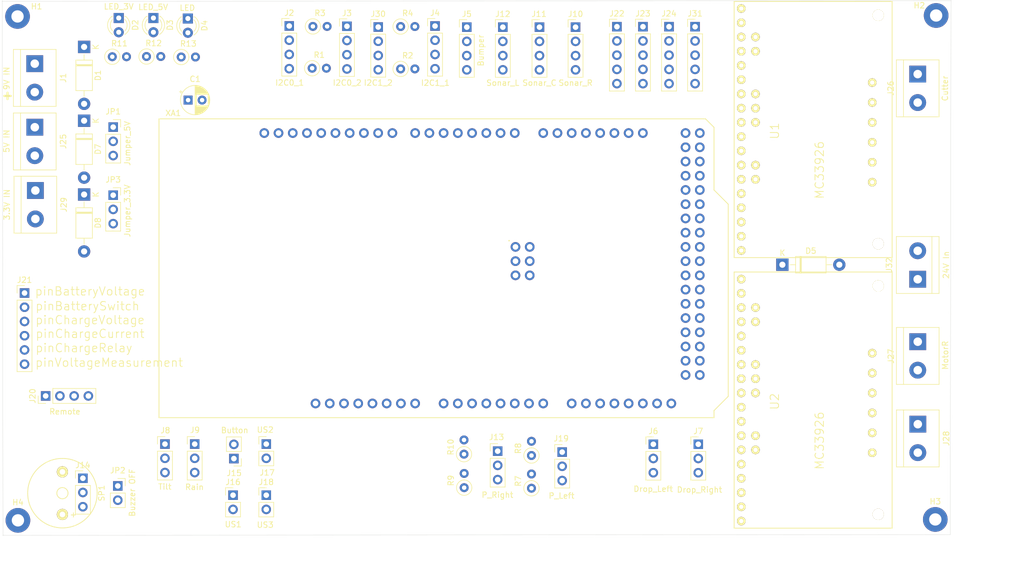
<source format=kicad_pcb>
(kicad_pcb (version 20171130) (host pcbnew "(5.1.9)-1")

  (general
    (thickness 1.6)
    (drawings 13)
    (tracks 0)
    (zones 0)
    (modules 62)
    (nets 84)
  )

  (page A4)
  (layers
    (0 F.Cu signal)
    (31 B.Cu signal)
    (32 B.Adhes user)
    (33 F.Adhes user)
    (34 B.Paste user)
    (35 F.Paste user)
    (36 B.SilkS user)
    (37 F.SilkS user)
    (38 B.Mask user)
    (39 F.Mask user)
    (40 Dwgs.User user)
    (41 Cmts.User user)
    (42 Eco1.User user)
    (43 Eco2.User user)
    (44 Edge.Cuts user)
    (45 Margin user)
    (46 B.CrtYd user)
    (47 F.CrtYd user)
    (48 B.Fab user)
    (49 F.Fab user)
  )

  (setup
    (last_trace_width 0.25)
    (trace_clearance 0.2)
    (zone_clearance 0.508)
    (zone_45_only no)
    (trace_min 0.2)
    (via_size 0.8)
    (via_drill 0.4)
    (via_min_size 0.4)
    (via_min_drill 0.3)
    (uvia_size 0.3)
    (uvia_drill 0.1)
    (uvias_allowed no)
    (uvia_min_size 0.2)
    (uvia_min_drill 0.1)
    (edge_width 0.05)
    (segment_width 0.2)
    (pcb_text_width 0.3)
    (pcb_text_size 1.5 1.5)
    (mod_edge_width 0.12)
    (mod_text_size 1 1)
    (mod_text_width 0.15)
    (pad_size 3.79 3.79)
    (pad_drill 2.79)
    (pad_to_mask_clearance 0)
    (aux_axis_origin 0 0)
    (visible_elements 7FFFFFFF)
    (pcbplotparams
      (layerselection 0x010fc_ffffffff)
      (usegerberextensions false)
      (usegerberattributes true)
      (usegerberadvancedattributes true)
      (creategerberjobfile true)
      (excludeedgelayer true)
      (linewidth 0.100000)
      (plotframeref false)
      (viasonmask false)
      (mode 1)
      (useauxorigin false)
      (hpglpennumber 1)
      (hpglpenspeed 20)
      (hpglpendiameter 15.000000)
      (psnegative false)
      (psa4output false)
      (plotreference true)
      (plotvalue true)
      (plotinvisibletext false)
      (padsonsilk false)
      (subtractmaskfromsilk false)
      (outputformat 1)
      (mirror false)
      (drillshape 1)
      (scaleselection 1)
      (outputdirectory ""))
  )

  (net 0 "")
  (net 1 SCL1)
  (net 2 SDA1)
  (net 3 GND)
  (net 4 +9V)
  (net 5 pinMotorRightSense)
  (net 6 pinMotorRightFault)
  (net 7 IOREV)
  (net 8 pinMotorRightPWM)
  (net 9 pinMotorEnable)
  (net 10 pinMotorRightDir)
  (net 11 pinMotorLeftSense)
  (net 12 pinMotorLeftFault)
  (net 13 pinMotorLeftPWM)
  (net 14 pinMotorLeftDir)
  (net 15 pinMotorMowSense)
  (net 16 pinMotorMowFault)
  (net 17 pinMotorMowPWM)
  (net 18 pinMotorMowDir)
  (net 19 pinMotorMowEnable)
  (net 20 +24V)
  (net 21 pinDropLeft)
  (net 22 pinBumperLeft)
  (net 23 pinBumperRight)
  (net 24 pinDropRight)
  (net 25 pinBuzzer)
  (net 26 pinRemoteSwitch)
  (net 27 pinButton)
  (net 28 pinChargeRelay)
  (net 29 pinUserSwitch3)
  (net 30 pinUserSwitch2)
  (net 31 pinUserSwitch1)
  (net 32 pinRain)
  (net 33 pinSonarLeftEcho)
  (net 34 pinTilt)
  (net 35 pinSonarLeftTrigger)
  (net 36 pinSonarRightEcho)
  (net 37 pinSonarRightTrigger)
  (net 38 pinSonarCenterTrigger)
  (net 39 pinSonarCenterEcho)
  (net 40 pinChargeVoltage)
  (net 41 pinChargeCurrent)
  (net 42 pinVoltageMeasurement)
  (net 43 pinPerimeterLeft)
  (net 44 pinPerimeterRight)
  (net 45 pinBatteryVoltage)
  (net 46 pinRemoteSteer)
  (net 47 pinRemoteMow)
  (net 48 pinLED)
  (net 49 pinRemoteSpeed)
  (net 50 pinBatterySwitch)
  (net 51 SCL0)
  (net 52 SDA0)
  (net 53 "Net-(C1-Pad2)")
  (net 54 TX0)
  (net 55 RX0)
  (net 56 TX2)
  (net 57 RX2)
  (net 58 TX1)
  (net 59 RX1)
  (net 60 +5V)
  (net 61 +3V3)
  (net 62 "Net-(D1-Pad2)")
  (net 63 "Net-(D2-Pad2)")
  (net 64 "Net-(J13-Pad3)")
  (net 65 "Net-(D3-Pad2)")
  (net 66 "Net-(D4-Pad2)")
  (net 67 "Net-(D5-Pad2)")
  (net 68 "Net-(JP2-Pad2)")
  (net 69 "Net-(J26-Pad1)")
  (net 70 "Net-(J19-Pad3)")
  (net 71 "Net-(J27-Pad1)")
  (net 72 "Net-(J28-Pad1)")
  (net 73 "Net-(D7-Pad2)")
  (net 74 "Net-(D7-Pad1)")
  (net 75 "Net-(D8-Pad2)")
  (net 76 "Net-(D8-Pad1)")
  (net 77 DUE_5V)
  (net 78 DUE_3.3V)
  (net 79 RX3)
  (net 80 TX3)
  (net 81 "Net-(J26-Pad2)")
  (net 82 "Net-(J27-Pad2)")
  (net 83 "Net-(J28-Pad2)")

  (net_class Default "This is the default net class."
    (clearance 0.2)
    (trace_width 0.25)
    (via_dia 0.8)
    (via_drill 0.4)
    (uvia_dia 0.3)
    (uvia_drill 0.1)
    (add_net +24V)
    (add_net +3V3)
    (add_net +5V)
    (add_net +9V)
    (add_net DUE_3.3V)
    (add_net DUE_5V)
    (add_net GND)
    (add_net IOREV)
    (add_net "Net-(C1-Pad2)")
    (add_net "Net-(D1-Pad2)")
    (add_net "Net-(D2-Pad2)")
    (add_net "Net-(D3-Pad2)")
    (add_net "Net-(D4-Pad2)")
    (add_net "Net-(D5-Pad2)")
    (add_net "Net-(D7-Pad1)")
    (add_net "Net-(D7-Pad2)")
    (add_net "Net-(D8-Pad1)")
    (add_net "Net-(D8-Pad2)")
    (add_net "Net-(J13-Pad3)")
    (add_net "Net-(J19-Pad3)")
    (add_net "Net-(J26-Pad1)")
    (add_net "Net-(J26-Pad2)")
    (add_net "Net-(J27-Pad1)")
    (add_net "Net-(J27-Pad2)")
    (add_net "Net-(J28-Pad1)")
    (add_net "Net-(J28-Pad2)")
    (add_net "Net-(JP2-Pad2)")
    (add_net "Net-(U1-Pad1)")
    (add_net "Net-(U1-Pad11)")
    (add_net "Net-(U1-Pad12)")
    (add_net "Net-(U1-Pad19)")
    (add_net "Net-(U1-Pad20)")
    (add_net "Net-(U2-Pad1)")
    (add_net "Net-(U2-Pad11)")
    (add_net "Net-(U2-Pad12)")
    (add_net "Net-(XA1-Pad5V2)")
    (add_net "Net-(XA1-Pad5V3)")
    (add_net "Net-(XA1-Pad5V4)")
    (add_net "Net-(XA1-PadGND4)")
    (add_net "Net-(XA1-PadMISO)")
    (add_net "Net-(XA1-PadMOSI)")
    (add_net "Net-(XA1-PadRST2)")
    (add_net "Net-(XA1-PadSCK)")
    (add_net RX0)
    (add_net RX1)
    (add_net RX2)
    (add_net RX3)
    (add_net Reset)
    (add_net SCL0)
    (add_net SCL1)
    (add_net SDA0)
    (add_net SDA1)
    (add_net TX0)
    (add_net TX1)
    (add_net TX2)
    (add_net TX3)
    (add_net pinBatterySwitch)
    (add_net pinBatteryVoltage)
    (add_net pinBumperLeft)
    (add_net pinBumperRight)
    (add_net pinButton)
    (add_net pinBuzzer)
    (add_net pinChargeCurrent)
    (add_net pinChargeRelay)
    (add_net pinChargeVoltage)
    (add_net pinDropLeft)
    (add_net pinDropRight)
    (add_net pinGreenLED)
    (add_net pinLED)
    (add_net pinLawnBackRecv)
    (add_net pinLawnBackSend)
    (add_net pinLawnFrontRecv)
    (add_net pinLawnFrontSend)
    (add_net pinMotorEnable)
    (add_net pinMotorLeftDir)
    (add_net pinMotorLeftFault)
    (add_net pinMotorLeftPWM)
    (add_net pinMotorLeftSense)
    (add_net pinMotorMowDir)
    (add_net pinMotorMowEnable)
    (add_net pinMotorMowFault)
    (add_net pinMotorMowPWM)
    (add_net pinMotorMowRpm)
    (add_net pinMotorMowSense)
    (add_net pinMotorRightDir)
    (add_net pinMotorRightFault)
    (add_net pinMotorRightPWM)
    (add_net pinMotorRightSense)
    (add_net pinOdometryLeft)
    (add_net pinOdometryLeft2)
    (add_net pinOdometryRight)
    (add_net pinOdometryRight2)
    (add_net pinPerimeterCenter)
    (add_net pinPerimeterLeft)
    (add_net pinPerimeterRight)
    (add_net pinRain)
    (add_net pinRedLED)
    (add_net pinRemoteMow)
    (add_net pinRemoteSpeed)
    (add_net pinRemoteSteer)
    (add_net pinRemoteSwitch)
    (add_net pinReserveA10)
    (add_net pinReserveD49)
    (add_net pinReserveD8)
    (add_net pinReserveD9)
    (add_net pinSonarCenterEcho)
    (add_net pinSonarCenterTrigger)
    (add_net pinSonarLeftEcho)
    (add_net pinSonarLeftTrigger)
    (add_net pinSonarRightEcho)
    (add_net pinSonarRightTrigger)
    (add_net pinTilt)
    (add_net pinUserSwitch1)
    (add_net pinUserSwitch2)
    (add_net pinUserSwitch3)
    (add_net pinVoltageMeasurement)
  )

  (module TerminalBlock:TerminalBlock_bornier-2_P5.08mm (layer F.Cu) (tedit 59FF03AB) (tstamp 609E7DD9)
    (at 202.48 111.21 270)
    (descr "simple 2-pin terminal block, pitch 5.08mm, revamped version of bornier2")
    (tags "terminal block bornier2")
    (path /609243F4/60E799F8)
    (fp_text reference J28 (at 2.54 -5.08 90) (layer F.SilkS)
      (effects (font (size 1 1) (thickness 0.15)))
    )
    (fp_text value MotorL (at 2.54 5.08 90) (layer F.Fab)
      (effects (font (size 1 1) (thickness 0.15)))
    )
    (fp_text user %R (at 2.54 0 90) (layer F.Fab)
      (effects (font (size 1 1) (thickness 0.15)))
    )
    (fp_line (start -2.41 2.55) (end 7.49 2.55) (layer F.Fab) (width 0.1))
    (fp_line (start -2.46 -3.75) (end -2.46 3.75) (layer F.Fab) (width 0.1))
    (fp_line (start -2.46 3.75) (end 7.54 3.75) (layer F.Fab) (width 0.1))
    (fp_line (start 7.54 3.75) (end 7.54 -3.75) (layer F.Fab) (width 0.1))
    (fp_line (start 7.54 -3.75) (end -2.46 -3.75) (layer F.Fab) (width 0.1))
    (fp_line (start 7.62 2.54) (end -2.54 2.54) (layer F.SilkS) (width 0.12))
    (fp_line (start 7.62 3.81) (end 7.62 -3.81) (layer F.SilkS) (width 0.12))
    (fp_line (start 7.62 -3.81) (end -2.54 -3.81) (layer F.SilkS) (width 0.12))
    (fp_line (start -2.54 -3.81) (end -2.54 3.81) (layer F.SilkS) (width 0.12))
    (fp_line (start -2.54 3.81) (end 7.62 3.81) (layer F.SilkS) (width 0.12))
    (fp_line (start -2.71 -4) (end 7.79 -4) (layer F.CrtYd) (width 0.05))
    (fp_line (start -2.71 -4) (end -2.71 4) (layer F.CrtYd) (width 0.05))
    (fp_line (start 7.79 4) (end 7.79 -4) (layer F.CrtYd) (width 0.05))
    (fp_line (start 7.79 4) (end -2.71 4) (layer F.CrtYd) (width 0.05))
    (pad 2 thru_hole circle (at 5.08 0 270) (size 3 3) (drill 1.52) (layers *.Cu *.Mask)
      (net 83 "Net-(J28-Pad2)"))
    (pad 1 thru_hole rect (at 0 0 270) (size 3 3) (drill 1.52) (layers *.Cu *.Mask)
      (net 72 "Net-(J28-Pad1)"))
    (model ${KISYS3DMOD}/TerminalBlock.3dshapes/TerminalBlock_bornier-2_P5.08mm.wrl
      (offset (xyz 2.539999961853027 0 0))
      (scale (xyz 1 1 1))
      (rotate (xyz 0 0 0))
    )
  )

  (module TerminalBlock:TerminalBlock_bornier-2_P5.08mm (layer F.Cu) (tedit 59FF03AB) (tstamp 609E7DC4)
    (at 202.47 96.49 270)
    (descr "simple 2-pin terminal block, pitch 5.08mm, revamped version of bornier2")
    (tags "terminal block bornier2")
    (path /609243F4/60E78788)
    (fp_text reference J27 (at 2.59 4.77 90) (layer F.SilkS)
      (effects (font (size 1 1) (thickness 0.15)))
    )
    (fp_text value MotorR (at 2.42 -4.92 90) (layer F.SilkS)
      (effects (font (size 1 1) (thickness 0.15)))
    )
    (fp_text user %R (at 2.54 0 90) (layer F.Fab)
      (effects (font (size 1 1) (thickness 0.15)))
    )
    (fp_line (start -2.41 2.55) (end 7.49 2.55) (layer F.Fab) (width 0.1))
    (fp_line (start -2.46 -3.75) (end -2.46 3.75) (layer F.Fab) (width 0.1))
    (fp_line (start -2.46 3.75) (end 7.54 3.75) (layer F.Fab) (width 0.1))
    (fp_line (start 7.54 3.75) (end 7.54 -3.75) (layer F.Fab) (width 0.1))
    (fp_line (start 7.54 -3.75) (end -2.46 -3.75) (layer F.Fab) (width 0.1))
    (fp_line (start 7.62 2.54) (end -2.54 2.54) (layer F.SilkS) (width 0.12))
    (fp_line (start 7.62 3.81) (end 7.62 -3.81) (layer F.SilkS) (width 0.12))
    (fp_line (start 7.62 -3.81) (end -2.54 -3.81) (layer F.SilkS) (width 0.12))
    (fp_line (start -2.54 -3.81) (end -2.54 3.81) (layer F.SilkS) (width 0.12))
    (fp_line (start -2.54 3.81) (end 7.62 3.81) (layer F.SilkS) (width 0.12))
    (fp_line (start -2.71 -4) (end 7.79 -4) (layer F.CrtYd) (width 0.05))
    (fp_line (start -2.71 -4) (end -2.71 4) (layer F.CrtYd) (width 0.05))
    (fp_line (start 7.79 4) (end 7.79 -4) (layer F.CrtYd) (width 0.05))
    (fp_line (start 7.79 4) (end -2.71 4) (layer F.CrtYd) (width 0.05))
    (pad 2 thru_hole circle (at 5.08 0 270) (size 3 3) (drill 1.52) (layers *.Cu *.Mask)
      (net 82 "Net-(J27-Pad2)"))
    (pad 1 thru_hole rect (at 0 0 270) (size 3 3) (drill 1.52) (layers *.Cu *.Mask)
      (net 71 "Net-(J27-Pad1)"))
    (model ${KISYS3DMOD}/TerminalBlock.3dshapes/TerminalBlock_bornier-2_P5.08mm.wrl
      (offset (xyz 2.539999961853027 0 0))
      (scale (xyz 1 1 1))
      (rotate (xyz 0 0 0))
    )
  )

  (module TerminalBlock:TerminalBlock_bornier-2_P5.08mm (layer F.Cu) (tedit 59FF03AB) (tstamp 609E7DAF)
    (at 202.46 48.73 270)
    (descr "simple 2-pin terminal block, pitch 5.08mm, revamped version of bornier2")
    (tags "terminal block bornier2")
    (path /609243F4/60E7534A)
    (fp_text reference J26 (at 2.52 4.8 90) (layer F.SilkS)
      (effects (font (size 1 1) (thickness 0.15)))
    )
    (fp_text value Cutter (at 2.56 -4.89 90) (layer F.SilkS)
      (effects (font (size 1 1) (thickness 0.15)))
    )
    (fp_text user %R (at 2.54 0 90) (layer F.Fab)
      (effects (font (size 1 1) (thickness 0.15)))
    )
    (fp_line (start -2.41 2.55) (end 7.49 2.55) (layer F.Fab) (width 0.1))
    (fp_line (start -2.46 -3.75) (end -2.46 3.75) (layer F.Fab) (width 0.1))
    (fp_line (start -2.46 3.75) (end 7.54 3.75) (layer F.Fab) (width 0.1))
    (fp_line (start 7.54 3.75) (end 7.54 -3.75) (layer F.Fab) (width 0.1))
    (fp_line (start 7.54 -3.75) (end -2.46 -3.75) (layer F.Fab) (width 0.1))
    (fp_line (start 7.62 2.54) (end -2.54 2.54) (layer F.SilkS) (width 0.12))
    (fp_line (start 7.62 3.81) (end 7.62 -3.81) (layer F.SilkS) (width 0.12))
    (fp_line (start 7.62 -3.81) (end -2.54 -3.81) (layer F.SilkS) (width 0.12))
    (fp_line (start -2.54 -3.81) (end -2.54 3.81) (layer F.SilkS) (width 0.12))
    (fp_line (start -2.54 3.81) (end 7.62 3.81) (layer F.SilkS) (width 0.12))
    (fp_line (start -2.71 -4) (end 7.79 -4) (layer F.CrtYd) (width 0.05))
    (fp_line (start -2.71 -4) (end -2.71 4) (layer F.CrtYd) (width 0.05))
    (fp_line (start 7.79 4) (end 7.79 -4) (layer F.CrtYd) (width 0.05))
    (fp_line (start 7.79 4) (end -2.71 4) (layer F.CrtYd) (width 0.05))
    (pad 2 thru_hole circle (at 5.08 0 270) (size 3 3) (drill 1.52) (layers *.Cu *.Mask)
      (net 81 "Net-(J26-Pad2)"))
    (pad 1 thru_hole rect (at 0 0 270) (size 3 3) (drill 1.52) (layers *.Cu *.Mask)
      (net 69 "Net-(J26-Pad1)"))
    (model ${KISYS3DMOD}/TerminalBlock.3dshapes/TerminalBlock_bornier-2_P5.08mm.wrl
      (offset (xyz 2.539999961853027 0 0))
      (scale (xyz 1 1 1))
      (rotate (xyz 0 0 0))
    )
  )

  (module TerminalBlock:TerminalBlock_bornier-2_P5.08mm (layer F.Cu) (tedit 59FF03AB) (tstamp 609E3822)
    (at 202.46 85.34 90)
    (descr "simple 2-pin terminal block, pitch 5.08mm, revamped version of bornier2")
    (tags "terminal block bornier2")
    (path /609243F4/60DDD092)
    (fp_text reference J32 (at 2.54 -5.08 90) (layer F.SilkS)
      (effects (font (size 1 1) (thickness 0.15)))
    )
    (fp_text value "24V In" (at 2.54 5.08 90) (layer F.SilkS)
      (effects (font (size 1 1) (thickness 0.15)))
    )
    (fp_text user %R (at 2.54 0 90) (layer F.Fab)
      (effects (font (size 1 1) (thickness 0.15)))
    )
    (fp_line (start -2.41 2.55) (end 7.49 2.55) (layer F.Fab) (width 0.1))
    (fp_line (start -2.46 -3.75) (end -2.46 3.75) (layer F.Fab) (width 0.1))
    (fp_line (start -2.46 3.75) (end 7.54 3.75) (layer F.Fab) (width 0.1))
    (fp_line (start 7.54 3.75) (end 7.54 -3.75) (layer F.Fab) (width 0.1))
    (fp_line (start 7.54 -3.75) (end -2.46 -3.75) (layer F.Fab) (width 0.1))
    (fp_line (start 7.62 2.54) (end -2.54 2.54) (layer F.SilkS) (width 0.12))
    (fp_line (start 7.62 3.81) (end 7.62 -3.81) (layer F.SilkS) (width 0.12))
    (fp_line (start 7.62 -3.81) (end -2.54 -3.81) (layer F.SilkS) (width 0.12))
    (fp_line (start -2.54 -3.81) (end -2.54 3.81) (layer F.SilkS) (width 0.12))
    (fp_line (start -2.54 3.81) (end 7.62 3.81) (layer F.SilkS) (width 0.12))
    (fp_line (start -2.71 -4) (end 7.79 -4) (layer F.CrtYd) (width 0.05))
    (fp_line (start -2.71 -4) (end -2.71 4) (layer F.CrtYd) (width 0.05))
    (fp_line (start 7.79 4) (end 7.79 -4) (layer F.CrtYd) (width 0.05))
    (fp_line (start 7.79 4) (end -2.71 4) (layer F.CrtYd) (width 0.05))
    (pad 2 thru_hole circle (at 5.08 0 90) (size 3 3) (drill 1.52) (layers *.Cu *.Mask)
      (net 67 "Net-(D5-Pad2)"))
    (pad 1 thru_hole rect (at 0 0 90) (size 3 3) (drill 1.52) (layers *.Cu *.Mask)
      (net 3 GND))
    (model ${KISYS3DMOD}/TerminalBlock.3dshapes/TerminalBlock_bornier-2_P5.08mm.wrl
      (offset (xyz 2.539999961853027 0 0))
      (scale (xyz 1 1 1))
      (rotate (xyz 0 0 0))
    )
  )

  (module Diode_THT:D_DO-41_SOD81_P10.16mm_Horizontal (layer F.Cu) (tedit 5AE50CD5) (tstamp 609E31BB)
    (at 178.31 82.75)
    (descr "Diode, DO-41_SOD81 series, Axial, Horizontal, pin pitch=10.16mm, , length*diameter=5.2*2.7mm^2, , http://www.diodes.com/_files/packages/DO-41%20(Plastic).pdf")
    (tags "Diode DO-41_SOD81 series Axial Horizontal pin pitch 10.16mm  length 5.2mm diameter 2.7mm")
    (path /609243F4/60DDD098)
    (fp_text reference D5 (at 5.08 -2.47) (layer F.SilkS)
      (effects (font (size 1 1) (thickness 0.15)))
    )
    (fp_text value 1N5819 (at 5.08 2.47) (layer F.Fab)
      (effects (font (size 1 1) (thickness 0.15)))
    )
    (fp_text user K (at 0 -2.1) (layer F.SilkS)
      (effects (font (size 1 1) (thickness 0.15)))
    )
    (fp_text user K (at 0 -2.1) (layer F.Fab)
      (effects (font (size 1 1) (thickness 0.15)))
    )
    (fp_text user %R (at 5.47 0) (layer F.Fab)
      (effects (font (size 1 1) (thickness 0.15)))
    )
    (fp_line (start 2.48 -1.35) (end 2.48 1.35) (layer F.Fab) (width 0.1))
    (fp_line (start 2.48 1.35) (end 7.68 1.35) (layer F.Fab) (width 0.1))
    (fp_line (start 7.68 1.35) (end 7.68 -1.35) (layer F.Fab) (width 0.1))
    (fp_line (start 7.68 -1.35) (end 2.48 -1.35) (layer F.Fab) (width 0.1))
    (fp_line (start 0 0) (end 2.48 0) (layer F.Fab) (width 0.1))
    (fp_line (start 10.16 0) (end 7.68 0) (layer F.Fab) (width 0.1))
    (fp_line (start 3.26 -1.35) (end 3.26 1.35) (layer F.Fab) (width 0.1))
    (fp_line (start 3.36 -1.35) (end 3.36 1.35) (layer F.Fab) (width 0.1))
    (fp_line (start 3.16 -1.35) (end 3.16 1.35) (layer F.Fab) (width 0.1))
    (fp_line (start 2.36 -1.47) (end 2.36 1.47) (layer F.SilkS) (width 0.12))
    (fp_line (start 2.36 1.47) (end 7.8 1.47) (layer F.SilkS) (width 0.12))
    (fp_line (start 7.8 1.47) (end 7.8 -1.47) (layer F.SilkS) (width 0.12))
    (fp_line (start 7.8 -1.47) (end 2.36 -1.47) (layer F.SilkS) (width 0.12))
    (fp_line (start 1.34 0) (end 2.36 0) (layer F.SilkS) (width 0.12))
    (fp_line (start 8.82 0) (end 7.8 0) (layer F.SilkS) (width 0.12))
    (fp_line (start 3.26 -1.47) (end 3.26 1.47) (layer F.SilkS) (width 0.12))
    (fp_line (start 3.38 -1.47) (end 3.38 1.47) (layer F.SilkS) (width 0.12))
    (fp_line (start 3.14 -1.47) (end 3.14 1.47) (layer F.SilkS) (width 0.12))
    (fp_line (start -1.35 -1.6) (end -1.35 1.6) (layer F.CrtYd) (width 0.05))
    (fp_line (start -1.35 1.6) (end 11.51 1.6) (layer F.CrtYd) (width 0.05))
    (fp_line (start 11.51 1.6) (end 11.51 -1.6) (layer F.CrtYd) (width 0.05))
    (fp_line (start 11.51 -1.6) (end -1.35 -1.6) (layer F.CrtYd) (width 0.05))
    (pad 2 thru_hole oval (at 10.16 0) (size 2.2 2.2) (drill 1.1) (layers *.Cu *.Mask)
      (net 67 "Net-(D5-Pad2)"))
    (pad 1 thru_hole rect (at 0 0) (size 2.2 2.2) (drill 1.1) (layers *.Cu *.Mask)
      (net 20 +24V))
    (model ${KISYS3DMOD}/Diode_THT.3dshapes/D_DO-41_SOD81_P10.16mm_Horizontal.wrl
      (at (xyz 0 0 0))
      (scale (xyz 1 1 1))
      (rotate (xyz 0 0 0))
    )
  )

  (module Connector_PinHeader_2.54mm:PinHeader_1x05_P2.54mm_Vertical (layer F.Cu) (tedit 59FED5CC) (tstamp 609E1C0D)
    (at 162.73 40.27)
    (descr "Through hole straight pin header, 1x05, 2.54mm pitch, single row")
    (tags "Through hole pin header THT 1x05 2.54mm single row")
    (path /60DA6EC4)
    (fp_text reference J31 (at 0 -2.33) (layer F.SilkS)
      (effects (font (size 1 1) (thickness 0.15)))
    )
    (fp_text value Ser3 (at 0 12.49) (layer F.Fab)
      (effects (font (size 1 1) (thickness 0.15)))
    )
    (fp_line (start 1.8 -1.8) (end -1.8 -1.8) (layer F.CrtYd) (width 0.05))
    (fp_line (start 1.8 11.95) (end 1.8 -1.8) (layer F.CrtYd) (width 0.05))
    (fp_line (start -1.8 11.95) (end 1.8 11.95) (layer F.CrtYd) (width 0.05))
    (fp_line (start -1.8 -1.8) (end -1.8 11.95) (layer F.CrtYd) (width 0.05))
    (fp_line (start -1.33 -1.33) (end 0 -1.33) (layer F.SilkS) (width 0.12))
    (fp_line (start -1.33 0) (end -1.33 -1.33) (layer F.SilkS) (width 0.12))
    (fp_line (start -1.33 1.27) (end 1.33 1.27) (layer F.SilkS) (width 0.12))
    (fp_line (start 1.33 1.27) (end 1.33 11.49) (layer F.SilkS) (width 0.12))
    (fp_line (start -1.33 1.27) (end -1.33 11.49) (layer F.SilkS) (width 0.12))
    (fp_line (start -1.33 11.49) (end 1.33 11.49) (layer F.SilkS) (width 0.12))
    (fp_line (start -1.27 -0.635) (end -0.635 -1.27) (layer F.Fab) (width 0.1))
    (fp_line (start -1.27 11.43) (end -1.27 -0.635) (layer F.Fab) (width 0.1))
    (fp_line (start 1.27 11.43) (end -1.27 11.43) (layer F.Fab) (width 0.1))
    (fp_line (start 1.27 -1.27) (end 1.27 11.43) (layer F.Fab) (width 0.1))
    (fp_line (start -0.635 -1.27) (end 1.27 -1.27) (layer F.Fab) (width 0.1))
    (fp_text user %R (at 0 5.08 90) (layer F.Fab)
      (effects (font (size 1 1) (thickness 0.15)))
    )
    (pad 5 thru_hole oval (at 0 10.16) (size 1.7 1.7) (drill 1) (layers *.Cu *.Mask)
      (net 3 GND))
    (pad 4 thru_hole oval (at 0 7.62) (size 1.7 1.7) (drill 1) (layers *.Cu *.Mask)
      (net 61 +3V3))
    (pad 3 thru_hole oval (at 0 5.08) (size 1.7 1.7) (drill 1) (layers *.Cu *.Mask)
      (net 79 RX3))
    (pad 2 thru_hole oval (at 0 2.54) (size 1.7 1.7) (drill 1) (layers *.Cu *.Mask)
      (net 80 TX3))
    (pad 1 thru_hole rect (at 0 0) (size 1.7 1.7) (drill 1) (layers *.Cu *.Mask)
      (net 60 +5V))
    (model ${KISYS3DMOD}/Connector_PinHeader_2.54mm.3dshapes/PinHeader_1x05_P2.54mm_Vertical.wrl
      (at (xyz 0 0 0))
      (scale (xyz 1 1 1))
      (rotate (xyz 0 0 0))
    )
  )

  (module Connector_PinHeader_2.54mm:PinHeader_1x05_P2.54mm_Vertical (layer F.Cu) (tedit 59FED5CC) (tstamp 609E1AC8)
    (at 158.08 40.27)
    (descr "Through hole straight pin header, 1x05, 2.54mm pitch, single row")
    (tags "Through hole pin header THT 1x05 2.54mm single row")
    (path /60D92B9E)
    (fp_text reference J24 (at 0 -2.33) (layer F.SilkS)
      (effects (font (size 1 1) (thickness 0.15)))
    )
    (fp_text value Ser2 (at 0 12.49) (layer F.Fab)
      (effects (font (size 1 1) (thickness 0.15)))
    )
    (fp_line (start 1.8 -1.8) (end -1.8 -1.8) (layer F.CrtYd) (width 0.05))
    (fp_line (start 1.8 11.95) (end 1.8 -1.8) (layer F.CrtYd) (width 0.05))
    (fp_line (start -1.8 11.95) (end 1.8 11.95) (layer F.CrtYd) (width 0.05))
    (fp_line (start -1.8 -1.8) (end -1.8 11.95) (layer F.CrtYd) (width 0.05))
    (fp_line (start -1.33 -1.33) (end 0 -1.33) (layer F.SilkS) (width 0.12))
    (fp_line (start -1.33 0) (end -1.33 -1.33) (layer F.SilkS) (width 0.12))
    (fp_line (start -1.33 1.27) (end 1.33 1.27) (layer F.SilkS) (width 0.12))
    (fp_line (start 1.33 1.27) (end 1.33 11.49) (layer F.SilkS) (width 0.12))
    (fp_line (start -1.33 1.27) (end -1.33 11.49) (layer F.SilkS) (width 0.12))
    (fp_line (start -1.33 11.49) (end 1.33 11.49) (layer F.SilkS) (width 0.12))
    (fp_line (start -1.27 -0.635) (end -0.635 -1.27) (layer F.Fab) (width 0.1))
    (fp_line (start -1.27 11.43) (end -1.27 -0.635) (layer F.Fab) (width 0.1))
    (fp_line (start 1.27 11.43) (end -1.27 11.43) (layer F.Fab) (width 0.1))
    (fp_line (start 1.27 -1.27) (end 1.27 11.43) (layer F.Fab) (width 0.1))
    (fp_line (start -0.635 -1.27) (end 1.27 -1.27) (layer F.Fab) (width 0.1))
    (fp_text user %R (at 0 5.08 90) (layer F.Fab)
      (effects (font (size 1 1) (thickness 0.15)))
    )
    (pad 5 thru_hole oval (at 0 10.16) (size 1.7 1.7) (drill 1) (layers *.Cu *.Mask)
      (net 3 GND))
    (pad 4 thru_hole oval (at 0 7.62) (size 1.7 1.7) (drill 1) (layers *.Cu *.Mask)
      (net 61 +3V3))
    (pad 3 thru_hole oval (at 0 5.08) (size 1.7 1.7) (drill 1) (layers *.Cu *.Mask)
      (net 57 RX2))
    (pad 2 thru_hole oval (at 0 2.54) (size 1.7 1.7) (drill 1) (layers *.Cu *.Mask)
      (net 56 TX2))
    (pad 1 thru_hole rect (at 0 0) (size 1.7 1.7) (drill 1) (layers *.Cu *.Mask)
      (net 60 +5V))
    (model ${KISYS3DMOD}/Connector_PinHeader_2.54mm.3dshapes/PinHeader_1x05_P2.54mm_Vertical.wrl
      (at (xyz 0 0 0))
      (scale (xyz 1 1 1))
      (rotate (xyz 0 0 0))
    )
  )

  (module Connector_PinHeader_2.54mm:PinHeader_1x05_P2.54mm_Vertical (layer F.Cu) (tedit 59FED5CC) (tstamp 609E1AAF)
    (at 153.43 40.27)
    (descr "Through hole straight pin header, 1x05, 2.54mm pitch, single row")
    (tags "Through hole pin header THT 1x05 2.54mm single row")
    (path /60D8BA62)
    (fp_text reference J23 (at 0 -2.33) (layer F.SilkS)
      (effects (font (size 1 1) (thickness 0.15)))
    )
    (fp_text value Ser1 (at 0 12.49) (layer F.Fab)
      (effects (font (size 1 1) (thickness 0.15)))
    )
    (fp_line (start 1.8 -1.8) (end -1.8 -1.8) (layer F.CrtYd) (width 0.05))
    (fp_line (start 1.8 11.95) (end 1.8 -1.8) (layer F.CrtYd) (width 0.05))
    (fp_line (start -1.8 11.95) (end 1.8 11.95) (layer F.CrtYd) (width 0.05))
    (fp_line (start -1.8 -1.8) (end -1.8 11.95) (layer F.CrtYd) (width 0.05))
    (fp_line (start -1.33 -1.33) (end 0 -1.33) (layer F.SilkS) (width 0.12))
    (fp_line (start -1.33 0) (end -1.33 -1.33) (layer F.SilkS) (width 0.12))
    (fp_line (start -1.33 1.27) (end 1.33 1.27) (layer F.SilkS) (width 0.12))
    (fp_line (start 1.33 1.27) (end 1.33 11.49) (layer F.SilkS) (width 0.12))
    (fp_line (start -1.33 1.27) (end -1.33 11.49) (layer F.SilkS) (width 0.12))
    (fp_line (start -1.33 11.49) (end 1.33 11.49) (layer F.SilkS) (width 0.12))
    (fp_line (start -1.27 -0.635) (end -0.635 -1.27) (layer F.Fab) (width 0.1))
    (fp_line (start -1.27 11.43) (end -1.27 -0.635) (layer F.Fab) (width 0.1))
    (fp_line (start 1.27 11.43) (end -1.27 11.43) (layer F.Fab) (width 0.1))
    (fp_line (start 1.27 -1.27) (end 1.27 11.43) (layer F.Fab) (width 0.1))
    (fp_line (start -0.635 -1.27) (end 1.27 -1.27) (layer F.Fab) (width 0.1))
    (fp_text user %R (at 0 5.08 90) (layer F.Fab)
      (effects (font (size 1 1) (thickness 0.15)))
    )
    (pad 5 thru_hole oval (at 0 10.16) (size 1.7 1.7) (drill 1) (layers *.Cu *.Mask)
      (net 3 GND))
    (pad 4 thru_hole oval (at 0 7.62) (size 1.7 1.7) (drill 1) (layers *.Cu *.Mask)
      (net 61 +3V3))
    (pad 3 thru_hole oval (at 0 5.08) (size 1.7 1.7) (drill 1) (layers *.Cu *.Mask)
      (net 59 RX1))
    (pad 2 thru_hole oval (at 0 2.54) (size 1.7 1.7) (drill 1) (layers *.Cu *.Mask)
      (net 58 TX1))
    (pad 1 thru_hole rect (at 0 0) (size 1.7 1.7) (drill 1) (layers *.Cu *.Mask)
      (net 60 +5V))
    (model ${KISYS3DMOD}/Connector_PinHeader_2.54mm.3dshapes/PinHeader_1x05_P2.54mm_Vertical.wrl
      (at (xyz 0 0 0))
      (scale (xyz 1 1 1))
      (rotate (xyz 0 0 0))
    )
  )

  (module Connector_PinHeader_2.54mm:PinHeader_1x05_P2.54mm_Vertical (layer F.Cu) (tedit 59FED5CC) (tstamp 609E1A96)
    (at 148.78 40.27)
    (descr "Through hole straight pin header, 1x05, 2.54mm pitch, single row")
    (tags "Through hole pin header THT 1x05 2.54mm single row")
    (path /60D9F760)
    (fp_text reference J22 (at 0 -2.33) (layer F.SilkS)
      (effects (font (size 1 1) (thickness 0.15)))
    )
    (fp_text value Ser0 (at 0 12.49) (layer F.Fab)
      (effects (font (size 1 1) (thickness 0.15)))
    )
    (fp_line (start 1.8 -1.8) (end -1.8 -1.8) (layer F.CrtYd) (width 0.05))
    (fp_line (start 1.8 11.95) (end 1.8 -1.8) (layer F.CrtYd) (width 0.05))
    (fp_line (start -1.8 11.95) (end 1.8 11.95) (layer F.CrtYd) (width 0.05))
    (fp_line (start -1.8 -1.8) (end -1.8 11.95) (layer F.CrtYd) (width 0.05))
    (fp_line (start -1.33 -1.33) (end 0 -1.33) (layer F.SilkS) (width 0.12))
    (fp_line (start -1.33 0) (end -1.33 -1.33) (layer F.SilkS) (width 0.12))
    (fp_line (start -1.33 1.27) (end 1.33 1.27) (layer F.SilkS) (width 0.12))
    (fp_line (start 1.33 1.27) (end 1.33 11.49) (layer F.SilkS) (width 0.12))
    (fp_line (start -1.33 1.27) (end -1.33 11.49) (layer F.SilkS) (width 0.12))
    (fp_line (start -1.33 11.49) (end 1.33 11.49) (layer F.SilkS) (width 0.12))
    (fp_line (start -1.27 -0.635) (end -0.635 -1.27) (layer F.Fab) (width 0.1))
    (fp_line (start -1.27 11.43) (end -1.27 -0.635) (layer F.Fab) (width 0.1))
    (fp_line (start 1.27 11.43) (end -1.27 11.43) (layer F.Fab) (width 0.1))
    (fp_line (start 1.27 -1.27) (end 1.27 11.43) (layer F.Fab) (width 0.1))
    (fp_line (start -0.635 -1.27) (end 1.27 -1.27) (layer F.Fab) (width 0.1))
    (fp_text user %R (at 0 5.08 90) (layer F.Fab)
      (effects (font (size 1 1) (thickness 0.15)))
    )
    (pad 5 thru_hole oval (at 0 10.16) (size 1.7 1.7) (drill 1) (layers *.Cu *.Mask)
      (net 3 GND))
    (pad 4 thru_hole oval (at 0 7.62) (size 1.7 1.7) (drill 1) (layers *.Cu *.Mask)
      (net 61 +3V3))
    (pad 3 thru_hole oval (at 0 5.08) (size 1.7 1.7) (drill 1) (layers *.Cu *.Mask)
      (net 55 RX0))
    (pad 2 thru_hole oval (at 0 2.54) (size 1.7 1.7) (drill 1) (layers *.Cu *.Mask)
      (net 54 TX0))
    (pad 1 thru_hole rect (at 0 0) (size 1.7 1.7) (drill 1) (layers *.Cu *.Mask)
      (net 60 +5V))
    (model ${KISYS3DMOD}/Connector_PinHeader_2.54mm.3dshapes/PinHeader_1x05_P2.54mm_Vertical.wrl
      (at (xyz 0 0 0))
      (scale (xyz 1 1 1))
      (rotate (xyz 0 0 0))
    )
  )

  (module Connector_PinHeader_2.54mm:PinHeader_1x02_P2.54mm_Vertical (layer F.Cu) (tedit 59FED5CC) (tstamp 606F73CF)
    (at 86.2 123.88)
    (descr "Through hole straight pin header, 1x02, 2.54mm pitch, single row")
    (tags "Through hole pin header THT 1x02 2.54mm single row")
    (path /6090A18A)
    (fp_text reference J18 (at 0 -2.33) (layer F.SilkS)
      (effects (font (size 1 1) (thickness 0.15)))
    )
    (fp_text value US3 (at -0.19 5.3) (layer F.SilkS)
      (effects (font (size 1 1) (thickness 0.15)))
    )
    (fp_line (start 1.8 -1.8) (end -1.8 -1.8) (layer F.CrtYd) (width 0.05))
    (fp_line (start 1.8 4.35) (end 1.8 -1.8) (layer F.CrtYd) (width 0.05))
    (fp_line (start -1.8 4.35) (end 1.8 4.35) (layer F.CrtYd) (width 0.05))
    (fp_line (start -1.8 -1.8) (end -1.8 4.35) (layer F.CrtYd) (width 0.05))
    (fp_line (start -1.33 -1.33) (end 0 -1.33) (layer F.SilkS) (width 0.12))
    (fp_line (start -1.33 0) (end -1.33 -1.33) (layer F.SilkS) (width 0.12))
    (fp_line (start -1.33 1.27) (end 1.33 1.27) (layer F.SilkS) (width 0.12))
    (fp_line (start 1.33 1.27) (end 1.33 3.87) (layer F.SilkS) (width 0.12))
    (fp_line (start -1.33 1.27) (end -1.33 3.87) (layer F.SilkS) (width 0.12))
    (fp_line (start -1.33 3.87) (end 1.33 3.87) (layer F.SilkS) (width 0.12))
    (fp_line (start -1.27 -0.635) (end -0.635 -1.27) (layer F.Fab) (width 0.1))
    (fp_line (start -1.27 3.81) (end -1.27 -0.635) (layer F.Fab) (width 0.1))
    (fp_line (start 1.27 3.81) (end -1.27 3.81) (layer F.Fab) (width 0.1))
    (fp_line (start 1.27 -1.27) (end 1.27 3.81) (layer F.Fab) (width 0.1))
    (fp_line (start -0.635 -1.27) (end 1.27 -1.27) (layer F.Fab) (width 0.1))
    (fp_text user %R (at 0 1.27 90) (layer F.Fab)
      (effects (font (size 1 1) (thickness 0.15)))
    )
    (pad 2 thru_hole oval (at 0 2.54) (size 1.7 1.7) (drill 1) (layers *.Cu *.Mask)
      (net 29 pinUserSwitch3))
    (pad 1 thru_hole rect (at 0 0) (size 1.7 1.7) (drill 1) (layers *.Cu *.Mask)
      (net 3 GND))
    (model ${KISYS3DMOD}/Connector_PinHeader_2.54mm.3dshapes/PinHeader_1x02_P2.54mm_Vertical.wrl
      (at (xyz 0 0 0))
      (scale (xyz 1 1 1))
      (rotate (xyz 0 0 0))
    )
  )

  (module Connector_PinHeader_2.54mm:PinHeader_1x02_P2.54mm_Vertical (layer F.Cu) (tedit 59FED5CC) (tstamp 606F73B7)
    (at 86.2 114.76)
    (descr "Through hole straight pin header, 1x02, 2.54mm pitch, single row")
    (tags "Through hole pin header THT 1x02 2.54mm single row")
    (path /609039FE)
    (fp_text reference J17 (at 0.16 5.1) (layer F.SilkS)
      (effects (font (size 1 1) (thickness 0.15)))
    )
    (fp_text value US2 (at -0.19 -2.55) (layer F.SilkS)
      (effects (font (size 1 1) (thickness 0.15)))
    )
    (fp_line (start 1.8 -1.8) (end -1.8 -1.8) (layer F.CrtYd) (width 0.05))
    (fp_line (start 1.8 4.35) (end 1.8 -1.8) (layer F.CrtYd) (width 0.05))
    (fp_line (start -1.8 4.35) (end 1.8 4.35) (layer F.CrtYd) (width 0.05))
    (fp_line (start -1.8 -1.8) (end -1.8 4.35) (layer F.CrtYd) (width 0.05))
    (fp_line (start -1.33 -1.33) (end 0 -1.33) (layer F.SilkS) (width 0.12))
    (fp_line (start -1.33 0) (end -1.33 -1.33) (layer F.SilkS) (width 0.12))
    (fp_line (start -1.33 1.27) (end 1.33 1.27) (layer F.SilkS) (width 0.12))
    (fp_line (start 1.33 1.27) (end 1.33 3.87) (layer F.SilkS) (width 0.12))
    (fp_line (start -1.33 1.27) (end -1.33 3.87) (layer F.SilkS) (width 0.12))
    (fp_line (start -1.33 3.87) (end 1.33 3.87) (layer F.SilkS) (width 0.12))
    (fp_line (start -1.27 -0.635) (end -0.635 -1.27) (layer F.Fab) (width 0.1))
    (fp_line (start -1.27 3.81) (end -1.27 -0.635) (layer F.Fab) (width 0.1))
    (fp_line (start 1.27 3.81) (end -1.27 3.81) (layer F.Fab) (width 0.1))
    (fp_line (start 1.27 -1.27) (end 1.27 3.81) (layer F.Fab) (width 0.1))
    (fp_line (start -0.635 -1.27) (end 1.27 -1.27) (layer F.Fab) (width 0.1))
    (fp_text user %R (at 0 1.27 90) (layer F.Fab)
      (effects (font (size 1 1) (thickness 0.15)))
    )
    (pad 2 thru_hole oval (at 0 2.54) (size 1.7 1.7) (drill 1) (layers *.Cu *.Mask)
      (net 30 pinUserSwitch2))
    (pad 1 thru_hole rect (at 0 0) (size 1.7 1.7) (drill 1) (layers *.Cu *.Mask)
      (net 3 GND))
    (model ${KISYS3DMOD}/Connector_PinHeader_2.54mm.3dshapes/PinHeader_1x02_P2.54mm_Vertical.wrl
      (at (xyz 0 0 0))
      (scale (xyz 1 1 1))
      (rotate (xyz 0 0 0))
    )
  )

  (module Connector_PinHeader_2.54mm:PinHeader_1x02_P2.54mm_Vertical (layer F.Cu) (tedit 59FED5CC) (tstamp 60706284)
    (at 80.27 123.88)
    (descr "Through hole straight pin header, 1x02, 2.54mm pitch, single row")
    (tags "Through hole pin header THT 1x02 2.54mm single row")
    (path /608FC19B)
    (fp_text reference J16 (at 0 -2.33) (layer F.SilkS)
      (effects (font (size 1 1) (thickness 0.15)))
    )
    (fp_text value US1 (at 0.02 5.21) (layer F.SilkS)
      (effects (font (size 1 1) (thickness 0.15)))
    )
    (fp_line (start 1.8 -1.8) (end -1.8 -1.8) (layer F.CrtYd) (width 0.05))
    (fp_line (start 1.8 4.35) (end 1.8 -1.8) (layer F.CrtYd) (width 0.05))
    (fp_line (start -1.8 4.35) (end 1.8 4.35) (layer F.CrtYd) (width 0.05))
    (fp_line (start -1.8 -1.8) (end -1.8 4.35) (layer F.CrtYd) (width 0.05))
    (fp_line (start -1.33 -1.33) (end 0 -1.33) (layer F.SilkS) (width 0.12))
    (fp_line (start -1.33 0) (end -1.33 -1.33) (layer F.SilkS) (width 0.12))
    (fp_line (start -1.33 1.27) (end 1.33 1.27) (layer F.SilkS) (width 0.12))
    (fp_line (start 1.33 1.27) (end 1.33 3.87) (layer F.SilkS) (width 0.12))
    (fp_line (start -1.33 1.27) (end -1.33 3.87) (layer F.SilkS) (width 0.12))
    (fp_line (start -1.33 3.87) (end 1.33 3.87) (layer F.SilkS) (width 0.12))
    (fp_line (start -1.27 -0.635) (end -0.635 -1.27) (layer F.Fab) (width 0.1))
    (fp_line (start -1.27 3.81) (end -1.27 -0.635) (layer F.Fab) (width 0.1))
    (fp_line (start 1.27 3.81) (end -1.27 3.81) (layer F.Fab) (width 0.1))
    (fp_line (start 1.27 -1.27) (end 1.27 3.81) (layer F.Fab) (width 0.1))
    (fp_line (start -0.635 -1.27) (end 1.27 -1.27) (layer F.Fab) (width 0.1))
    (fp_text user %R (at 0 1.27 90) (layer F.Fab)
      (effects (font (size 1 1) (thickness 0.15)))
    )
    (pad 2 thru_hole oval (at 0 2.54) (size 1.7 1.7) (drill 1) (layers *.Cu *.Mask)
      (net 31 pinUserSwitch1))
    (pad 1 thru_hole rect (at 0 0) (size 1.7 1.7) (drill 1) (layers *.Cu *.Mask)
      (net 3 GND))
    (model ${KISYS3DMOD}/Connector_PinHeader_2.54mm.3dshapes/PinHeader_1x02_P2.54mm_Vertical.wrl
      (at (xyz 0 0 0))
      (scale (xyz 1 1 1))
      (rotate (xyz 0 0 0))
    )
  )

  (module Connector_PinHeader_2.54mm:PinHeader_1x02_P2.54mm_Vertical (layer F.Cu) (tedit 59FED5CC) (tstamp 606F73AB)
    (at 80.42 117.35 180)
    (descr "Through hole straight pin header, 1x02, 2.54mm pitch, single row")
    (tags "Through hole pin header THT 1x02 2.54mm single row")
    (path /607D1A82)
    (fp_text reference J15 (at -0.05 -2.59) (layer F.SilkS)
      (effects (font (size 1 1) (thickness 0.15)))
    )
    (fp_text value Button (at -0.14 5.05) (layer F.SilkS)
      (effects (font (size 1 1) (thickness 0.15)))
    )
    (fp_line (start 1.8 -1.8) (end -1.8 -1.8) (layer F.CrtYd) (width 0.05))
    (fp_line (start 1.8 4.35) (end 1.8 -1.8) (layer F.CrtYd) (width 0.05))
    (fp_line (start -1.8 4.35) (end 1.8 4.35) (layer F.CrtYd) (width 0.05))
    (fp_line (start -1.8 -1.8) (end -1.8 4.35) (layer F.CrtYd) (width 0.05))
    (fp_line (start -1.33 -1.33) (end 0 -1.33) (layer F.SilkS) (width 0.12))
    (fp_line (start -1.33 0) (end -1.33 -1.33) (layer F.SilkS) (width 0.12))
    (fp_line (start -1.33 1.27) (end 1.33 1.27) (layer F.SilkS) (width 0.12))
    (fp_line (start 1.33 1.27) (end 1.33 3.87) (layer F.SilkS) (width 0.12))
    (fp_line (start -1.33 1.27) (end -1.33 3.87) (layer F.SilkS) (width 0.12))
    (fp_line (start -1.33 3.87) (end 1.33 3.87) (layer F.SilkS) (width 0.12))
    (fp_line (start -1.27 -0.635) (end -0.635 -1.27) (layer F.Fab) (width 0.1))
    (fp_line (start -1.27 3.81) (end -1.27 -0.635) (layer F.Fab) (width 0.1))
    (fp_line (start 1.27 3.81) (end -1.27 3.81) (layer F.Fab) (width 0.1))
    (fp_line (start 1.27 -1.27) (end 1.27 3.81) (layer F.Fab) (width 0.1))
    (fp_line (start -0.635 -1.27) (end 1.27 -1.27) (layer F.Fab) (width 0.1))
    (fp_text user %R (at 0 1.27 90) (layer F.Fab)
      (effects (font (size 1 1) (thickness 0.15)))
    )
    (pad 2 thru_hole oval (at 0 2.54 180) (size 1.7 1.7) (drill 1) (layers *.Cu *.Mask)
      (net 27 pinButton))
    (pad 1 thru_hole rect (at 0 0 180) (size 1.7 1.7) (drill 1) (layers *.Cu *.Mask)
      (net 3 GND))
    (model ${KISYS3DMOD}/Connector_PinHeader_2.54mm.3dshapes/PinHeader_1x02_P2.54mm_Vertical.wrl
      (at (xyz 0 0 0))
      (scale (xyz 1 1 1))
      (rotate (xyz 0 0 0))
    )
  )

  (module MountingHole:MountingHole_2.2mm_M2_Pad_TopBottom (layer F.Cu) (tedit 56D1B4CB) (tstamp 609DF928)
    (at 41.88 128.37)
    (descr "Mounting Hole 2.2mm, M2")
    (tags "mounting hole 2.2mm m2")
    (path /60D71039)
    (attr virtual)
    (fp_text reference H4 (at 0 -3.2) (layer F.SilkS)
      (effects (font (size 1 1) (thickness 0.15)))
    )
    (fp_text value MountingHole_Pad (at 8.96 1.88) (layer F.Fab)
      (effects (font (size 1 1) (thickness 0.15)))
    )
    (fp_circle (center 0 0) (end 2.45 0) (layer F.CrtYd) (width 0.05))
    (fp_circle (center 0 0) (end 2.2 0) (layer Cmts.User) (width 0.15))
    (fp_text user %R (at 0.3 0) (layer F.Fab)
      (effects (font (size 1 1) (thickness 0.15)))
    )
    (pad 1 connect circle (at 0 0) (size 4.4 4.4) (layers B.Cu B.Mask)
      (net 3 GND))
    (pad 1 connect circle (at 0 0) (size 4.4 4.4) (layers F.Cu F.Mask)
      (net 3 GND))
    (pad 1 thru_hole circle (at 0 0) (size 2.6 2.6) (drill 2.2) (layers *.Cu *.Mask)
      (net 3 GND))
  )

  (module MountingHole:MountingHole_2.2mm_M2_Pad_TopBottom (layer F.Cu) (tedit 56D1B4CB) (tstamp 609DF91E)
    (at 205.6 128.21)
    (descr "Mounting Hole 2.2mm, M2")
    (tags "mounting hole 2.2mm m2")
    (path /60D7064F)
    (attr virtual)
    (fp_text reference H3 (at 0 -3.2) (layer F.SilkS)
      (effects (font (size 1 1) (thickness 0.15)))
    )
    (fp_text value MountingHole_Pad (at -8.9 1.83) (layer F.Fab)
      (effects (font (size 1 1) (thickness 0.15)))
    )
    (fp_circle (center 0 0) (end 2.45 0) (layer F.CrtYd) (width 0.05))
    (fp_circle (center 0 0) (end 2.2 0) (layer Cmts.User) (width 0.15))
    (fp_text user %R (at 0.3 0) (layer F.Fab)
      (effects (font (size 1 1) (thickness 0.15)))
    )
    (pad 1 connect circle (at 0 0) (size 4.4 4.4) (layers B.Cu B.Mask)
      (net 3 GND))
    (pad 1 connect circle (at 0 0) (size 4.4 4.4) (layers F.Cu F.Mask)
      (net 3 GND))
    (pad 1 thru_hole circle (at 0 0) (size 2.6 2.6) (drill 2.2) (layers *.Cu *.Mask)
      (net 3 GND))
  )

  (module MountingHole:MountingHole_2.2mm_M2_Pad_TopBottom (layer F.Cu) (tedit 56D1B4CB) (tstamp 609DF914)
    (at 205.75 38.27)
    (descr "Mounting Hole 2.2mm, M2")
    (tags "mounting hole 2.2mm m2")
    (path /60D6E833)
    (attr virtual)
    (fp_text reference H2 (at -3 -1.78) (layer F.SilkS)
      (effects (font (size 1 1) (thickness 0.15)))
    )
    (fp_text value MountingHole_Pad (at -4.62 3.42) (layer F.Fab)
      (effects (font (size 1 1) (thickness 0.15)))
    )
    (fp_circle (center 0 0) (end 2.45 0) (layer F.CrtYd) (width 0.05))
    (fp_circle (center 0 0) (end 2.2 0) (layer Cmts.User) (width 0.15))
    (fp_text user %R (at 0.3 0) (layer F.Fab)
      (effects (font (size 1 1) (thickness 0.15)))
    )
    (pad 1 connect circle (at 0 0) (size 4.4 4.4) (layers B.Cu B.Mask)
      (net 3 GND))
    (pad 1 connect circle (at 0 0) (size 4.4 4.4) (layers F.Cu F.Mask)
      (net 3 GND))
    (pad 1 thru_hole circle (at 0 0) (size 2.6 2.6) (drill 2.2) (layers *.Cu *.Mask)
      (net 3 GND))
  )

  (module MountingHole:MountingHole_2.2mm_M2_Pad_TopBottom (layer F.Cu) (tedit 56D1B4CB) (tstamp 609DF90A)
    (at 41.81 38.44)
    (descr "Mounting Hole 2.2mm, M2")
    (tags "mounting hole 2.2mm m2")
    (path /60D6858C)
    (attr virtual)
    (fp_text reference H1 (at 3.4 -1.78) (layer F.SilkS)
      (effects (font (size 1 1) (thickness 0.15)))
    )
    (fp_text value MountingHole_Pad (at 4.22 3.41) (layer F.Fab)
      (effects (font (size 1 1) (thickness 0.15)))
    )
    (fp_circle (center 0 0) (end 2.45 0) (layer F.CrtYd) (width 0.05))
    (fp_circle (center 0 0) (end 2.2 0) (layer Cmts.User) (width 0.15))
    (fp_text user %R (at 0.3 0) (layer F.Fab)
      (effects (font (size 1 1) (thickness 0.15)))
    )
    (pad 1 connect circle (at 0 0) (size 4.4 4.4) (layers B.Cu B.Mask)
      (net 3 GND))
    (pad 1 connect circle (at 0 0) (size 4.4 4.4) (layers F.Cu F.Mask)
      (net 3 GND))
    (pad 1 thru_hole circle (at 0 0) (size 2.6 2.6) (drill 2.2) (layers *.Cu *.Mask)
      (net 3 GND))
  )

  (module Connector_PinHeader_2.54mm:PinHeader_1x03_P2.54mm_Vertical (layer F.Cu) (tedit 59FED5CC) (tstamp 609DE231)
    (at 53.47 120.86)
    (descr "Through hole straight pin header, 1x03, 2.54mm pitch, single row")
    (tags "Through hole pin header THT 1x03 2.54mm single row")
    (path /60D52135)
    (fp_text reference J14 (at 0 -2.33) (layer F.SilkS)
      (effects (font (size 1 1) (thickness 0.15)))
    )
    (fp_text value Buzzer (at 0 7.41) (layer F.Fab)
      (effects (font (size 1 1) (thickness 0.15)))
    )
    (fp_line (start 1.8 -1.8) (end -1.8 -1.8) (layer F.CrtYd) (width 0.05))
    (fp_line (start 1.8 6.85) (end 1.8 -1.8) (layer F.CrtYd) (width 0.05))
    (fp_line (start -1.8 6.85) (end 1.8 6.85) (layer F.CrtYd) (width 0.05))
    (fp_line (start -1.8 -1.8) (end -1.8 6.85) (layer F.CrtYd) (width 0.05))
    (fp_line (start -1.33 -1.33) (end 0 -1.33) (layer F.SilkS) (width 0.12))
    (fp_line (start -1.33 0) (end -1.33 -1.33) (layer F.SilkS) (width 0.12))
    (fp_line (start -1.33 1.27) (end 1.33 1.27) (layer F.SilkS) (width 0.12))
    (fp_line (start 1.33 1.27) (end 1.33 6.41) (layer F.SilkS) (width 0.12))
    (fp_line (start -1.33 1.27) (end -1.33 6.41) (layer F.SilkS) (width 0.12))
    (fp_line (start -1.33 6.41) (end 1.33 6.41) (layer F.SilkS) (width 0.12))
    (fp_line (start -1.27 -0.635) (end -0.635 -1.27) (layer F.Fab) (width 0.1))
    (fp_line (start -1.27 6.35) (end -1.27 -0.635) (layer F.Fab) (width 0.1))
    (fp_line (start 1.27 6.35) (end -1.27 6.35) (layer F.Fab) (width 0.1))
    (fp_line (start 1.27 -1.27) (end 1.27 6.35) (layer F.Fab) (width 0.1))
    (fp_line (start -0.635 -1.27) (end 1.27 -1.27) (layer F.Fab) (width 0.1))
    (fp_text user %R (at 0 2.54 90) (layer F.Fab)
      (effects (font (size 1 1) (thickness 0.15)))
    )
    (pad 3 thru_hole oval (at 0 5.08) (size 1.7 1.7) (drill 1) (layers *.Cu *.Mask)
      (net 25 pinBuzzer))
    (pad 2 thru_hole oval (at 0 2.54) (size 1.7 1.7) (drill 1) (layers *.Cu *.Mask)
      (net 3 GND))
    (pad 1 thru_hole rect (at 0 0) (size 1.7 1.7) (drill 1) (layers *.Cu *.Mask)
      (net 60 +5V))
    (model ${KISYS3DMOD}/Connector_PinHeader_2.54mm.3dshapes/PinHeader_1x03_P2.54mm_Vertical.wrl
      (at (xyz 0 0 0))
      (scale (xyz 1 1 1))
      (rotate (xyz 0 0 0))
    )
  )

  (module Zimprich:MC_33926_31polig_mit_Bohrloch_neue_Masse (layer F.Cu) (tedit 586E57E9) (tstamp 607067AD)
    (at 208.82 133.58 90)
    (path /609243F4/60958C90)
    (fp_text reference U2 (at 26.416 -31.877 90) (layer F.SilkS)
      (effects (font (size 1.5 1.5) (thickness 0.15)))
    )
    (fp_text value MC33926 (at 19.431 -23.876 90) (layer F.SilkS)
      (effects (font (size 1.5 1.5) (thickness 0.15)))
    )
    (fp_line (start 49.53 -10.922) (end 3.81 -10.922) (layer F.SilkS) (width 0.15))
    (fp_line (start 49.53 -39.116) (end 49.53 -10.922) (layer F.SilkS) (width 0.15))
    (fp_line (start 3.81 -39.116) (end 49.53 -39.116) (layer F.SilkS) (width 0.15))
    (fp_line (start 3.81 -10.922) (end 3.81 -39.116) (layer F.SilkS) (width 0.15))
    (fp_circle (center 47.0535 -13.3985) (end 47.8155 -13.9065) (layer F.SilkS) (width 0.15))
    (fp_circle (center 47.0535 -13.3985) (end 47.8155 -13.9065) (layer F.SilkS) (width 0.15))
    (fp_circle (center 47.0535 -13.3985) (end 47.8155 -13.9065) (layer F.SilkS) (width 0.15))
    (fp_circle (center 47.0535 -13.3985) (end 47.8155 -13.9065) (layer F.SilkS) (width 0.15))
    (fp_circle (center 6.2865 -13.3985) (end 7.0485 -13.9065) (layer F.SilkS) (width 0.15))
    (fp_circle (center 43.18 -35.306) (end 43.434 -35.179) (layer F.SilkS) (width 0.15))
    (fp_circle (center 40.64 -35.306) (end 40.767 -35.052) (layer F.SilkS) (width 0.15))
    (fp_circle (center 33.02 -35.306) (end 33.147 -35.052) (layer F.SilkS) (width 0.15))
    (fp_circle (center 30.48 -35.306) (end 30.607 -35.052) (layer F.SilkS) (width 0.15))
    (fp_circle (center 27.94 -35.306) (end 28.067 -35.052) (layer F.SilkS) (width 0.15))
    (fp_circle (center 20.32 -35.306) (end 20.447 -35.052) (layer F.SilkS) (width 0.15))
    (fp_circle (center 17.78 -35.306) (end 17.907 -35.052) (layer F.SilkS) (width 0.15))
    (pad ~ thru_hole circle (at 47.0535 -13.3985 90) (size 2 2) (drill 2) (layers *.Cu *.Mask F.SilkS))
    (pad ~ thru_hole circle (at 6.2865 -13.3985 90) (size 2 2) (drill 2) (layers *.Cu *.Mask F.SilkS))
    (pad 31 thru_hole circle (at 43.18 -35.306 90) (size 1.524 1.524) (drill 0.762) (layers *.Cu *.Mask F.SilkS))
    (pad 30 thru_hole circle (at 40.64 -35.306 90) (size 1.524 1.524) (drill 0.762) (layers *.Cu *.Mask F.SilkS))
    (pad 29 thru_hole circle (at 33.02 -35.306 90) (size 1.524 1.524) (drill 0.762) (layers *.Cu *.Mask F.SilkS))
    (pad 28 thru_hole circle (at 30.48 -35.306 90) (size 1.524 1.524) (drill 0.762) (layers *.Cu *.Mask F.SilkS))
    (pad 27 thru_hole circle (at 27.94 -35.306 90) (size 1.524 1.524) (drill 0.762) (layers *.Cu *.Mask F.SilkS))
    (pad 26 thru_hole circle (at 20.32 -35.306 90) (size 1.524 1.524) (drill 0.762) (layers *.Cu *.Mask F.SilkS))
    (pad 25 thru_hole circle (at 17.78 -35.306 90) (size 1.524 1.524) (drill 0.762) (layers *.Cu *.Mask F.SilkS))
    (pad 24 thru_hole circle (at 35.052 -14.478 90) (size 1.524 1.524) (drill 0.762) (layers *.Cu *.Mask F.SilkS)
      (net 71 "Net-(J27-Pad1)"))
    (pad 23 thru_hole circle (at 31.496 -14.478 90) (size 1.524 1.524) (drill 0.762) (layers *.Cu *.Mask F.SilkS)
      (net 82 "Net-(J27-Pad2)"))
    (pad 22 thru_hole circle (at 27.94 -14.478 90) (size 1.524 1.524) (drill 0.762) (layers *.Cu *.Mask F.SilkS)
      (net 20 +24V))
    (pad 21 thru_hole circle (at 24.384 -14.478 90) (size 1.524 1.524) (drill 0.762) (layers *.Cu *.Mask F.SilkS)
      (net 3 GND))
    (pad 20 thru_hole circle (at 20.828 -14.478 90) (size 1.524 1.524) (drill 0.762) (layers *.Cu *.Mask F.SilkS)
      (net 72 "Net-(J28-Pad1)"))
    (pad 19 thru_hole circle (at 17.272 -14.478 90) (size 1.524 1.524) (drill 0.762) (layers *.Cu *.Mask F.SilkS)
      (net 83 "Net-(J28-Pad2)"))
    (pad 18 thru_hole circle (at 48.26 -37.846 90) (size 1.524 1.524) (drill 0.762) (layers *.Cu *.Mask F.SilkS)
      (net 5 pinMotorRightSense))
    (pad 17 thru_hole circle (at 45.72 -37.846 90) (size 1.524 1.524) (drill 0.762) (layers *.Cu *.Mask F.SilkS)
      (net 6 pinMotorRightFault))
    (pad 16 thru_hole circle (at 43.18 -37.846 90) (size 1.524 1.524) (drill 0.762) (layers *.Cu *.Mask F.SilkS)
      (net 3 GND))
    (pad 15 thru_hole circle (at 40.64 -37.846 90) (size 1.524 1.524) (drill 0.762) (layers *.Cu *.Mask F.SilkS)
      (net 7 IOREV))
    (pad 14 thru_hole circle (at 38.1 -37.846 90) (size 1.524 1.524) (drill 0.762) (layers *.Cu *.Mask F.SilkS)
      (net 8 pinMotorRightPWM))
    (pad 13 thru_hole circle (at 35.56 -37.846 90) (size 1.524 1.524) (drill 0.762) (layers *.Cu *.Mask F.SilkS)
      (net 10 pinMotorRightDir))
    (pad 12 thru_hole circle (at 33.02 -37.846 90) (size 1.524 1.524) (drill 0.762) (layers *.Cu *.Mask F.SilkS))
    (pad 11 thru_hole circle (at 30.48 -37.846 90) (size 1.524 1.524) (drill 0.762) (layers *.Cu *.Mask F.SilkS))
    (pad 10 thru_hole circle (at 27.94 -37.846 90) (size 1.524 1.524) (drill 0.762) (layers *.Cu *.Mask F.SilkS)
      (net 9 pinMotorEnable))
    (pad 9 thru_hole circle (at 25.4 -37.846 90) (size 1.524 1.524) (drill 0.762) (layers *.Cu *.Mask F.SilkS)
      (net 11 pinMotorLeftSense))
    (pad 8 thru_hole circle (at 22.86 -37.846 90) (size 1.524 1.524) (drill 0.762) (layers *.Cu *.Mask F.SilkS)
      (net 12 pinMotorLeftFault))
    (pad 7 thru_hole circle (at 20.32 -37.846 90) (size 1.524 1.524) (drill 0.762) (layers *.Cu *.Mask F.SilkS)
      (net 3 GND))
    (pad 6 thru_hole circle (at 17.78 -37.846 90) (size 1.524 1.524) (drill 0.762) (layers *.Cu *.Mask F.SilkS)
      (net 7 IOREV))
    (pad 5 thru_hole circle (at 15.24 -37.846 90) (size 1.524 1.524) (drill 0.762) (layers *.Cu *.Mask F.SilkS)
      (net 13 pinMotorLeftPWM))
    (pad 4 thru_hole circle (at 12.7 -37.846 90) (size 1.524 1.524) (drill 0.762) (layers *.Cu *.Mask F.SilkS)
      (net 14 pinMotorLeftDir))
    (pad 3 thru_hole circle (at 10.16 -37.846 90) (size 1.524 1.524) (drill 0.762) (layers *.Cu *.Mask F.SilkS)
      (net 7 IOREV))
    (pad 2 thru_hole circle (at 7.62 -37.846 90) (size 1.524 1.524) (drill 0.762) (layers *.Cu *.Mask F.SilkS)
      (net 3 GND))
    (pad 1 thru_hole circle (at 5.08 -37.846 90) (size 1.524 1.524) (drill 0.762) (layers *.Cu *.Mask F.SilkS))
    (model ${KISYS3DMOD}/Socket_Strips.3dshapes/Socket_Strip_Straight_1x18.wrl
      (offset (xyz 26.66999959945679 37.84599943161011 0))
      (scale (xyz 1 1 1))
      (rotate (xyz 0 0 0))
    )
    (model ${KISYS3DMOD}/Socket_Strips.3dshapes/Socket_Strip_Straight_1x02.wrl
      (offset (xyz 19.04999971389771 35.30599946975708 0))
      (scale (xyz 1 1 1))
      (rotate (xyz 0 0 0))
    )
    (model ${KISYS3DMOD}/Socket_Strips.3dshapes/Socket_Strip_Straight_1x03.wrl
      (offset (xyz 30.47999954223633 35.30599946975708 0))
      (scale (xyz 1 1 1))
      (rotate (xyz 0 0 0))
    )
    (model ${KISYS3DMOD}/Socket_Strips.3dshapes/Socket_Strip_Straight_1x02.wrl
      (offset (xyz 41.90999937057495 35.30599946975708 0))
      (scale (xyz 1 1 1))
      (rotate (xyz 0 0 0))
    )
    (model ${KISYS3DMOD}/Socket_Strips.3dshapes/Socket_Strip_Straight_1x01.wrl
      (offset (xyz 17.27199974060059 14.47799978256226 0))
      (scale (xyz 1 1 1))
      (rotate (xyz 0 0 0))
    )
    (model ${KISYS3DMOD}/Socket_Strips.3dshapes/Socket_Strip_Straight_1x01.wrl
      (offset (xyz 20.82799968719482 14.47799978256226 0))
      (scale (xyz 1 1 1))
      (rotate (xyz 0 0 0))
    )
    (model ${KISYS3DMOD}/Socket_Strips.3dshapes/Socket_Strip_Straight_1x01.wrl
      (offset (xyz 24.38399963378906 14.47799978256226 0))
      (scale (xyz 1 1 1))
      (rotate (xyz 0 0 0))
    )
    (model ${KISYS3DMOD}/Socket_Strips.3dshapes/Socket_Strip_Straight_1x01.wrl
      (offset (xyz 27.9399995803833 14.47799978256226 0))
      (scale (xyz 1 1 1))
      (rotate (xyz 0 0 0))
    )
    (model ${KISYS3DMOD}/Socket_Strips.3dshapes/Socket_Strip_Straight_1x01.wrl
      (offset (xyz 31.49599952697754 14.47799978256226 0))
      (scale (xyz 1 1 1))
      (rotate (xyz 0 0 0))
    )
    (model ${KISYS3DMOD}/Socket_Strips.3dshapes/Socket_Strip_Straight_1x01.wrl
      (offset (xyz 35.05199947357178 14.47799978256226 0))
      (scale (xyz 1 1 1))
      (rotate (xyz 0 0 0))
    )
    (model ${KISYS3DMOD}/Zimprich.3dshapes/mc33926.wrl
      (offset (xyz 31.59999952541563 24.99999962453767 10.39999984380767))
      (scale (xyz 0.3937 0.3937 0.3937))
      (rotate (xyz 0 0 0))
    )
  )

  (module Resistor_THT:R_Axial_DIN0207_L6.3mm_D2.5mm_P2.54mm_Vertical (layer F.Cu) (tedit 5AE5139B) (tstamp 609D9BE1)
    (at 110.18 40.24)
    (descr "Resistor, Axial_DIN0207 series, Axial, Vertical, pin pitch=2.54mm, 0.25W = 1/4W, length*diameter=6.3*2.5mm^2, http://cdn-reichelt.de/documents/datenblatt/B400/1_4W%23YAG.pdf")
    (tags "Resistor Axial_DIN0207 series Axial Vertical pin pitch 2.54mm 0.25W = 1/4W length 6.3mm diameter 2.5mm")
    (path /60D18FEF)
    (fp_text reference R4 (at 1.27 -2.37) (layer F.SilkS)
      (effects (font (size 1 1) (thickness 0.15)))
    )
    (fp_text value XXX (at 1.27 2.37) (layer F.Fab)
      (effects (font (size 1 1) (thickness 0.15)))
    )
    (fp_line (start 3.59 -1.5) (end -1.5 -1.5) (layer F.CrtYd) (width 0.05))
    (fp_line (start 3.59 1.5) (end 3.59 -1.5) (layer F.CrtYd) (width 0.05))
    (fp_line (start -1.5 1.5) (end 3.59 1.5) (layer F.CrtYd) (width 0.05))
    (fp_line (start -1.5 -1.5) (end -1.5 1.5) (layer F.CrtYd) (width 0.05))
    (fp_line (start 1.37 0) (end 1.44 0) (layer F.SilkS) (width 0.12))
    (fp_line (start 0 0) (end 2.54 0) (layer F.Fab) (width 0.1))
    (fp_circle (center 0 0) (end 1.37 0) (layer F.SilkS) (width 0.12))
    (fp_circle (center 0 0) (end 1.25 0) (layer F.Fab) (width 0.1))
    (fp_text user %R (at 1.27 -2.37) (layer F.Fab)
      (effects (font (size 1 1) (thickness 0.15)))
    )
    (pad 2 thru_hole oval (at 2.54 0) (size 1.6 1.6) (drill 0.8) (layers *.Cu *.Mask)
      (net 61 +3V3))
    (pad 1 thru_hole circle (at 0 0) (size 1.6 1.6) (drill 0.8) (layers *.Cu *.Mask)
      (net 2 SDA1))
    (model ${KISYS3DMOD}/Resistor_THT.3dshapes/R_Axial_DIN0207_L6.3mm_D2.5mm_P2.54mm_Vertical.wrl
      (at (xyz 0 0 0))
      (scale (xyz 1 1 1))
      (rotate (xyz 0 0 0))
    )
  )

  (module Resistor_THT:R_Axial_DIN0207_L6.3mm_D2.5mm_P2.54mm_Vertical (layer F.Cu) (tedit 5AE5139B) (tstamp 609D9BD2)
    (at 94.52 40.22)
    (descr "Resistor, Axial_DIN0207 series, Axial, Vertical, pin pitch=2.54mm, 0.25W = 1/4W, length*diameter=6.3*2.5mm^2, http://cdn-reichelt.de/documents/datenblatt/B400/1_4W%23YAG.pdf")
    (tags "Resistor Axial_DIN0207 series Axial Vertical pin pitch 2.54mm 0.25W = 1/4W length 6.3mm diameter 2.5mm")
    (path /60CF47C8)
    (fp_text reference R3 (at 1.27 -2.37) (layer F.SilkS)
      (effects (font (size 1 1) (thickness 0.15)))
    )
    (fp_text value XXX (at 1.27 2.37) (layer F.Fab)
      (effects (font (size 1 1) (thickness 0.15)))
    )
    (fp_line (start 3.59 -1.5) (end -1.5 -1.5) (layer F.CrtYd) (width 0.05))
    (fp_line (start 3.59 1.5) (end 3.59 -1.5) (layer F.CrtYd) (width 0.05))
    (fp_line (start -1.5 1.5) (end 3.59 1.5) (layer F.CrtYd) (width 0.05))
    (fp_line (start -1.5 -1.5) (end -1.5 1.5) (layer F.CrtYd) (width 0.05))
    (fp_line (start 1.37 0) (end 1.44 0) (layer F.SilkS) (width 0.12))
    (fp_line (start 0 0) (end 2.54 0) (layer F.Fab) (width 0.1))
    (fp_circle (center 0 0) (end 1.37 0) (layer F.SilkS) (width 0.12))
    (fp_circle (center 0 0) (end 1.25 0) (layer F.Fab) (width 0.1))
    (fp_text user %R (at 1.27 -2.37) (layer F.Fab)
      (effects (font (size 1 1) (thickness 0.15)))
    )
    (pad 2 thru_hole oval (at 2.54 0) (size 1.6 1.6) (drill 0.8) (layers *.Cu *.Mask)
      (net 61 +3V3))
    (pad 1 thru_hole circle (at 0 0) (size 1.6 1.6) (drill 0.8) (layers *.Cu *.Mask)
      (net 52 SDA0))
    (model ${KISYS3DMOD}/Resistor_THT.3dshapes/R_Axial_DIN0207_L6.3mm_D2.5mm_P2.54mm_Vertical.wrl
      (at (xyz 0 0 0))
      (scale (xyz 1 1 1))
      (rotate (xyz 0 0 0))
    )
  )

  (module Resistor_THT:R_Axial_DIN0207_L6.3mm_D2.5mm_P2.54mm_Vertical (layer F.Cu) (tedit 5AE5139B) (tstamp 609D9BC3)
    (at 110.18 47.8)
    (descr "Resistor, Axial_DIN0207 series, Axial, Vertical, pin pitch=2.54mm, 0.25W = 1/4W, length*diameter=6.3*2.5mm^2, http://cdn-reichelt.de/documents/datenblatt/B400/1_4W%23YAG.pdf")
    (tags "Resistor Axial_DIN0207 series Axial Vertical pin pitch 2.54mm 0.25W = 1/4W length 6.3mm diameter 2.5mm")
    (path /60D18FF9)
    (fp_text reference R2 (at 1.27 -2.37) (layer F.SilkS)
      (effects (font (size 1 1) (thickness 0.15)))
    )
    (fp_text value XXX (at 1.27 2.37) (layer F.Fab)
      (effects (font (size 1 1) (thickness 0.15)))
    )
    (fp_line (start 3.59 -1.5) (end -1.5 -1.5) (layer F.CrtYd) (width 0.05))
    (fp_line (start 3.59 1.5) (end 3.59 -1.5) (layer F.CrtYd) (width 0.05))
    (fp_line (start -1.5 1.5) (end 3.59 1.5) (layer F.CrtYd) (width 0.05))
    (fp_line (start -1.5 -1.5) (end -1.5 1.5) (layer F.CrtYd) (width 0.05))
    (fp_line (start 1.37 0) (end 1.44 0) (layer F.SilkS) (width 0.12))
    (fp_line (start 0 0) (end 2.54 0) (layer F.Fab) (width 0.1))
    (fp_circle (center 0 0) (end 1.37 0) (layer F.SilkS) (width 0.12))
    (fp_circle (center 0 0) (end 1.25 0) (layer F.Fab) (width 0.1))
    (fp_text user %R (at 1.27 -2.37) (layer F.Fab)
      (effects (font (size 1 1) (thickness 0.15)))
    )
    (pad 2 thru_hole oval (at 2.54 0) (size 1.6 1.6) (drill 0.8) (layers *.Cu *.Mask)
      (net 61 +3V3))
    (pad 1 thru_hole circle (at 0 0) (size 1.6 1.6) (drill 0.8) (layers *.Cu *.Mask)
      (net 1 SCL1))
    (model ${KISYS3DMOD}/Resistor_THT.3dshapes/R_Axial_DIN0207_L6.3mm_D2.5mm_P2.54mm_Vertical.wrl
      (at (xyz 0 0 0))
      (scale (xyz 1 1 1))
      (rotate (xyz 0 0 0))
    )
  )

  (module Resistor_THT:R_Axial_DIN0207_L6.3mm_D2.5mm_P2.54mm_Vertical (layer F.Cu) (tedit 5AE5139B) (tstamp 609D9BB4)
    (at 94.39 47.68)
    (descr "Resistor, Axial_DIN0207 series, Axial, Vertical, pin pitch=2.54mm, 0.25W = 1/4W, length*diameter=6.3*2.5mm^2, http://cdn-reichelt.de/documents/datenblatt/B400/1_4W%23YAG.pdf")
    (tags "Resistor Axial_DIN0207 series Axial Vertical pin pitch 2.54mm 0.25W = 1/4W length 6.3mm diameter 2.5mm")
    (path /60CF84E0)
    (fp_text reference R1 (at 1.27 -2.37) (layer F.SilkS)
      (effects (font (size 1 1) (thickness 0.15)))
    )
    (fp_text value XXX (at 1.27 2.37) (layer F.Fab)
      (effects (font (size 1 1) (thickness 0.15)))
    )
    (fp_line (start 3.59 -1.5) (end -1.5 -1.5) (layer F.CrtYd) (width 0.05))
    (fp_line (start 3.59 1.5) (end 3.59 -1.5) (layer F.CrtYd) (width 0.05))
    (fp_line (start -1.5 1.5) (end 3.59 1.5) (layer F.CrtYd) (width 0.05))
    (fp_line (start -1.5 -1.5) (end -1.5 1.5) (layer F.CrtYd) (width 0.05))
    (fp_line (start 1.37 0) (end 1.44 0) (layer F.SilkS) (width 0.12))
    (fp_line (start 0 0) (end 2.54 0) (layer F.Fab) (width 0.1))
    (fp_circle (center 0 0) (end 1.37 0) (layer F.SilkS) (width 0.12))
    (fp_circle (center 0 0) (end 1.25 0) (layer F.Fab) (width 0.1))
    (fp_text user %R (at 1.27 -2.37) (layer F.Fab)
      (effects (font (size 1 1) (thickness 0.15)))
    )
    (pad 2 thru_hole oval (at 2.54 0) (size 1.6 1.6) (drill 0.8) (layers *.Cu *.Mask)
      (net 61 +3V3))
    (pad 1 thru_hole circle (at 0 0) (size 1.6 1.6) (drill 0.8) (layers *.Cu *.Mask)
      (net 51 SCL0))
    (model ${KISYS3DMOD}/Resistor_THT.3dshapes/R_Axial_DIN0207_L6.3mm_D2.5mm_P2.54mm_Vertical.wrl
      (at (xyz 0 0 0))
      (scale (xyz 1 1 1))
      (rotate (xyz 0 0 0))
    )
  )

  (module Connector_PinSocket_2.54mm:PinSocket_1x03_P2.54mm_Vertical (layer F.Cu) (tedit 5A19A429) (tstamp 609D9B27)
    (at 58.88 70.34)
    (descr "Through hole straight socket strip, 1x03, 2.54mm pitch, single row (from Kicad 4.0.7), script generated")
    (tags "Through hole socket strip THT 1x03 2.54mm single row")
    (path /60C94A1D)
    (fp_text reference JP3 (at 0 -2.77) (layer F.SilkS)
      (effects (font (size 1 1) (thickness 0.15)))
    )
    (fp_text value Jumper_3.3V (at 2.53 2.79 90) (layer F.SilkS)
      (effects (font (size 1 1) (thickness 0.15)))
    )
    (fp_line (start -1.8 6.85) (end -1.8 -1.8) (layer F.CrtYd) (width 0.05))
    (fp_line (start 1.75 6.85) (end -1.8 6.85) (layer F.CrtYd) (width 0.05))
    (fp_line (start 1.75 -1.8) (end 1.75 6.85) (layer F.CrtYd) (width 0.05))
    (fp_line (start -1.8 -1.8) (end 1.75 -1.8) (layer F.CrtYd) (width 0.05))
    (fp_line (start 0 -1.33) (end 1.33 -1.33) (layer F.SilkS) (width 0.12))
    (fp_line (start 1.33 -1.33) (end 1.33 0) (layer F.SilkS) (width 0.12))
    (fp_line (start 1.33 1.27) (end 1.33 6.41) (layer F.SilkS) (width 0.12))
    (fp_line (start -1.33 6.41) (end 1.33 6.41) (layer F.SilkS) (width 0.12))
    (fp_line (start -1.33 1.27) (end -1.33 6.41) (layer F.SilkS) (width 0.12))
    (fp_line (start -1.33 1.27) (end 1.33 1.27) (layer F.SilkS) (width 0.12))
    (fp_line (start -1.27 6.35) (end -1.27 -1.27) (layer F.Fab) (width 0.1))
    (fp_line (start 1.27 6.35) (end -1.27 6.35) (layer F.Fab) (width 0.1))
    (fp_line (start 1.27 -0.635) (end 1.27 6.35) (layer F.Fab) (width 0.1))
    (fp_line (start 0.635 -1.27) (end 1.27 -0.635) (layer F.Fab) (width 0.1))
    (fp_line (start -1.27 -1.27) (end 0.635 -1.27) (layer F.Fab) (width 0.1))
    (fp_text user %R (at 0 2.54 90) (layer F.Fab)
      (effects (font (size 1 1) (thickness 0.15)))
    )
    (pad 3 thru_hole oval (at 0 5.08) (size 1.7 1.7) (drill 1) (layers *.Cu *.Mask)
      (net 78 DUE_3.3V))
    (pad 2 thru_hole oval (at 0 2.54) (size 1.7 1.7) (drill 1) (layers *.Cu *.Mask)
      (net 61 +3V3))
    (pad 1 thru_hole rect (at 0 0) (size 1.7 1.7) (drill 1) (layers *.Cu *.Mask)
      (net 76 "Net-(D8-Pad1)"))
    (model ${KISYS3DMOD}/Connector_PinSocket_2.54mm.3dshapes/PinSocket_1x03_P2.54mm_Vertical.wrl
      (at (xyz 0 0 0))
      (scale (xyz 1 1 1))
      (rotate (xyz 0 0 0))
    )
  )

  (module Connector_PinSocket_2.54mm:PinSocket_1x02_P2.54mm_Vertical (layer F.Cu) (tedit 5A19A420) (tstamp 606F745D)
    (at 59.7 122.23)
    (descr "Through hole straight socket strip, 1x02, 2.54mm pitch, single row (from Kicad 4.0.7), script generated")
    (tags "Through hole socket strip THT 1x02 2.54mm single row")
    (path /6093522B)
    (fp_text reference JP2 (at 0 -2.77) (layer F.SilkS)
      (effects (font (size 1 1) (thickness 0.15)))
    )
    (fp_text value "Buzzer OFF" (at 2.58 1.21 90) (layer F.SilkS)
      (effects (font (size 1 1) (thickness 0.15)))
    )
    (fp_line (start -1.8 4.3) (end -1.8 -1.8) (layer F.CrtYd) (width 0.05))
    (fp_line (start 1.75 4.3) (end -1.8 4.3) (layer F.CrtYd) (width 0.05))
    (fp_line (start 1.75 -1.8) (end 1.75 4.3) (layer F.CrtYd) (width 0.05))
    (fp_line (start -1.8 -1.8) (end 1.75 -1.8) (layer F.CrtYd) (width 0.05))
    (fp_line (start 0 -1.33) (end 1.33 -1.33) (layer F.SilkS) (width 0.12))
    (fp_line (start 1.33 -1.33) (end 1.33 0) (layer F.SilkS) (width 0.12))
    (fp_line (start 1.33 1.27) (end 1.33 3.87) (layer F.SilkS) (width 0.12))
    (fp_line (start -1.33 3.87) (end 1.33 3.87) (layer F.SilkS) (width 0.12))
    (fp_line (start -1.33 1.27) (end -1.33 3.87) (layer F.SilkS) (width 0.12))
    (fp_line (start -1.33 1.27) (end 1.33 1.27) (layer F.SilkS) (width 0.12))
    (fp_line (start -1.27 3.81) (end -1.27 -1.27) (layer F.Fab) (width 0.1))
    (fp_line (start 1.27 3.81) (end -1.27 3.81) (layer F.Fab) (width 0.1))
    (fp_line (start 1.27 -0.635) (end 1.27 3.81) (layer F.Fab) (width 0.1))
    (fp_line (start 0.635 -1.27) (end 1.27 -0.635) (layer F.Fab) (width 0.1))
    (fp_line (start -1.27 -1.27) (end 0.635 -1.27) (layer F.Fab) (width 0.1))
    (fp_text user %R (at 0 1.27 90) (layer F.Fab)
      (effects (font (size 1 1) (thickness 0.15)))
    )
    (pad 2 thru_hole oval (at 0 2.54) (size 1.7 1.7) (drill 1) (layers *.Cu *.Mask)
      (net 68 "Net-(JP2-Pad2)"))
    (pad 1 thru_hole rect (at 0 0) (size 1.7 1.7) (drill 1) (layers *.Cu *.Mask)
      (net 25 pinBuzzer))
    (model ${KISYS3DMOD}/Connector_PinSocket_2.54mm.3dshapes/PinSocket_1x02_P2.54mm_Vertical.wrl
      (at (xyz 0 0 0))
      (scale (xyz 1 1 1))
      (rotate (xyz 0 0 0))
    )
  )

  (module Connector_PinSocket_2.54mm:PinSocket_1x03_P2.54mm_Vertical (layer F.Cu) (tedit 5A19A429) (tstamp 609D9AFB)
    (at 58.88 58.19)
    (descr "Through hole straight socket strip, 1x03, 2.54mm pitch, single row (from Kicad 4.0.7), script generated")
    (tags "Through hole socket strip THT 1x03 2.54mm single row")
    (path /60C84382)
    (fp_text reference JP1 (at 0 -2.77) (layer F.SilkS)
      (effects (font (size 1 1) (thickness 0.15)))
    )
    (fp_text value Jumper_5V (at 2.53 2.91 90) (layer F.SilkS)
      (effects (font (size 1 1) (thickness 0.15)))
    )
    (fp_line (start -1.8 6.85) (end -1.8 -1.8) (layer F.CrtYd) (width 0.05))
    (fp_line (start 1.75 6.85) (end -1.8 6.85) (layer F.CrtYd) (width 0.05))
    (fp_line (start 1.75 -1.8) (end 1.75 6.85) (layer F.CrtYd) (width 0.05))
    (fp_line (start -1.8 -1.8) (end 1.75 -1.8) (layer F.CrtYd) (width 0.05))
    (fp_line (start 0 -1.33) (end 1.33 -1.33) (layer F.SilkS) (width 0.12))
    (fp_line (start 1.33 -1.33) (end 1.33 0) (layer F.SilkS) (width 0.12))
    (fp_line (start 1.33 1.27) (end 1.33 6.41) (layer F.SilkS) (width 0.12))
    (fp_line (start -1.33 6.41) (end 1.33 6.41) (layer F.SilkS) (width 0.12))
    (fp_line (start -1.33 1.27) (end -1.33 6.41) (layer F.SilkS) (width 0.12))
    (fp_line (start -1.33 1.27) (end 1.33 1.27) (layer F.SilkS) (width 0.12))
    (fp_line (start -1.27 6.35) (end -1.27 -1.27) (layer F.Fab) (width 0.1))
    (fp_line (start 1.27 6.35) (end -1.27 6.35) (layer F.Fab) (width 0.1))
    (fp_line (start 1.27 -0.635) (end 1.27 6.35) (layer F.Fab) (width 0.1))
    (fp_line (start 0.635 -1.27) (end 1.27 -0.635) (layer F.Fab) (width 0.1))
    (fp_line (start -1.27 -1.27) (end 0.635 -1.27) (layer F.Fab) (width 0.1))
    (fp_text user %R (at 0 2.54 90) (layer F.Fab)
      (effects (font (size 1 1) (thickness 0.15)))
    )
    (pad 3 thru_hole oval (at 0 5.08) (size 1.7 1.7) (drill 1) (layers *.Cu *.Mask)
      (net 77 DUE_5V))
    (pad 2 thru_hole oval (at 0 2.54) (size 1.7 1.7) (drill 1) (layers *.Cu *.Mask)
      (net 60 +5V))
    (pad 1 thru_hole rect (at 0 0) (size 1.7 1.7) (drill 1) (layers *.Cu *.Mask)
      (net 74 "Net-(D7-Pad1)"))
    (model ${KISYS3DMOD}/Connector_PinSocket_2.54mm.3dshapes/PinSocket_1x03_P2.54mm_Vertical.wrl
      (at (xyz 0 0 0))
      (scale (xyz 1 1 1))
      (rotate (xyz 0 0 0))
    )
  )

  (module Connector_PinHeader_2.54mm:PinHeader_1x04_P2.54mm_Vertical (layer F.Cu) (tedit 59FED5CC) (tstamp 609D9AE4)
    (at 106.18 40.33)
    (descr "Through hole straight pin header, 1x04, 2.54mm pitch, single row")
    (tags "Through hole pin header THT 1x04 2.54mm single row")
    (path /60D185B1)
    (fp_text reference J30 (at 0 -2.33) (layer F.SilkS)
      (effects (font (size 1 1) (thickness 0.15)))
    )
    (fp_text value I2C1_2 (at 0 9.95) (layer F.SilkS)
      (effects (font (size 1 1) (thickness 0.15)))
    )
    (fp_line (start 1.8 -1.8) (end -1.8 -1.8) (layer F.CrtYd) (width 0.05))
    (fp_line (start 1.8 9.4) (end 1.8 -1.8) (layer F.CrtYd) (width 0.05))
    (fp_line (start -1.8 9.4) (end 1.8 9.4) (layer F.CrtYd) (width 0.05))
    (fp_line (start -1.8 -1.8) (end -1.8 9.4) (layer F.CrtYd) (width 0.05))
    (fp_line (start -1.33 -1.33) (end 0 -1.33) (layer F.SilkS) (width 0.12))
    (fp_line (start -1.33 0) (end -1.33 -1.33) (layer F.SilkS) (width 0.12))
    (fp_line (start -1.33 1.27) (end 1.33 1.27) (layer F.SilkS) (width 0.12))
    (fp_line (start 1.33 1.27) (end 1.33 8.95) (layer F.SilkS) (width 0.12))
    (fp_line (start -1.33 1.27) (end -1.33 8.95) (layer F.SilkS) (width 0.12))
    (fp_line (start -1.33 8.95) (end 1.33 8.95) (layer F.SilkS) (width 0.12))
    (fp_line (start -1.27 -0.635) (end -0.635 -1.27) (layer F.Fab) (width 0.1))
    (fp_line (start -1.27 8.89) (end -1.27 -0.635) (layer F.Fab) (width 0.1))
    (fp_line (start 1.27 8.89) (end -1.27 8.89) (layer F.Fab) (width 0.1))
    (fp_line (start 1.27 -1.27) (end 1.27 8.89) (layer F.Fab) (width 0.1))
    (fp_line (start -0.635 -1.27) (end 1.27 -1.27) (layer F.Fab) (width 0.1))
    (fp_text user %R (at 0 3.81 90) (layer F.Fab)
      (effects (font (size 1 1) (thickness 0.15)))
    )
    (pad 4 thru_hole oval (at 0 7.62) (size 1.7 1.7) (drill 1) (layers *.Cu *.Mask)
      (net 1 SCL1))
    (pad 3 thru_hole oval (at 0 5.08) (size 1.7 1.7) (drill 1) (layers *.Cu *.Mask)
      (net 2 SDA1))
    (pad 2 thru_hole oval (at 0 2.54) (size 1.7 1.7) (drill 1) (layers *.Cu *.Mask)
      (net 3 GND))
    (pad 1 thru_hole rect (at 0 0) (size 1.7 1.7) (drill 1) (layers *.Cu *.Mask)
      (net 61 +3V3))
    (model ${KISYS3DMOD}/Connector_PinHeader_2.54mm.3dshapes/PinHeader_1x04_P2.54mm_Vertical.wrl
      (at (xyz 0 0 0))
      (scale (xyz 1 1 1))
      (rotate (xyz 0 0 0))
    )
  )

  (module TerminalBlock:TerminalBlock_bornier-2_P5.08mm (layer F.Cu) (tedit 59FF03AB) (tstamp 609D9ACC)
    (at 44.99 69.5 270)
    (descr "simple 2-pin terminal block, pitch 5.08mm, revamped version of bornier2")
    (tags "terminal block bornier2")
    (path /60C78D92)
    (fp_text reference J29 (at 2.54 -5.08 90) (layer F.SilkS)
      (effects (font (size 1 1) (thickness 0.15)))
    )
    (fp_text value "3.3V IN" (at 2.54 5.08 90) (layer F.SilkS)
      (effects (font (size 1 1) (thickness 0.15)))
    )
    (fp_line (start 7.79 4) (end -2.71 4) (layer F.CrtYd) (width 0.05))
    (fp_line (start 7.79 4) (end 7.79 -4) (layer F.CrtYd) (width 0.05))
    (fp_line (start -2.71 -4) (end -2.71 4) (layer F.CrtYd) (width 0.05))
    (fp_line (start -2.71 -4) (end 7.79 -4) (layer F.CrtYd) (width 0.05))
    (fp_line (start -2.54 3.81) (end 7.62 3.81) (layer F.SilkS) (width 0.12))
    (fp_line (start -2.54 -3.81) (end -2.54 3.81) (layer F.SilkS) (width 0.12))
    (fp_line (start 7.62 -3.81) (end -2.54 -3.81) (layer F.SilkS) (width 0.12))
    (fp_line (start 7.62 3.81) (end 7.62 -3.81) (layer F.SilkS) (width 0.12))
    (fp_line (start 7.62 2.54) (end -2.54 2.54) (layer F.SilkS) (width 0.12))
    (fp_line (start 7.54 -3.75) (end -2.46 -3.75) (layer F.Fab) (width 0.1))
    (fp_line (start 7.54 3.75) (end 7.54 -3.75) (layer F.Fab) (width 0.1))
    (fp_line (start -2.46 3.75) (end 7.54 3.75) (layer F.Fab) (width 0.1))
    (fp_line (start -2.46 -3.75) (end -2.46 3.75) (layer F.Fab) (width 0.1))
    (fp_line (start -2.41 2.55) (end 7.49 2.55) (layer F.Fab) (width 0.1))
    (fp_text user %R (at 2.54 0 90) (layer F.Fab)
      (effects (font (size 1 1) (thickness 0.15)))
    )
    (pad 2 thru_hole circle (at 5.08 0 270) (size 3 3) (drill 1.52) (layers *.Cu *.Mask)
      (net 75 "Net-(D8-Pad2)"))
    (pad 1 thru_hole rect (at 0 0 270) (size 3 3) (drill 1.52) (layers *.Cu *.Mask)
      (net 3 GND))
    (model ${KISYS3DMOD}/TerminalBlock.3dshapes/TerminalBlock_bornier-2_P5.08mm.wrl
      (offset (xyz 2.539999961853027 0 0))
      (scale (xyz 1 1 1))
      (rotate (xyz 0 0 0))
    )
  )

  (module TerminalBlock:TerminalBlock_bornier-2_P5.08mm (layer F.Cu) (tedit 59FF03AB) (tstamp 609D9A09)
    (at 44.89 58.21 270)
    (descr "simple 2-pin terminal block, pitch 5.08mm, revamped version of bornier2")
    (tags "terminal block bornier2")
    (path /60C7263B)
    (fp_text reference J25 (at 2.54 -5.08 90) (layer F.SilkS)
      (effects (font (size 1 1) (thickness 0.15)))
    )
    (fp_text value "5V IN" (at 2.49 5.03 90) (layer F.SilkS)
      (effects (font (size 1 1) (thickness 0.15)))
    )
    (fp_line (start 7.79 4) (end -2.71 4) (layer F.CrtYd) (width 0.05))
    (fp_line (start 7.79 4) (end 7.79 -4) (layer F.CrtYd) (width 0.05))
    (fp_line (start -2.71 -4) (end -2.71 4) (layer F.CrtYd) (width 0.05))
    (fp_line (start -2.71 -4) (end 7.79 -4) (layer F.CrtYd) (width 0.05))
    (fp_line (start -2.54 3.81) (end 7.62 3.81) (layer F.SilkS) (width 0.12))
    (fp_line (start -2.54 -3.81) (end -2.54 3.81) (layer F.SilkS) (width 0.12))
    (fp_line (start 7.62 -3.81) (end -2.54 -3.81) (layer F.SilkS) (width 0.12))
    (fp_line (start 7.62 3.81) (end 7.62 -3.81) (layer F.SilkS) (width 0.12))
    (fp_line (start 7.62 2.54) (end -2.54 2.54) (layer F.SilkS) (width 0.12))
    (fp_line (start 7.54 -3.75) (end -2.46 -3.75) (layer F.Fab) (width 0.1))
    (fp_line (start 7.54 3.75) (end 7.54 -3.75) (layer F.Fab) (width 0.1))
    (fp_line (start -2.46 3.75) (end 7.54 3.75) (layer F.Fab) (width 0.1))
    (fp_line (start -2.46 -3.75) (end -2.46 3.75) (layer F.Fab) (width 0.1))
    (fp_line (start -2.41 2.55) (end 7.49 2.55) (layer F.Fab) (width 0.1))
    (fp_text user %R (at 2.54 0 90) (layer F.Fab)
      (effects (font (size 1 1) (thickness 0.15)))
    )
    (pad 2 thru_hole circle (at 5.08 0 270) (size 3 3) (drill 1.52) (layers *.Cu *.Mask)
      (net 73 "Net-(D7-Pad2)"))
    (pad 1 thru_hole rect (at 0 0 270) (size 3 3) (drill 1.52) (layers *.Cu *.Mask)
      (net 3 GND))
    (model ${KISYS3DMOD}/TerminalBlock.3dshapes/TerminalBlock_bornier-2_P5.08mm.wrl
      (offset (xyz 2.539999961853027 0 0))
      (scale (xyz 1 1 1))
      (rotate (xyz 0 0 0))
    )
  )

  (module Diode_THT:D_DO-41_SOD81_P10.16mm_Horizontal (layer F.Cu) (tedit 5AE50CD5) (tstamp 609D96BA)
    (at 53.69 70.22 270)
    (descr "Diode, DO-41_SOD81 series, Axial, Horizontal, pin pitch=10.16mm, , length*diameter=5.2*2.7mm^2, , http://www.diodes.com/_files/packages/DO-41%20(Plastic).pdf")
    (tags "Diode DO-41_SOD81 series Axial Horizontal pin pitch 10.16mm  length 5.2mm diameter 2.7mm")
    (path /60C7971C)
    (fp_text reference D8 (at 5.08 -2.47 90) (layer F.SilkS)
      (effects (font (size 1 1) (thickness 0.15)))
    )
    (fp_text value 1N5819 (at 5.08 2.47 90) (layer F.Fab)
      (effects (font (size 1 1) (thickness 0.15)))
    )
    (fp_line (start 11.51 -1.6) (end -1.35 -1.6) (layer F.CrtYd) (width 0.05))
    (fp_line (start 11.51 1.6) (end 11.51 -1.6) (layer F.CrtYd) (width 0.05))
    (fp_line (start -1.35 1.6) (end 11.51 1.6) (layer F.CrtYd) (width 0.05))
    (fp_line (start -1.35 -1.6) (end -1.35 1.6) (layer F.CrtYd) (width 0.05))
    (fp_line (start 3.14 -1.47) (end 3.14 1.47) (layer F.SilkS) (width 0.12))
    (fp_line (start 3.38 -1.47) (end 3.38 1.47) (layer F.SilkS) (width 0.12))
    (fp_line (start 3.26 -1.47) (end 3.26 1.47) (layer F.SilkS) (width 0.12))
    (fp_line (start 8.82 0) (end 7.8 0) (layer F.SilkS) (width 0.12))
    (fp_line (start 1.34 0) (end 2.36 0) (layer F.SilkS) (width 0.12))
    (fp_line (start 7.8 -1.47) (end 2.36 -1.47) (layer F.SilkS) (width 0.12))
    (fp_line (start 7.8 1.47) (end 7.8 -1.47) (layer F.SilkS) (width 0.12))
    (fp_line (start 2.36 1.47) (end 7.8 1.47) (layer F.SilkS) (width 0.12))
    (fp_line (start 2.36 -1.47) (end 2.36 1.47) (layer F.SilkS) (width 0.12))
    (fp_line (start 3.16 -1.35) (end 3.16 1.35) (layer F.Fab) (width 0.1))
    (fp_line (start 3.36 -1.35) (end 3.36 1.35) (layer F.Fab) (width 0.1))
    (fp_line (start 3.26 -1.35) (end 3.26 1.35) (layer F.Fab) (width 0.1))
    (fp_line (start 10.16 0) (end 7.68 0) (layer F.Fab) (width 0.1))
    (fp_line (start 0 0) (end 2.48 0) (layer F.Fab) (width 0.1))
    (fp_line (start 7.68 -1.35) (end 2.48 -1.35) (layer F.Fab) (width 0.1))
    (fp_line (start 7.68 1.35) (end 7.68 -1.35) (layer F.Fab) (width 0.1))
    (fp_line (start 2.48 1.35) (end 7.68 1.35) (layer F.Fab) (width 0.1))
    (fp_line (start 2.48 -1.35) (end 2.48 1.35) (layer F.Fab) (width 0.1))
    (fp_text user K (at 0 -2.1 90) (layer F.SilkS)
      (effects (font (size 1 1) (thickness 0.15)))
    )
    (fp_text user K (at 0 -2.1 90) (layer F.Fab)
      (effects (font (size 1 1) (thickness 0.15)))
    )
    (fp_text user %R (at 5.47 0 90) (layer F.Fab)
      (effects (font (size 1 1) (thickness 0.15)))
    )
    (pad 2 thru_hole oval (at 10.16 0 270) (size 2.2 2.2) (drill 1.1) (layers *.Cu *.Mask)
      (net 75 "Net-(D8-Pad2)"))
    (pad 1 thru_hole rect (at 0 0 270) (size 2.2 2.2) (drill 1.1) (layers *.Cu *.Mask)
      (net 76 "Net-(D8-Pad1)"))
    (model ${KISYS3DMOD}/Diode_THT.3dshapes/D_DO-41_SOD81_P10.16mm_Horizontal.wrl
      (at (xyz 0 0 0))
      (scale (xyz 1 1 1))
      (rotate (xyz 0 0 0))
    )
  )

  (module Diode_THT:D_DO-41_SOD81_P10.16mm_Horizontal (layer F.Cu) (tedit 5AE50CD5) (tstamp 609D969B)
    (at 53.69 57.05 270)
    (descr "Diode, DO-41_SOD81 series, Axial, Horizontal, pin pitch=10.16mm, , length*diameter=5.2*2.7mm^2, , http://www.diodes.com/_files/packages/DO-41%20(Plastic).pdf")
    (tags "Diode DO-41_SOD81 series Axial Horizontal pin pitch 10.16mm  length 5.2mm diameter 2.7mm")
    (path /60C72F7B)
    (fp_text reference D7 (at 5.08 -2.47 90) (layer F.SilkS)
      (effects (font (size 1 1) (thickness 0.15)))
    )
    (fp_text value 1N5819 (at 5.08 2.47 90) (layer F.Fab)
      (effects (font (size 1 1) (thickness 0.15)))
    )
    (fp_line (start 11.51 -1.6) (end -1.35 -1.6) (layer F.CrtYd) (width 0.05))
    (fp_line (start 11.51 1.6) (end 11.51 -1.6) (layer F.CrtYd) (width 0.05))
    (fp_line (start -1.35 1.6) (end 11.51 1.6) (layer F.CrtYd) (width 0.05))
    (fp_line (start -1.35 -1.6) (end -1.35 1.6) (layer F.CrtYd) (width 0.05))
    (fp_line (start 3.14 -1.47) (end 3.14 1.47) (layer F.SilkS) (width 0.12))
    (fp_line (start 3.38 -1.47) (end 3.38 1.47) (layer F.SilkS) (width 0.12))
    (fp_line (start 3.26 -1.47) (end 3.26 1.47) (layer F.SilkS) (width 0.12))
    (fp_line (start 8.82 0) (end 7.8 0) (layer F.SilkS) (width 0.12))
    (fp_line (start 1.34 0) (end 2.36 0) (layer F.SilkS) (width 0.12))
    (fp_line (start 7.8 -1.47) (end 2.36 -1.47) (layer F.SilkS) (width 0.12))
    (fp_line (start 7.8 1.47) (end 7.8 -1.47) (layer F.SilkS) (width 0.12))
    (fp_line (start 2.36 1.47) (end 7.8 1.47) (layer F.SilkS) (width 0.12))
    (fp_line (start 2.36 -1.47) (end 2.36 1.47) (layer F.SilkS) (width 0.12))
    (fp_line (start 3.16 -1.35) (end 3.16 1.35) (layer F.Fab) (width 0.1))
    (fp_line (start 3.36 -1.35) (end 3.36 1.35) (layer F.Fab) (width 0.1))
    (fp_line (start 3.26 -1.35) (end 3.26 1.35) (layer F.Fab) (width 0.1))
    (fp_line (start 10.16 0) (end 7.68 0) (layer F.Fab) (width 0.1))
    (fp_line (start 0 0) (end 2.48 0) (layer F.Fab) (width 0.1))
    (fp_line (start 7.68 -1.35) (end 2.48 -1.35) (layer F.Fab) (width 0.1))
    (fp_line (start 7.68 1.35) (end 7.68 -1.35) (layer F.Fab) (width 0.1))
    (fp_line (start 2.48 1.35) (end 7.68 1.35) (layer F.Fab) (width 0.1))
    (fp_line (start 2.48 -1.35) (end 2.48 1.35) (layer F.Fab) (width 0.1))
    (fp_text user K (at 0 -2.1 90) (layer F.SilkS)
      (effects (font (size 1 1) (thickness 0.15)))
    )
    (fp_text user K (at 0 -2.1 90) (layer F.Fab)
      (effects (font (size 1 1) (thickness 0.15)))
    )
    (fp_text user %R (at 5.47 0 90) (layer F.Fab)
      (effects (font (size 1 1) (thickness 0.15)))
    )
    (pad 2 thru_hole oval (at 10.16 0 270) (size 2.2 2.2) (drill 1.1) (layers *.Cu *.Mask)
      (net 73 "Net-(D7-Pad2)"))
    (pad 1 thru_hole rect (at 0 0 270) (size 2.2 2.2) (drill 1.1) (layers *.Cu *.Mask)
      (net 74 "Net-(D7-Pad1)"))
    (model ${KISYS3DMOD}/Diode_THT.3dshapes/D_DO-41_SOD81_P10.16mm_Horizontal.wrl
      (at (xyz 0 0 0))
      (scale (xyz 1 1 1))
      (rotate (xyz 0 0 0))
    )
  )

  (module Connector_PinHeader_2.54mm:PinHeader_1x03_P2.54mm_Vertical (layer F.Cu) (tedit 59FED5CC) (tstamp 607062C7)
    (at 139.01 116.19)
    (descr "Through hole straight pin header, 1x03, 2.54mm pitch, single row")
    (tags "Through hole pin header THT 1x03 2.54mm single row")
    (path /60776476)
    (fp_text reference J19 (at -0.17 -2.42) (layer F.SilkS)
      (effects (font (size 1 1) (thickness 0.15)))
    )
    (fp_text value P_Left (at -0.11 7.8) (layer F.SilkS)
      (effects (font (size 1 1) (thickness 0.15)))
    )
    (fp_line (start 1.8 -1.8) (end -1.8 -1.8) (layer F.CrtYd) (width 0.05))
    (fp_line (start 1.8 6.85) (end 1.8 -1.8) (layer F.CrtYd) (width 0.05))
    (fp_line (start -1.8 6.85) (end 1.8 6.85) (layer F.CrtYd) (width 0.05))
    (fp_line (start -1.8 -1.8) (end -1.8 6.85) (layer F.CrtYd) (width 0.05))
    (fp_line (start -1.33 -1.33) (end 0 -1.33) (layer F.SilkS) (width 0.12))
    (fp_line (start -1.33 0) (end -1.33 -1.33) (layer F.SilkS) (width 0.12))
    (fp_line (start -1.33 1.27) (end 1.33 1.27) (layer F.SilkS) (width 0.12))
    (fp_line (start 1.33 1.27) (end 1.33 6.41) (layer F.SilkS) (width 0.12))
    (fp_line (start -1.33 1.27) (end -1.33 6.41) (layer F.SilkS) (width 0.12))
    (fp_line (start -1.33 6.41) (end 1.33 6.41) (layer F.SilkS) (width 0.12))
    (fp_line (start -1.27 -0.635) (end -0.635 -1.27) (layer F.Fab) (width 0.1))
    (fp_line (start -1.27 6.35) (end -1.27 -0.635) (layer F.Fab) (width 0.1))
    (fp_line (start 1.27 6.35) (end -1.27 6.35) (layer F.Fab) (width 0.1))
    (fp_line (start 1.27 -1.27) (end 1.27 6.35) (layer F.Fab) (width 0.1))
    (fp_line (start -0.635 -1.27) (end 1.27 -1.27) (layer F.Fab) (width 0.1))
    (fp_text user %R (at 0 2.54 90) (layer F.Fab)
      (effects (font (size 1 1) (thickness 0.15)))
    )
    (pad 3 thru_hole oval (at 0 5.08) (size 1.7 1.7) (drill 1) (layers *.Cu *.Mask)
      (net 70 "Net-(J19-Pad3)"))
    (pad 2 thru_hole oval (at 0 2.54) (size 1.7 1.7) (drill 1) (layers *.Cu *.Mask)
      (net 3 GND))
    (pad 1 thru_hole rect (at 0 0) (size 1.7 1.7) (drill 1) (layers *.Cu *.Mask)
      (net 60 +5V))
    (model ${KISYS3DMOD}/Connector_PinHeader_2.54mm.3dshapes/PinHeader_1x03_P2.54mm_Vertical.wrl
      (at (xyz 0 0 0))
      (scale (xyz 1 1 1))
      (rotate (xyz 0 0 0))
    )
  )

  (module Zimprich:MC_33926_31polig_mit_Bohrloch_neue_Masse (layer F.Cu) (tedit 586E57E9) (tstamp 60706778)
    (at 208.82 85.29 90)
    (path /609243F4/60958C96)
    (fp_text reference U1 (at 26.416 -31.877 90) (layer F.SilkS)
      (effects (font (size 1.5 1.5) (thickness 0.15)))
    )
    (fp_text value MC33926 (at 19.431 -23.876 90) (layer F.SilkS)
      (effects (font (size 1.5 1.5) (thickness 0.15)))
    )
    (fp_line (start 49.53 -10.922) (end 3.81 -10.922) (layer F.SilkS) (width 0.15))
    (fp_line (start 49.53 -39.116) (end 49.53 -10.922) (layer F.SilkS) (width 0.15))
    (fp_line (start 3.81 -39.116) (end 49.53 -39.116) (layer F.SilkS) (width 0.15))
    (fp_line (start 3.81 -10.922) (end 3.81 -39.116) (layer F.SilkS) (width 0.15))
    (fp_circle (center 47.0535 -13.3985) (end 47.8155 -13.9065) (layer F.SilkS) (width 0.15))
    (fp_circle (center 47.0535 -13.3985) (end 47.8155 -13.9065) (layer F.SilkS) (width 0.15))
    (fp_circle (center 47.0535 -13.3985) (end 47.8155 -13.9065) (layer F.SilkS) (width 0.15))
    (fp_circle (center 47.0535 -13.3985) (end 47.8155 -13.9065) (layer F.SilkS) (width 0.15))
    (fp_circle (center 6.2865 -13.3985) (end 7.0485 -13.9065) (layer F.SilkS) (width 0.15))
    (fp_circle (center 43.18 -35.306) (end 43.434 -35.179) (layer F.SilkS) (width 0.15))
    (fp_circle (center 40.64 -35.306) (end 40.767 -35.052) (layer F.SilkS) (width 0.15))
    (fp_circle (center 33.02 -35.306) (end 33.147 -35.052) (layer F.SilkS) (width 0.15))
    (fp_circle (center 30.48 -35.306) (end 30.607 -35.052) (layer F.SilkS) (width 0.15))
    (fp_circle (center 27.94 -35.306) (end 28.067 -35.052) (layer F.SilkS) (width 0.15))
    (fp_circle (center 20.32 -35.306) (end 20.447 -35.052) (layer F.SilkS) (width 0.15))
    (fp_circle (center 17.78 -35.306) (end 17.907 -35.052) (layer F.SilkS) (width 0.15))
    (pad ~ thru_hole circle (at 47.0535 -13.3985 90) (size 2 2) (drill 2) (layers *.Cu *.Mask F.SilkS))
    (pad ~ thru_hole circle (at 6.2865 -13.3985 90) (size 2 2) (drill 2) (layers *.Cu *.Mask F.SilkS))
    (pad 31 thru_hole circle (at 43.18 -35.306 90) (size 1.524 1.524) (drill 0.762) (layers *.Cu *.Mask F.SilkS))
    (pad 30 thru_hole circle (at 40.64 -35.306 90) (size 1.524 1.524) (drill 0.762) (layers *.Cu *.Mask F.SilkS))
    (pad 29 thru_hole circle (at 33.02 -35.306 90) (size 1.524 1.524) (drill 0.762) (layers *.Cu *.Mask F.SilkS))
    (pad 28 thru_hole circle (at 30.48 -35.306 90) (size 1.524 1.524) (drill 0.762) (layers *.Cu *.Mask F.SilkS))
    (pad 27 thru_hole circle (at 27.94 -35.306 90) (size 1.524 1.524) (drill 0.762) (layers *.Cu *.Mask F.SilkS))
    (pad 26 thru_hole circle (at 20.32 -35.306 90) (size 1.524 1.524) (drill 0.762) (layers *.Cu *.Mask F.SilkS))
    (pad 25 thru_hole circle (at 17.78 -35.306 90) (size 1.524 1.524) (drill 0.762) (layers *.Cu *.Mask F.SilkS))
    (pad 24 thru_hole circle (at 35.052 -14.478 90) (size 1.524 1.524) (drill 0.762) (layers *.Cu *.Mask F.SilkS)
      (net 69 "Net-(J26-Pad1)"))
    (pad 23 thru_hole circle (at 31.496 -14.478 90) (size 1.524 1.524) (drill 0.762) (layers *.Cu *.Mask F.SilkS)
      (net 81 "Net-(J26-Pad2)"))
    (pad 22 thru_hole circle (at 27.94 -14.478 90) (size 1.524 1.524) (drill 0.762) (layers *.Cu *.Mask F.SilkS)
      (net 20 +24V))
    (pad 21 thru_hole circle (at 24.384 -14.478 90) (size 1.524 1.524) (drill 0.762) (layers *.Cu *.Mask F.SilkS)
      (net 3 GND))
    (pad 20 thru_hole circle (at 20.828 -14.478 90) (size 1.524 1.524) (drill 0.762) (layers *.Cu *.Mask F.SilkS))
    (pad 19 thru_hole circle (at 17.272 -14.478 90) (size 1.524 1.524) (drill 0.762) (layers *.Cu *.Mask F.SilkS))
    (pad 18 thru_hole circle (at 48.26 -37.846 90) (size 1.524 1.524) (drill 0.762) (layers *.Cu *.Mask F.SilkS)
      (net 15 pinMotorMowSense))
    (pad 17 thru_hole circle (at 45.72 -37.846 90) (size 1.524 1.524) (drill 0.762) (layers *.Cu *.Mask F.SilkS)
      (net 16 pinMotorMowFault))
    (pad 16 thru_hole circle (at 43.18 -37.846 90) (size 1.524 1.524) (drill 0.762) (layers *.Cu *.Mask F.SilkS)
      (net 3 GND))
    (pad 15 thru_hole circle (at 40.64 -37.846 90) (size 1.524 1.524) (drill 0.762) (layers *.Cu *.Mask F.SilkS)
      (net 7 IOREV))
    (pad 14 thru_hole circle (at 38.1 -37.846 90) (size 1.524 1.524) (drill 0.762) (layers *.Cu *.Mask F.SilkS)
      (net 17 pinMotorMowPWM))
    (pad 13 thru_hole circle (at 35.56 -37.846 90) (size 1.524 1.524) (drill 0.762) (layers *.Cu *.Mask F.SilkS)
      (net 18 pinMotorMowDir))
    (pad 12 thru_hole circle (at 33.02 -37.846 90) (size 1.524 1.524) (drill 0.762) (layers *.Cu *.Mask F.SilkS))
    (pad 11 thru_hole circle (at 30.48 -37.846 90) (size 1.524 1.524) (drill 0.762) (layers *.Cu *.Mask F.SilkS))
    (pad 10 thru_hole circle (at 27.94 -37.846 90) (size 1.524 1.524) (drill 0.762) (layers *.Cu *.Mask F.SilkS)
      (net 19 pinMotorMowEnable))
    (pad 9 thru_hole circle (at 25.4 -37.846 90) (size 1.524 1.524) (drill 0.762) (layers *.Cu *.Mask F.SilkS)
      (net 7 IOREV))
    (pad 8 thru_hole circle (at 22.86 -37.846 90) (size 1.524 1.524) (drill 0.762) (layers *.Cu *.Mask F.SilkS)
      (net 16 pinMotorMowFault))
    (pad 7 thru_hole circle (at 20.32 -37.846 90) (size 1.524 1.524) (drill 0.762) (layers *.Cu *.Mask F.SilkS)
      (net 3 GND))
    (pad 6 thru_hole circle (at 17.78 -37.846 90) (size 1.524 1.524) (drill 0.762) (layers *.Cu *.Mask F.SilkS)
      (net 7 IOREV))
    (pad 5 thru_hole circle (at 15.24 -37.846 90) (size 1.524 1.524) (drill 0.762) (layers *.Cu *.Mask F.SilkS)
      (net 17 pinMotorMowPWM))
    (pad 4 thru_hole circle (at 12.7 -37.846 90) (size 1.524 1.524) (drill 0.762) (layers *.Cu *.Mask F.SilkS)
      (net 18 pinMotorMowDir))
    (pad 3 thru_hole circle (at 10.16 -37.846 90) (size 1.524 1.524) (drill 0.762) (layers *.Cu *.Mask F.SilkS)
      (net 7 IOREV))
    (pad 2 thru_hole circle (at 7.62 -37.846 90) (size 1.524 1.524) (drill 0.762) (layers *.Cu *.Mask F.SilkS)
      (net 3 GND))
    (pad 1 thru_hole circle (at 5.08 -37.846 90) (size 1.524 1.524) (drill 0.762) (layers *.Cu *.Mask F.SilkS))
    (model ${KISYS3DMOD}/Socket_Strips.3dshapes/Socket_Strip_Straight_1x18.wrl
      (offset (xyz 26.66999959945679 37.84599943161011 0))
      (scale (xyz 1 1 1))
      (rotate (xyz 0 0 0))
    )
    (model ${KISYS3DMOD}/Socket_Strips.3dshapes/Socket_Strip_Straight_1x02.wrl
      (offset (xyz 19.04999971389771 35.30599946975708 0))
      (scale (xyz 1 1 1))
      (rotate (xyz 0 0 0))
    )
    (model ${KISYS3DMOD}/Socket_Strips.3dshapes/Socket_Strip_Straight_1x03.wrl
      (offset (xyz 30.47999954223633 35.30599946975708 0))
      (scale (xyz 1 1 1))
      (rotate (xyz 0 0 0))
    )
    (model ${KISYS3DMOD}/Socket_Strips.3dshapes/Socket_Strip_Straight_1x02.wrl
      (offset (xyz 41.90999937057495 35.30599946975708 0))
      (scale (xyz 1 1 1))
      (rotate (xyz 0 0 0))
    )
    (model ${KISYS3DMOD}/Socket_Strips.3dshapes/Socket_Strip_Straight_1x01.wrl
      (offset (xyz 17.27199974060059 14.47799978256226 0))
      (scale (xyz 1 1 1))
      (rotate (xyz 0 0 0))
    )
    (model ${KISYS3DMOD}/Socket_Strips.3dshapes/Socket_Strip_Straight_1x01.wrl
      (offset (xyz 20.82799968719482 14.47799978256226 0))
      (scale (xyz 1 1 1))
      (rotate (xyz 0 0 0))
    )
    (model ${KISYS3DMOD}/Socket_Strips.3dshapes/Socket_Strip_Straight_1x01.wrl
      (offset (xyz 24.38399963378906 14.47799978256226 0))
      (scale (xyz 1 1 1))
      (rotate (xyz 0 0 0))
    )
    (model ${KISYS3DMOD}/Socket_Strips.3dshapes/Socket_Strip_Straight_1x01.wrl
      (offset (xyz 27.9399995803833 14.47799978256226 0))
      (scale (xyz 1 1 1))
      (rotate (xyz 0 0 0))
    )
    (model ${KISYS3DMOD}/Socket_Strips.3dshapes/Socket_Strip_Straight_1x01.wrl
      (offset (xyz 31.49599952697754 14.47799978256226 0))
      (scale (xyz 1 1 1))
      (rotate (xyz 0 0 0))
    )
    (model ${KISYS3DMOD}/Socket_Strips.3dshapes/Socket_Strip_Straight_1x01.wrl
      (offset (xyz 35.05199947357178 14.47799978256226 0))
      (scale (xyz 1 1 1))
      (rotate (xyz 0 0 0))
    )
    (model ${KISYS3DMOD}/Zimprich.3dshapes/mc33926.wrl
      (offset (xyz 31.59999952541563 24.99999962453767 10.39999984380767))
      (scale (xyz 0.3937 0.3937 0.3937))
      (rotate (xyz 0 0 0))
    )
  )

  (module LED_THT:LED_D3.0mm (layer F.Cu) (tedit 587A3A7B) (tstamp 60705F42)
    (at 72.21 38.81 270)
    (descr "LED, diameter 3.0mm, 2 pins")
    (tags "LED diameter 3.0mm 2 pins")
    (path /60874952)
    (fp_text reference D4 (at 1.27 -2.96 90) (layer F.SilkS)
      (effects (font (size 1 1) (thickness 0.15)))
    )
    (fp_text value LED (at -1.89 0.1) (layer F.SilkS)
      (effects (font (size 1 1) (thickness 0.15)))
    )
    (fp_line (start 3.7 -2.25) (end -1.15 -2.25) (layer F.CrtYd) (width 0.05))
    (fp_line (start 3.7 2.25) (end 3.7 -2.25) (layer F.CrtYd) (width 0.05))
    (fp_line (start -1.15 2.25) (end 3.7 2.25) (layer F.CrtYd) (width 0.05))
    (fp_line (start -1.15 -2.25) (end -1.15 2.25) (layer F.CrtYd) (width 0.05))
    (fp_line (start -0.29 1.08) (end -0.29 1.236) (layer F.SilkS) (width 0.12))
    (fp_line (start -0.29 -1.236) (end -0.29 -1.08) (layer F.SilkS) (width 0.12))
    (fp_line (start -0.23 -1.16619) (end -0.23 1.16619) (layer F.Fab) (width 0.1))
    (fp_circle (center 1.27 0) (end 2.77 0) (layer F.Fab) (width 0.1))
    (fp_arc (start 1.27 0) (end 0.229039 1.08) (angle -87.9) (layer F.SilkS) (width 0.12))
    (fp_arc (start 1.27 0) (end 0.229039 -1.08) (angle 87.9) (layer F.SilkS) (width 0.12))
    (fp_arc (start 1.27 0) (end -0.29 1.235516) (angle -108.8) (layer F.SilkS) (width 0.12))
    (fp_arc (start 1.27 0) (end -0.29 -1.235516) (angle 108.8) (layer F.SilkS) (width 0.12))
    (fp_arc (start 1.27 0) (end -0.23 -1.16619) (angle 284.3) (layer F.Fab) (width 0.1))
    (pad 2 thru_hole circle (at 2.54 0 270) (size 1.8 1.8) (drill 0.9) (layers *.Cu *.Mask)
      (net 66 "Net-(D4-Pad2)"))
    (pad 1 thru_hole rect (at 0 0 270) (size 1.8 1.8) (drill 0.9) (layers *.Cu *.Mask)
      (net 3 GND))
    (model ${KISYS3DMOD}/LED_THT.3dshapes/LED_D3.0mm.wrl
      (at (xyz 0 0 0))
      (scale (xyz 1 1 1))
      (rotate (xyz 0 0 0))
    )
  )

  (module LED_THT:LED_D3.0mm (layer F.Cu) (tedit 587A3A7B) (tstamp 60705F0B)
    (at 59.87 38.72 270)
    (descr "LED, diameter 3.0mm, 2 pins")
    (tags "LED diameter 3.0mm 2 pins")
    (path /608BB0E1)
    (fp_text reference D2 (at 1.27 -2.96 90) (layer F.SilkS)
      (effects (font (size 1 1) (thickness 0.15)))
    )
    (fp_text value LED_3V (at -2.03 0 180) (layer F.SilkS)
      (effects (font (size 1 1) (thickness 0.15)))
    )
    (fp_line (start 3.7 -2.25) (end -1.15 -2.25) (layer F.CrtYd) (width 0.05))
    (fp_line (start 3.7 2.25) (end 3.7 -2.25) (layer F.CrtYd) (width 0.05))
    (fp_line (start -1.15 2.25) (end 3.7 2.25) (layer F.CrtYd) (width 0.05))
    (fp_line (start -1.15 -2.25) (end -1.15 2.25) (layer F.CrtYd) (width 0.05))
    (fp_line (start -0.29 1.08) (end -0.29 1.236) (layer F.SilkS) (width 0.12))
    (fp_line (start -0.29 -1.236) (end -0.29 -1.08) (layer F.SilkS) (width 0.12))
    (fp_line (start -0.23 -1.16619) (end -0.23 1.16619) (layer F.Fab) (width 0.1))
    (fp_circle (center 1.27 0) (end 2.77 0) (layer F.Fab) (width 0.1))
    (fp_arc (start 1.27 0) (end 0.229039 1.08) (angle -87.9) (layer F.SilkS) (width 0.12))
    (fp_arc (start 1.27 0) (end 0.229039 -1.08) (angle 87.9) (layer F.SilkS) (width 0.12))
    (fp_arc (start 1.27 0) (end -0.29 1.235516) (angle -108.8) (layer F.SilkS) (width 0.12))
    (fp_arc (start 1.27 0) (end -0.29 -1.235516) (angle 108.8) (layer F.SilkS) (width 0.12))
    (fp_arc (start 1.27 0) (end -0.23 -1.16619) (angle 284.3) (layer F.Fab) (width 0.1))
    (pad 2 thru_hole circle (at 2.54 0 270) (size 1.8 1.8) (drill 0.9) (layers *.Cu *.Mask)
      (net 63 "Net-(D2-Pad2)"))
    (pad 1 thru_hole rect (at 0 0 270) (size 1.8 1.8) (drill 0.9) (layers *.Cu *.Mask)
      (net 3 GND))
    (model ${KISYS3DMOD}/LED_THT.3dshapes/LED_D3.0mm.wrl
      (at (xyz 0 0 0))
      (scale (xyz 1 1 1))
      (rotate (xyz 0 0 0))
    )
  )

  (module Connector_PinHeader_2.54mm:PinHeader_1x06_P2.54mm_Vertical (layer F.Cu) (tedit 59FED5CC) (tstamp 606F73FF)
    (at 43.06 87.8)
    (descr "Through hole straight pin header, 1x06, 2.54mm pitch, single row")
    (tags "Through hole pin header THT 1x06 2.54mm single row")
    (path /6089BF76)
    (fp_text reference J21 (at 0 -2.33) (layer F.SilkS)
      (effects (font (size 1 1) (thickness 0.15)))
    )
    (fp_text value PCB_2 (at 0 15.03) (layer F.Fab)
      (effects (font (size 1 1) (thickness 0.15)))
    )
    (fp_line (start 1.8 -1.8) (end -1.8 -1.8) (layer F.CrtYd) (width 0.05))
    (fp_line (start 1.8 14.5) (end 1.8 -1.8) (layer F.CrtYd) (width 0.05))
    (fp_line (start -1.8 14.5) (end 1.8 14.5) (layer F.CrtYd) (width 0.05))
    (fp_line (start -1.8 -1.8) (end -1.8 14.5) (layer F.CrtYd) (width 0.05))
    (fp_line (start -1.33 -1.33) (end 0 -1.33) (layer F.SilkS) (width 0.12))
    (fp_line (start -1.33 0) (end -1.33 -1.33) (layer F.SilkS) (width 0.12))
    (fp_line (start -1.33 1.27) (end 1.33 1.27) (layer F.SilkS) (width 0.12))
    (fp_line (start 1.33 1.27) (end 1.33 14.03) (layer F.SilkS) (width 0.12))
    (fp_line (start -1.33 1.27) (end -1.33 14.03) (layer F.SilkS) (width 0.12))
    (fp_line (start -1.33 14.03) (end 1.33 14.03) (layer F.SilkS) (width 0.12))
    (fp_line (start -1.27 -0.635) (end -0.635 -1.27) (layer F.Fab) (width 0.1))
    (fp_line (start -1.27 13.97) (end -1.27 -0.635) (layer F.Fab) (width 0.1))
    (fp_line (start 1.27 13.97) (end -1.27 13.97) (layer F.Fab) (width 0.1))
    (fp_line (start 1.27 -1.27) (end 1.27 13.97) (layer F.Fab) (width 0.1))
    (fp_line (start -0.635 -1.27) (end 1.27 -1.27) (layer F.Fab) (width 0.1))
    (fp_text user %R (at 0 6.35 90) (layer F.Fab)
      (effects (font (size 1 1) (thickness 0.15)))
    )
    (pad 6 thru_hole oval (at 0 12.7) (size 1.7 1.7) (drill 1) (layers *.Cu *.Mask)
      (net 42 pinVoltageMeasurement))
    (pad 5 thru_hole oval (at 0 10.16) (size 1.7 1.7) (drill 1) (layers *.Cu *.Mask)
      (net 28 pinChargeRelay))
    (pad 4 thru_hole oval (at 0 7.62) (size 1.7 1.7) (drill 1) (layers *.Cu *.Mask)
      (net 41 pinChargeCurrent))
    (pad 3 thru_hole oval (at 0 5.08) (size 1.7 1.7) (drill 1) (layers *.Cu *.Mask)
      (net 40 pinChargeVoltage))
    (pad 2 thru_hole oval (at 0 2.54) (size 1.7 1.7) (drill 1) (layers *.Cu *.Mask)
      (net 50 pinBatterySwitch))
    (pad 1 thru_hole rect (at 0 0) (size 1.7 1.7) (drill 1) (layers *.Cu *.Mask)
      (net 45 pinBatteryVoltage))
    (model ${KISYS3DMOD}/Connector_PinHeader_2.54mm.3dshapes/PinHeader_1x06_P2.54mm_Vertical.wrl
      (at (xyz 0 0 0))
      (scale (xyz 1 1 1))
      (rotate (xyz 0 0 0))
    )
  )

  (module Connector_PinHeader_2.54mm:PinHeader_1x04_P2.54mm_Vertical (layer F.Cu) (tedit 59FED5CC) (tstamp 606F73E7)
    (at 46.83 106.17 90)
    (descr "Through hole straight pin header, 1x04, 2.54mm pitch, single row")
    (tags "Through hole pin header THT 1x04 2.54mm single row")
    (path /608B0DBA)
    (fp_text reference J20 (at 0 -2.33 90) (layer F.SilkS)
      (effects (font (size 1 1) (thickness 0.15)))
    )
    (fp_text value Remote (at -2.8 3.43) (layer F.SilkS)
      (effects (font (size 1 1) (thickness 0.15)))
    )
    (fp_line (start 1.8 -1.8) (end -1.8 -1.8) (layer F.CrtYd) (width 0.05))
    (fp_line (start 1.8 9.4) (end 1.8 -1.8) (layer F.CrtYd) (width 0.05))
    (fp_line (start -1.8 9.4) (end 1.8 9.4) (layer F.CrtYd) (width 0.05))
    (fp_line (start -1.8 -1.8) (end -1.8 9.4) (layer F.CrtYd) (width 0.05))
    (fp_line (start -1.33 -1.33) (end 0 -1.33) (layer F.SilkS) (width 0.12))
    (fp_line (start -1.33 0) (end -1.33 -1.33) (layer F.SilkS) (width 0.12))
    (fp_line (start -1.33 1.27) (end 1.33 1.27) (layer F.SilkS) (width 0.12))
    (fp_line (start 1.33 1.27) (end 1.33 8.95) (layer F.SilkS) (width 0.12))
    (fp_line (start -1.33 1.27) (end -1.33 8.95) (layer F.SilkS) (width 0.12))
    (fp_line (start -1.33 8.95) (end 1.33 8.95) (layer F.SilkS) (width 0.12))
    (fp_line (start -1.27 -0.635) (end -0.635 -1.27) (layer F.Fab) (width 0.1))
    (fp_line (start -1.27 8.89) (end -1.27 -0.635) (layer F.Fab) (width 0.1))
    (fp_line (start 1.27 8.89) (end -1.27 8.89) (layer F.Fab) (width 0.1))
    (fp_line (start 1.27 -1.27) (end 1.27 8.89) (layer F.Fab) (width 0.1))
    (fp_line (start -0.635 -1.27) (end 1.27 -1.27) (layer F.Fab) (width 0.1))
    (fp_text user %R (at 0 3.81) (layer F.Fab)
      (effects (font (size 1 1) (thickness 0.15)))
    )
    (pad 4 thru_hole oval (at 0 7.62 90) (size 1.7 1.7) (drill 1) (layers *.Cu *.Mask)
      (net 26 pinRemoteSwitch))
    (pad 3 thru_hole oval (at 0 5.08 90) (size 1.7 1.7) (drill 1) (layers *.Cu *.Mask)
      (net 47 pinRemoteMow))
    (pad 2 thru_hole oval (at 0 2.54 90) (size 1.7 1.7) (drill 1) (layers *.Cu *.Mask)
      (net 46 pinRemoteSteer))
    (pad 1 thru_hole rect (at 0 0 90) (size 1.7 1.7) (drill 1) (layers *.Cu *.Mask)
      (net 49 pinRemoteSpeed))
    (model ${KISYS3DMOD}/Connector_PinHeader_2.54mm.3dshapes/PinHeader_1x04_P2.54mm_Vertical.wrl
      (at (xyz 0 0 0))
      (scale (xyz 1 1 1))
      (rotate (xyz 0 0 0))
    )
  )

  (module Connector_PinHeader_2.54mm:PinHeader_1x04_P2.54mm_Vertical (layer F.Cu) (tedit 59FED5CC) (tstamp 606F734E)
    (at 128.42 40.35)
    (descr "Through hole straight pin header, 1x04, 2.54mm pitch, single row")
    (tags "Through hole pin header THT 1x04 2.54mm single row")
    (path /60758E5B)
    (fp_text reference J12 (at 0 -2.33) (layer F.SilkS)
      (effects (font (size 1 1) (thickness 0.15)))
    )
    (fp_text value Sonar_L (at 0 9.95) (layer F.SilkS)
      (effects (font (size 1 1) (thickness 0.15)))
    )
    (fp_line (start 1.8 -1.8) (end -1.8 -1.8) (layer F.CrtYd) (width 0.05))
    (fp_line (start 1.8 9.4) (end 1.8 -1.8) (layer F.CrtYd) (width 0.05))
    (fp_line (start -1.8 9.4) (end 1.8 9.4) (layer F.CrtYd) (width 0.05))
    (fp_line (start -1.8 -1.8) (end -1.8 9.4) (layer F.CrtYd) (width 0.05))
    (fp_line (start -1.33 -1.33) (end 0 -1.33) (layer F.SilkS) (width 0.12))
    (fp_line (start -1.33 0) (end -1.33 -1.33) (layer F.SilkS) (width 0.12))
    (fp_line (start -1.33 1.27) (end 1.33 1.27) (layer F.SilkS) (width 0.12))
    (fp_line (start 1.33 1.27) (end 1.33 8.95) (layer F.SilkS) (width 0.12))
    (fp_line (start -1.33 1.27) (end -1.33 8.95) (layer F.SilkS) (width 0.12))
    (fp_line (start -1.33 8.95) (end 1.33 8.95) (layer F.SilkS) (width 0.12))
    (fp_line (start -1.27 -0.635) (end -0.635 -1.27) (layer F.Fab) (width 0.1))
    (fp_line (start -1.27 8.89) (end -1.27 -0.635) (layer F.Fab) (width 0.1))
    (fp_line (start 1.27 8.89) (end -1.27 8.89) (layer F.Fab) (width 0.1))
    (fp_line (start 1.27 -1.27) (end 1.27 8.89) (layer F.Fab) (width 0.1))
    (fp_line (start -0.635 -1.27) (end 1.27 -1.27) (layer F.Fab) (width 0.1))
    (fp_text user %R (at 0 3.81 90) (layer F.Fab)
      (effects (font (size 1 1) (thickness 0.15)))
    )
    (pad 4 thru_hole oval (at 0 7.62) (size 1.7 1.7) (drill 1) (layers *.Cu *.Mask)
      (net 33 pinSonarLeftEcho))
    (pad 3 thru_hole oval (at 0 5.08) (size 1.7 1.7) (drill 1) (layers *.Cu *.Mask)
      (net 35 pinSonarLeftTrigger))
    (pad 2 thru_hole oval (at 0 2.54) (size 1.7 1.7) (drill 1) (layers *.Cu *.Mask)
      (net 3 GND))
    (pad 1 thru_hole rect (at 0 0) (size 1.7 1.7) (drill 1) (layers *.Cu *.Mask)
      (net 61 +3V3))
    (model ${KISYS3DMOD}/Connector_PinHeader_2.54mm.3dshapes/PinHeader_1x04_P2.54mm_Vertical.wrl
      (at (xyz 0 0 0))
      (scale (xyz 1 1 1))
      (rotate (xyz 0 0 0))
    )
  )

  (module Connector_PinHeader_2.54mm:PinHeader_1x04_P2.54mm_Vertical (layer F.Cu) (tedit 59FED5CC) (tstamp 606F7336)
    (at 134.96 40.35)
    (descr "Through hole straight pin header, 1x04, 2.54mm pitch, single row")
    (tags "Through hole pin header THT 1x04 2.54mm single row")
    (path /607583E5)
    (fp_text reference J11 (at -0.07 -2.34) (layer F.SilkS)
      (effects (font (size 1 1) (thickness 0.15)))
    )
    (fp_text value Sonar_C (at 0 9.95) (layer F.SilkS)
      (effects (font (size 1 1) (thickness 0.15)))
    )
    (fp_line (start 1.8 -1.8) (end -1.8 -1.8) (layer F.CrtYd) (width 0.05))
    (fp_line (start 1.8 9.4) (end 1.8 -1.8) (layer F.CrtYd) (width 0.05))
    (fp_line (start -1.8 9.4) (end 1.8 9.4) (layer F.CrtYd) (width 0.05))
    (fp_line (start -1.8 -1.8) (end -1.8 9.4) (layer F.CrtYd) (width 0.05))
    (fp_line (start -1.33 -1.33) (end 0 -1.33) (layer F.SilkS) (width 0.12))
    (fp_line (start -1.33 0) (end -1.33 -1.33) (layer F.SilkS) (width 0.12))
    (fp_line (start -1.33 1.27) (end 1.33 1.27) (layer F.SilkS) (width 0.12))
    (fp_line (start 1.33 1.27) (end 1.33 8.95) (layer F.SilkS) (width 0.12))
    (fp_line (start -1.33 1.27) (end -1.33 8.95) (layer F.SilkS) (width 0.12))
    (fp_line (start -1.33 8.95) (end 1.33 8.95) (layer F.SilkS) (width 0.12))
    (fp_line (start -1.27 -0.635) (end -0.635 -1.27) (layer F.Fab) (width 0.1))
    (fp_line (start -1.27 8.89) (end -1.27 -0.635) (layer F.Fab) (width 0.1))
    (fp_line (start 1.27 8.89) (end -1.27 8.89) (layer F.Fab) (width 0.1))
    (fp_line (start 1.27 -1.27) (end 1.27 8.89) (layer F.Fab) (width 0.1))
    (fp_line (start -0.635 -1.27) (end 1.27 -1.27) (layer F.Fab) (width 0.1))
    (fp_text user %R (at 0 3.81 90) (layer F.Fab)
      (effects (font (size 1 1) (thickness 0.15)))
    )
    (pad 4 thru_hole oval (at 0 7.62) (size 1.7 1.7) (drill 1) (layers *.Cu *.Mask)
      (net 39 pinSonarCenterEcho))
    (pad 3 thru_hole oval (at 0 5.08) (size 1.7 1.7) (drill 1) (layers *.Cu *.Mask)
      (net 38 pinSonarCenterTrigger))
    (pad 2 thru_hole oval (at 0 2.54) (size 1.7 1.7) (drill 1) (layers *.Cu *.Mask)
      (net 3 GND))
    (pad 1 thru_hole rect (at 0 0) (size 1.7 1.7) (drill 1) (layers *.Cu *.Mask)
      (net 61 +3V3))
    (model ${KISYS3DMOD}/Connector_PinHeader_2.54mm.3dshapes/PinHeader_1x04_P2.54mm_Vertical.wrl
      (at (xyz 0 0 0))
      (scale (xyz 1 1 1))
      (rotate (xyz 0 0 0))
    )
  )

  (module Connector_PinHeader_2.54mm:PinHeader_1x04_P2.54mm_Vertical (layer F.Cu) (tedit 59FED5CC) (tstamp 606F731E)
    (at 141.4 40.35)
    (descr "Through hole straight pin header, 1x04, 2.54mm pitch, single row")
    (tags "Through hole pin header THT 1x04 2.54mm single row")
    (path /60757000)
    (fp_text reference J10 (at 0 -2.33) (layer F.SilkS)
      (effects (font (size 1 1) (thickness 0.15)))
    )
    (fp_text value Sonar_R (at 0 9.95) (layer F.SilkS)
      (effects (font (size 1 1) (thickness 0.15)))
    )
    (fp_line (start 1.8 -1.8) (end -1.8 -1.8) (layer F.CrtYd) (width 0.05))
    (fp_line (start 1.8 9.4) (end 1.8 -1.8) (layer F.CrtYd) (width 0.05))
    (fp_line (start -1.8 9.4) (end 1.8 9.4) (layer F.CrtYd) (width 0.05))
    (fp_line (start -1.8 -1.8) (end -1.8 9.4) (layer F.CrtYd) (width 0.05))
    (fp_line (start -1.33 -1.33) (end 0 -1.33) (layer F.SilkS) (width 0.12))
    (fp_line (start -1.33 0) (end -1.33 -1.33) (layer F.SilkS) (width 0.12))
    (fp_line (start -1.33 1.27) (end 1.33 1.27) (layer F.SilkS) (width 0.12))
    (fp_line (start 1.33 1.27) (end 1.33 8.95) (layer F.SilkS) (width 0.12))
    (fp_line (start -1.33 1.27) (end -1.33 8.95) (layer F.SilkS) (width 0.12))
    (fp_line (start -1.33 8.95) (end 1.33 8.95) (layer F.SilkS) (width 0.12))
    (fp_line (start -1.27 -0.635) (end -0.635 -1.27) (layer F.Fab) (width 0.1))
    (fp_line (start -1.27 8.89) (end -1.27 -0.635) (layer F.Fab) (width 0.1))
    (fp_line (start 1.27 8.89) (end -1.27 8.89) (layer F.Fab) (width 0.1))
    (fp_line (start 1.27 -1.27) (end 1.27 8.89) (layer F.Fab) (width 0.1))
    (fp_line (start -0.635 -1.27) (end 1.27 -1.27) (layer F.Fab) (width 0.1))
    (fp_text user %R (at 0 3.81 90) (layer F.Fab)
      (effects (font (size 1 1) (thickness 0.15)))
    )
    (pad 4 thru_hole oval (at 0 7.62) (size 1.7 1.7) (drill 1) (layers *.Cu *.Mask)
      (net 36 pinSonarRightEcho))
    (pad 3 thru_hole oval (at 0 5.08) (size 1.7 1.7) (drill 1) (layers *.Cu *.Mask)
      (net 37 pinSonarRightTrigger))
    (pad 2 thru_hole oval (at 0 2.54) (size 1.7 1.7) (drill 1) (layers *.Cu *.Mask)
      (net 3 GND))
    (pad 1 thru_hole rect (at 0 0) (size 1.7 1.7) (drill 1) (layers *.Cu *.Mask)
      (net 61 +3V3))
    (model ${KISYS3DMOD}/Connector_PinHeader_2.54mm.3dshapes/PinHeader_1x04_P2.54mm_Vertical.wrl
      (at (xyz 0 0 0))
      (scale (xyz 1 1 1))
      (rotate (xyz 0 0 0))
    )
  )

  (module Connector_PinHeader_2.54mm:PinHeader_1x04_P2.54mm_Vertical (layer F.Cu) (tedit 59FED5CC) (tstamp 606F72AA)
    (at 121.99 40.35)
    (descr "Through hole straight pin header, 1x04, 2.54mm pitch, single row")
    (tags "Through hole pin header THT 1x04 2.54mm single row")
    (path /60770CE6)
    (fp_text reference J5 (at 0 -2.33) (layer F.SilkS)
      (effects (font (size 1 1) (thickness 0.15)))
    )
    (fp_text value Bumper (at 2.5 4.16 90) (layer F.SilkS)
      (effects (font (size 1 1) (thickness 0.15)))
    )
    (fp_line (start 1.8 -1.8) (end -1.8 -1.8) (layer F.CrtYd) (width 0.05))
    (fp_line (start 1.8 9.4) (end 1.8 -1.8) (layer F.CrtYd) (width 0.05))
    (fp_line (start -1.8 9.4) (end 1.8 9.4) (layer F.CrtYd) (width 0.05))
    (fp_line (start -1.8 -1.8) (end -1.8 9.4) (layer F.CrtYd) (width 0.05))
    (fp_line (start -1.33 -1.33) (end 0 -1.33) (layer F.SilkS) (width 0.12))
    (fp_line (start -1.33 0) (end -1.33 -1.33) (layer F.SilkS) (width 0.12))
    (fp_line (start -1.33 1.27) (end 1.33 1.27) (layer F.SilkS) (width 0.12))
    (fp_line (start 1.33 1.27) (end 1.33 8.95) (layer F.SilkS) (width 0.12))
    (fp_line (start -1.33 1.27) (end -1.33 8.95) (layer F.SilkS) (width 0.12))
    (fp_line (start -1.33 8.95) (end 1.33 8.95) (layer F.SilkS) (width 0.12))
    (fp_line (start -1.27 -0.635) (end -0.635 -1.27) (layer F.Fab) (width 0.1))
    (fp_line (start -1.27 8.89) (end -1.27 -0.635) (layer F.Fab) (width 0.1))
    (fp_line (start 1.27 8.89) (end -1.27 8.89) (layer F.Fab) (width 0.1))
    (fp_line (start 1.27 -1.27) (end 1.27 8.89) (layer F.Fab) (width 0.1))
    (fp_line (start -0.635 -1.27) (end 1.27 -1.27) (layer F.Fab) (width 0.1))
    (fp_text user %R (at 0 3.81 90) (layer F.Fab)
      (effects (font (size 1 1) (thickness 0.15)))
    )
    (pad 4 thru_hole oval (at 0 7.62) (size 1.7 1.7) (drill 1) (layers *.Cu *.Mask)
      (net 22 pinBumperLeft))
    (pad 3 thru_hole oval (at 0 5.08) (size 1.7 1.7) (drill 1) (layers *.Cu *.Mask)
      (net 3 GND))
    (pad 2 thru_hole oval (at 0 2.54) (size 1.7 1.7) (drill 1) (layers *.Cu *.Mask)
      (net 23 pinBumperRight))
    (pad 1 thru_hole rect (at 0 0) (size 1.7 1.7) (drill 1) (layers *.Cu *.Mask)
      (net 3 GND))
    (model ${KISYS3DMOD}/Connector_PinHeader_2.54mm.3dshapes/PinHeader_1x04_P2.54mm_Vertical.wrl
      (at (xyz 0 0 0))
      (scale (xyz 1 1 1))
      (rotate (xyz 0 0 0))
    )
  )

  (module Connector_PinHeader_2.54mm:PinHeader_1x04_P2.54mm_Vertical (layer F.Cu) (tedit 59FED5CC) (tstamp 606F7292)
    (at 116.32 40.15)
    (descr "Through hole straight pin header, 1x04, 2.54mm pitch, single row")
    (tags "Through hole pin header THT 1x04 2.54mm single row")
    (path /606BFED6)
    (fp_text reference J4 (at 0 -2.33) (layer F.SilkS)
      (effects (font (size 1 1) (thickness 0.15)))
    )
    (fp_text value I2C1_1 (at 0.06 10.15) (layer F.SilkS)
      (effects (font (size 1 1) (thickness 0.15)))
    )
    (fp_line (start 1.8 -1.8) (end -1.8 -1.8) (layer F.CrtYd) (width 0.05))
    (fp_line (start 1.8 9.4) (end 1.8 -1.8) (layer F.CrtYd) (width 0.05))
    (fp_line (start -1.8 9.4) (end 1.8 9.4) (layer F.CrtYd) (width 0.05))
    (fp_line (start -1.8 -1.8) (end -1.8 9.4) (layer F.CrtYd) (width 0.05))
    (fp_line (start -1.33 -1.33) (end 0 -1.33) (layer F.SilkS) (width 0.12))
    (fp_line (start -1.33 0) (end -1.33 -1.33) (layer F.SilkS) (width 0.12))
    (fp_line (start -1.33 1.27) (end 1.33 1.27) (layer F.SilkS) (width 0.12))
    (fp_line (start 1.33 1.27) (end 1.33 8.95) (layer F.SilkS) (width 0.12))
    (fp_line (start -1.33 1.27) (end -1.33 8.95) (layer F.SilkS) (width 0.12))
    (fp_line (start -1.33 8.95) (end 1.33 8.95) (layer F.SilkS) (width 0.12))
    (fp_line (start -1.27 -0.635) (end -0.635 -1.27) (layer F.Fab) (width 0.1))
    (fp_line (start -1.27 8.89) (end -1.27 -0.635) (layer F.Fab) (width 0.1))
    (fp_line (start 1.27 8.89) (end -1.27 8.89) (layer F.Fab) (width 0.1))
    (fp_line (start 1.27 -1.27) (end 1.27 8.89) (layer F.Fab) (width 0.1))
    (fp_line (start -0.635 -1.27) (end 1.27 -1.27) (layer F.Fab) (width 0.1))
    (fp_text user %R (at 0 3.81 90) (layer F.Fab)
      (effects (font (size 1 1) (thickness 0.15)))
    )
    (pad 4 thru_hole oval (at 0 7.62) (size 1.7 1.7) (drill 1) (layers *.Cu *.Mask)
      (net 1 SCL1))
    (pad 3 thru_hole oval (at 0 5.08) (size 1.7 1.7) (drill 1) (layers *.Cu *.Mask)
      (net 2 SDA1))
    (pad 2 thru_hole oval (at 0 2.54) (size 1.7 1.7) (drill 1) (layers *.Cu *.Mask)
      (net 3 GND))
    (pad 1 thru_hole rect (at 0 0) (size 1.7 1.7) (drill 1) (layers *.Cu *.Mask)
      (net 61 +3V3))
    (model ${KISYS3DMOD}/Connector_PinHeader_2.54mm.3dshapes/PinHeader_1x04_P2.54mm_Vertical.wrl
      (at (xyz 0 0 0))
      (scale (xyz 1 1 1))
      (rotate (xyz 0 0 0))
    )
  )

  (module Connector_PinHeader_2.54mm:PinHeader_1x04_P2.54mm_Vertical (layer F.Cu) (tedit 59FED5CC) (tstamp 606F727A)
    (at 100.6 40.19)
    (descr "Through hole straight pin header, 1x04, 2.54mm pitch, single row")
    (tags "Through hole pin header THT 1x04 2.54mm single row")
    (path /606BF01B)
    (fp_text reference J3 (at 0 -2.33) (layer F.SilkS)
      (effects (font (size 1 1) (thickness 0.15)))
    )
    (fp_text value I2C0_2 (at 0.04 10.09) (layer F.SilkS)
      (effects (font (size 1 1) (thickness 0.15)))
    )
    (fp_line (start 1.8 -1.8) (end -1.8 -1.8) (layer F.CrtYd) (width 0.05))
    (fp_line (start 1.8 9.4) (end 1.8 -1.8) (layer F.CrtYd) (width 0.05))
    (fp_line (start -1.8 9.4) (end 1.8 9.4) (layer F.CrtYd) (width 0.05))
    (fp_line (start -1.8 -1.8) (end -1.8 9.4) (layer F.CrtYd) (width 0.05))
    (fp_line (start -1.33 -1.33) (end 0 -1.33) (layer F.SilkS) (width 0.12))
    (fp_line (start -1.33 0) (end -1.33 -1.33) (layer F.SilkS) (width 0.12))
    (fp_line (start -1.33 1.27) (end 1.33 1.27) (layer F.SilkS) (width 0.12))
    (fp_line (start 1.33 1.27) (end 1.33 8.95) (layer F.SilkS) (width 0.12))
    (fp_line (start -1.33 1.27) (end -1.33 8.95) (layer F.SilkS) (width 0.12))
    (fp_line (start -1.33 8.95) (end 1.33 8.95) (layer F.SilkS) (width 0.12))
    (fp_line (start -1.27 -0.635) (end -0.635 -1.27) (layer F.Fab) (width 0.1))
    (fp_line (start -1.27 8.89) (end -1.27 -0.635) (layer F.Fab) (width 0.1))
    (fp_line (start 1.27 8.89) (end -1.27 8.89) (layer F.Fab) (width 0.1))
    (fp_line (start 1.27 -1.27) (end 1.27 8.89) (layer F.Fab) (width 0.1))
    (fp_line (start -0.635 -1.27) (end 1.27 -1.27) (layer F.Fab) (width 0.1))
    (fp_text user %R (at 0 3.81 90) (layer F.Fab)
      (effects (font (size 1 1) (thickness 0.15)))
    )
    (pad 4 thru_hole oval (at 0 7.62) (size 1.7 1.7) (drill 1) (layers *.Cu *.Mask)
      (net 51 SCL0))
    (pad 3 thru_hole oval (at 0 5.08) (size 1.7 1.7) (drill 1) (layers *.Cu *.Mask)
      (net 52 SDA0))
    (pad 2 thru_hole oval (at 0 2.54) (size 1.7 1.7) (drill 1) (layers *.Cu *.Mask)
      (net 3 GND))
    (pad 1 thru_hole rect (at 0 0) (size 1.7 1.7) (drill 1) (layers *.Cu *.Mask)
      (net 61 +3V3))
    (model ${KISYS3DMOD}/Connector_PinHeader_2.54mm.3dshapes/PinHeader_1x04_P2.54mm_Vertical.wrl
      (at (xyz 0 0 0))
      (scale (xyz 1 1 1))
      (rotate (xyz 0 0 0))
    )
  )

  (module Connector_PinHeader_2.54mm:PinHeader_1x04_P2.54mm_Vertical (layer F.Cu) (tedit 59FED5CC) (tstamp 606F7262)
    (at 90.3 40.14)
    (descr "Through hole straight pin header, 1x04, 2.54mm pitch, single row")
    (tags "Through hole pin header THT 1x04 2.54mm single row")
    (path /606BAE4D)
    (fp_text reference J2 (at 0 -2.33) (layer F.SilkS)
      (effects (font (size 1 1) (thickness 0.15)))
    )
    (fp_text value I2C0_1 (at 0.07 10.13) (layer F.SilkS)
      (effects (font (size 1 1) (thickness 0.15)))
    )
    (fp_line (start 1.8 -1.8) (end -1.8 -1.8) (layer F.CrtYd) (width 0.05))
    (fp_line (start 1.8 9.4) (end 1.8 -1.8) (layer F.CrtYd) (width 0.05))
    (fp_line (start -1.8 9.4) (end 1.8 9.4) (layer F.CrtYd) (width 0.05))
    (fp_line (start -1.8 -1.8) (end -1.8 9.4) (layer F.CrtYd) (width 0.05))
    (fp_line (start -1.33 -1.33) (end 0 -1.33) (layer F.SilkS) (width 0.12))
    (fp_line (start -1.33 0) (end -1.33 -1.33) (layer F.SilkS) (width 0.12))
    (fp_line (start -1.33 1.27) (end 1.33 1.27) (layer F.SilkS) (width 0.12))
    (fp_line (start 1.33 1.27) (end 1.33 8.95) (layer F.SilkS) (width 0.12))
    (fp_line (start -1.33 1.27) (end -1.33 8.95) (layer F.SilkS) (width 0.12))
    (fp_line (start -1.33 8.95) (end 1.33 8.95) (layer F.SilkS) (width 0.12))
    (fp_line (start -1.27 -0.635) (end -0.635 -1.27) (layer F.Fab) (width 0.1))
    (fp_line (start -1.27 8.89) (end -1.27 -0.635) (layer F.Fab) (width 0.1))
    (fp_line (start 1.27 8.89) (end -1.27 8.89) (layer F.Fab) (width 0.1))
    (fp_line (start 1.27 -1.27) (end 1.27 8.89) (layer F.Fab) (width 0.1))
    (fp_line (start -0.635 -1.27) (end 1.27 -1.27) (layer F.Fab) (width 0.1))
    (fp_text user %R (at 0 3.81 90) (layer F.Fab)
      (effects (font (size 1 1) (thickness 0.15)))
    )
    (pad 4 thru_hole oval (at 0 7.62) (size 1.7 1.7) (drill 1) (layers *.Cu *.Mask)
      (net 51 SCL0))
    (pad 3 thru_hole oval (at 0 5.08) (size 1.7 1.7) (drill 1) (layers *.Cu *.Mask)
      (net 52 SDA0))
    (pad 2 thru_hole oval (at 0 2.54) (size 1.7 1.7) (drill 1) (layers *.Cu *.Mask)
      (net 3 GND))
    (pad 1 thru_hole rect (at 0 0) (size 1.7 1.7) (drill 1) (layers *.Cu *.Mask)
      (net 61 +3V3))
    (model ${KISYS3DMOD}/Connector_PinHeader_2.54mm.3dshapes/PinHeader_1x04_P2.54mm_Vertical.wrl
      (at (xyz 0 0 0))
      (scale (xyz 1 1 1))
      (rotate (xyz 0 0 0))
    )
  )

  (module Arduino:Arduino_Due_Shield (layer F.Cu) (tedit 5A8605C9) (tstamp 606F764A)
    (at 67.05 110.05)
    (descr https://store.arduino.cc/arduino-due)
    (path /606B55C4)
    (fp_text reference XA1 (at 2.54 -54.356) (layer F.SilkS)
      (effects (font (size 1 1) (thickness 0.15)))
    )
    (fp_text value Arduino_Due_Shield (at 15.494 -54.356) (layer F.Fab)
      (effects (font (size 1 1) (thickness 0.15)))
    )
    (fp_line (start 0 -53.34) (end 97.536 -53.34) (layer F.SilkS) (width 0.15))
    (fp_line (start 0 0) (end 99.06 0) (layer F.SilkS) (width 0.15))
    (fp_line (start 97.536 -53.34) (end 99.06 -51.816) (layer F.SilkS) (width 0.15))
    (fp_line (start 99.06 0) (end 99.06 -1.27) (layer F.SilkS) (width 0.15))
    (fp_line (start 99.06 -1.27) (end 101.6 -3.81) (layer F.SilkS) (width 0.15))
    (fp_line (start 101.6 -3.81) (end 101.6 -38.1) (layer F.SilkS) (width 0.15))
    (fp_line (start 101.6 -38.1) (end 99.06 -40.64) (layer F.SilkS) (width 0.15))
    (fp_line (start 99.06 -40.64) (end 99.06 -51.816) (layer F.SilkS) (width 0.15))
    (fp_line (start 0 -53.34) (end 0 0) (layer F.SilkS) (width 0.15))
    (fp_line (start -1.905 -12.065) (end 11.43 -12.065) (layer B.CrtYd) (width 0.15))
    (fp_line (start -1.905 -12.065) (end -1.905 -3.175) (layer B.CrtYd) (width 0.15))
    (fp_line (start -1.905 -3.175) (end 11.43 -3.175) (layer B.CrtYd) (width 0.15))
    (fp_line (start 11.43 -12.065) (end 11.43 -3.175) (layer B.CrtYd) (width 0.15))
    (fp_text user . (at 62.484 -32.004) (layer F.SilkS)
      (effects (font (size 1 1) (thickness 0.15)))
    )
    (pad MISO thru_hole oval (at 63.627 -30.48) (size 1.7272 1.7272) (drill 1.016) (layers *.Cu *.Mask))
    (pad GND6 thru_hole oval (at 96.52 -7.62) (size 1.7272 1.7272) (drill 1.016) (layers *.Cu *.Mask)
      (net 3 GND))
    (pad GND5 thru_hole oval (at 93.98 -7.62) (size 1.7272 1.7272) (drill 1.016) (layers *.Cu *.Mask)
      (net 3 GND))
    (pad D53 thru_hole oval (at 96.52 -10.16) (size 1.7272 1.7272) (drill 1.016) (layers *.Cu *.Mask)
      (net 25 pinBuzzer))
    (pad D52 thru_hole oval (at 93.98 -10.16) (size 1.7272 1.7272) (drill 1.016) (layers *.Cu *.Mask)
      (net 26 pinRemoteSwitch))
    (pad D51 thru_hole oval (at 96.52 -12.7) (size 1.7272 1.7272) (drill 1.016) (layers *.Cu *.Mask)
      (net 27 pinButton))
    (pad D50 thru_hole oval (at 93.98 -12.7) (size 1.7272 1.7272) (drill 1.016) (layers *.Cu *.Mask)
      (net 28 pinChargeRelay))
    (pad D49 thru_hole oval (at 96.52 -15.24) (size 1.7272 1.7272) (drill 1.016) (layers *.Cu *.Mask))
    (pad D48 thru_hole oval (at 93.98 -15.24) (size 1.7272 1.7272) (drill 1.016) (layers *.Cu *.Mask)
      (net 29 pinUserSwitch3))
    (pad D47 thru_hole oval (at 96.52 -17.78) (size 1.7272 1.7272) (drill 1.016) (layers *.Cu *.Mask)
      (net 30 pinUserSwitch2))
    (pad D46 thru_hole oval (at 93.98 -17.78) (size 1.7272 1.7272) (drill 1.016) (layers *.Cu *.Mask)
      (net 31 pinUserSwitch1))
    (pad D45 thru_hole oval (at 96.52 -20.32) (size 1.7272 1.7272) (drill 1.016) (layers *.Cu *.Mask)
      (net 21 pinDropLeft))
    (pad D44 thru_hole oval (at 93.98 -20.32) (size 1.7272 1.7272) (drill 1.016) (layers *.Cu *.Mask)
      (net 32 pinRain))
    (pad D43 thru_hole oval (at 96.52 -22.86) (size 1.7272 1.7272) (drill 1.016) (layers *.Cu *.Mask))
    (pad D42 thru_hole oval (at 93.98 -22.86) (size 1.7272 1.7272) (drill 1.016) (layers *.Cu *.Mask))
    (pad D41 thru_hole oval (at 96.52 -25.4) (size 1.7272 1.7272) (drill 1.016) (layers *.Cu *.Mask))
    (pad D40 thru_hole oval (at 93.98 -25.4) (size 1.7272 1.7272) (drill 1.016) (layers *.Cu *.Mask))
    (pad D39 thru_hole oval (at 96.52 -27.94) (size 1.7272 1.7272) (drill 1.016) (layers *.Cu *.Mask)
      (net 22 pinBumperLeft))
    (pad D38 thru_hole oval (at 93.98 -27.94) (size 1.7272 1.7272) (drill 1.016) (layers *.Cu *.Mask)
      (net 23 pinBumperRight))
    (pad D37 thru_hole oval (at 96.52 -30.48) (size 1.7272 1.7272) (drill 1.016) (layers *.Cu *.Mask)
      (net 9 pinMotorEnable))
    (pad D36 thru_hole oval (at 93.98 -30.48) (size 1.7272 1.7272) (drill 1.016) (layers *.Cu *.Mask)
      (net 33 pinSonarLeftEcho))
    (pad D35 thru_hole oval (at 96.52 -33.02) (size 1.7272 1.7272) (drill 1.016) (layers *.Cu *.Mask)
      (net 34 pinTilt))
    (pad D34 thru_hole oval (at 93.98 -33.02) (size 1.7272 1.7272) (drill 1.016) (layers *.Cu *.Mask)
      (net 35 pinSonarLeftTrigger))
    (pad D33 thru_hole oval (at 96.52 -35.56) (size 1.7272 1.7272) (drill 1.016) (layers *.Cu *.Mask)
      (net 10 pinMotorRightDir))
    (pad D32 thru_hole oval (at 93.98 -35.56) (size 1.7272 1.7272) (drill 1.016) (layers *.Cu *.Mask)
      (net 36 pinSonarRightEcho))
    (pad D31 thru_hole oval (at 96.52 -38.1) (size 1.7272 1.7272) (drill 1.016) (layers *.Cu *.Mask)
      (net 14 pinMotorLeftDir))
    (pad D30 thru_hole oval (at 93.98 -38.1) (size 1.7272 1.7272) (drill 1.016) (layers *.Cu *.Mask)
      (net 37 pinSonarRightTrigger))
    (pad D29 thru_hole oval (at 96.52 -40.64) (size 1.7272 1.7272) (drill 1.016) (layers *.Cu *.Mask)
      (net 18 pinMotorMowDir))
    (pad D28 thru_hole oval (at 93.98 -40.64) (size 1.7272 1.7272) (drill 1.016) (layers *.Cu *.Mask)
      (net 19 pinMotorMowEnable))
    (pad D27 thru_hole oval (at 96.52 -43.18) (size 1.7272 1.7272) (drill 1.016) (layers *.Cu *.Mask)
      (net 6 pinMotorRightFault))
    (pad D26 thru_hole oval (at 93.98 -43.18) (size 1.7272 1.7272) (drill 1.016) (layers *.Cu *.Mask)
      (net 16 pinMotorMowFault))
    (pad D25 thru_hole oval (at 96.52 -45.72) (size 1.7272 1.7272) (drill 1.016) (layers *.Cu *.Mask)
      (net 12 pinMotorLeftFault))
    (pad D24 thru_hole oval (at 93.98 -45.72) (size 1.7272 1.7272) (drill 1.016) (layers *.Cu *.Mask)
      (net 38 pinSonarCenterTrigger))
    (pad D23 thru_hole oval (at 96.52 -48.26) (size 1.7272 1.7272) (drill 1.016) (layers *.Cu *.Mask)
      (net 24 pinDropRight))
    (pad D22 thru_hole oval (at 93.98 -48.26) (size 1.7272 1.7272) (drill 1.016) (layers *.Cu *.Mask)
      (net 39 pinSonarCenterEcho))
    (pad 5V4 thru_hole oval (at 96.52 -50.8) (size 1.7272 1.7272) (drill 1.016) (layers *.Cu *.Mask))
    (pad 5V3 thru_hole oval (at 93.98 -50.8) (size 1.7272 1.7272) (drill 1.016) (layers *.Cu *.Mask))
    (pad CANT thru_hole oval (at 91.44 -2.54) (size 1.7272 1.7272) (drill 1.016) (layers *.Cu *.Mask))
    (pad CANR thru_hole oval (at 88.9 -2.54) (size 1.7272 1.7272) (drill 1.016) (layers *.Cu *.Mask))
    (pad DAC1 thru_hole oval (at 86.36 -2.54) (size 1.7272 1.7272) (drill 1.016) (layers *.Cu *.Mask))
    (pad DAC0 thru_hole oval (at 83.82 -2.54) (size 1.7272 1.7272) (drill 1.016) (layers *.Cu *.Mask))
    (pad A11 thru_hole oval (at 81.28 -2.54) (size 1.7272 1.7272) (drill 1.016) (layers *.Cu *.Mask))
    (pad A10 thru_hole oval (at 78.74 -2.54) (size 1.7272 1.7272) (drill 1.016) (layers *.Cu *.Mask))
    (pad A9 thru_hole oval (at 76.2 -2.54) (size 1.7272 1.7272) (drill 1.016) (layers *.Cu *.Mask)
      (net 40 pinChargeVoltage))
    (pad A8 thru_hole oval (at 73.66 -2.54) (size 1.7272 1.7272) (drill 1.016) (layers *.Cu *.Mask)
      (net 41 pinChargeCurrent))
    (pad A7 thru_hole oval (at 68.58 -2.54) (size 1.7272 1.7272) (drill 1.016) (layers *.Cu *.Mask)
      (net 42 pinVoltageMeasurement))
    (pad A6 thru_hole oval (at 66.04 -2.54) (size 1.7272 1.7272) (drill 1.016) (layers *.Cu *.Mask))
    (pad A5 thru_hole oval (at 63.5 -2.54) (size 1.7272 1.7272) (drill 1.016) (layers *.Cu *.Mask)
      (net 43 pinPerimeterLeft))
    (pad A4 thru_hole oval (at 60.96 -2.54) (size 1.7272 1.7272) (drill 1.016) (layers *.Cu *.Mask)
      (net 44 pinPerimeterRight))
    (pad A3 thru_hole oval (at 58.42 -2.54) (size 1.7272 1.7272) (drill 1.016) (layers *.Cu *.Mask)
      (net 15 pinMotorMowSense))
    (pad A2 thru_hole oval (at 55.88 -2.54) (size 1.7272 1.7272) (drill 1.016) (layers *.Cu *.Mask)
      (net 45 pinBatteryVoltage))
    (pad A1 thru_hole oval (at 53.34 -2.54) (size 1.7272 1.7272) (drill 1.016) (layers *.Cu *.Mask)
      (net 11 pinMotorLeftSense))
    (pad "" thru_hole oval (at 27.94 -2.54) (size 1.7272 1.7272) (drill 1.016) (layers *.Cu *.Mask))
    (pad D11 thru_hole oval (at 34.036 -50.8) (size 1.7272 1.7272) (drill 1.016) (layers *.Cu *.Mask)
      (net 46 pinRemoteSteer))
    (pad D12 thru_hole oval (at 31.496 -50.8) (size 1.7272 1.7272) (drill 1.016) (layers *.Cu *.Mask)
      (net 47 pinRemoteMow))
    (pad D13 thru_hole oval (at 28.956 -50.8) (size 1.7272 1.7272) (drill 1.016) (layers *.Cu *.Mask)
      (net 48 pinLED))
    (pad AREF thru_hole oval (at 23.876 -50.8) (size 1.7272 1.7272) (drill 1.016) (layers *.Cu *.Mask)
      (net 53 "Net-(C1-Pad2)"))
    (pad SDA1 thru_hole oval (at 21.336 -50.8) (size 1.7272 1.7272) (drill 1.016) (layers *.Cu *.Mask)
      (net 2 SDA1))
    (pad SCL1 thru_hole oval (at 18.796 -50.8) (size 1.7272 1.7272) (drill 1.016) (layers *.Cu *.Mask)
      (net 1 SCL1))
    (pad "" np_thru_hole circle (at 13.97 -2.54) (size 3.2 3.2) (drill 3.2) (layers *.Cu *.Mask))
    (pad "" np_thru_hole circle (at 96.52 -2.54) (size 3.2 3.2) (drill 3.2) (layers *.Cu *.Mask))
    (pad "" np_thru_hole circle (at 15.24 -50.8) (size 3.2 3.2) (drill 3.2) (layers *.Cu *.Mask))
    (pad "" np_thru_hole circle (at 90.17 -50.8) (size 3.2 3.2) (drill 3.2) (layers *.Cu *.Mask))
    (pad "" np_thru_hole circle (at 66.04 -35.56) (size 3.2 3.2) (drill 3.2) (layers *.Cu *.Mask))
    (pad "" np_thru_hole circle (at 66.04 -7.62) (size 3.2 3.2) (drill 3.2) (layers *.Cu *.Mask))
    (pad D10 thru_hole oval (at 36.576 -50.8) (size 1.7272 1.7272) (drill 1.016) (layers *.Cu *.Mask)
      (net 49 pinRemoteSpeed))
    (pad D9 thru_hole oval (at 39.116 -50.8) (size 1.7272 1.7272) (drill 1.016) (layers *.Cu *.Mask))
    (pad D8 thru_hole oval (at 41.656 -50.8) (size 1.7272 1.7272) (drill 1.016) (layers *.Cu *.Mask))
    (pad GND1 thru_hole oval (at 26.416 -50.8) (size 1.7272 1.7272) (drill 1.016) (layers *.Cu *.Mask)
      (net 3 GND))
    (pad D7 thru_hole oval (at 45.72 -50.8) (size 1.7272 1.7272) (drill 1.016) (layers *.Cu *.Mask))
    (pad D6 thru_hole oval (at 48.26 -50.8) (size 1.7272 1.7272) (drill 1.016) (layers *.Cu *.Mask))
    (pad D5 thru_hole oval (at 50.8 -50.8) (size 1.7272 1.7272) (drill 1.016) (layers *.Cu *.Mask)
      (net 13 pinMotorLeftPWM))
    (pad D4 thru_hole oval (at 53.34 -50.8) (size 1.7272 1.7272) (drill 1.016) (layers *.Cu *.Mask)
      (net 50 pinBatterySwitch))
    (pad D3 thru_hole oval (at 55.88 -50.8) (size 1.7272 1.7272) (drill 1.016) (layers *.Cu *.Mask)
      (net 8 pinMotorRightPWM))
    (pad D2 thru_hole oval (at 58.42 -50.8) (size 1.7272 1.7272) (drill 1.016) (layers *.Cu *.Mask)
      (net 17 pinMotorMowPWM))
    (pad D1 thru_hole oval (at 60.96 -50.8) (size 1.7272 1.7272) (drill 1.016) (layers *.Cu *.Mask)
      (net 54 TX0))
    (pad D0 thru_hole oval (at 63.5 -50.8) (size 1.7272 1.7272) (drill 1.016) (layers *.Cu *.Mask)
      (net 55 RX0))
    (pad D14 thru_hole oval (at 68.58 -50.8) (size 1.7272 1.7272) (drill 1.016) (layers *.Cu *.Mask)
      (net 79 RX3))
    (pad D15 thru_hole oval (at 71.12 -50.8) (size 1.7272 1.7272) (drill 1.016) (layers *.Cu *.Mask)
      (net 80 TX3))
    (pad D16 thru_hole oval (at 73.66 -50.8) (size 1.7272 1.7272) (drill 1.016) (layers *.Cu *.Mask)
      (net 56 TX2))
    (pad D17 thru_hole oval (at 76.2 -50.8) (size 1.7272 1.7272) (drill 1.016) (layers *.Cu *.Mask)
      (net 57 RX2))
    (pad D18 thru_hole oval (at 78.74 -50.8) (size 1.7272 1.7272) (drill 1.016) (layers *.Cu *.Mask)
      (net 58 TX1))
    (pad D19 thru_hole oval (at 81.28 -50.8) (size 1.7272 1.7272) (drill 1.016) (layers *.Cu *.Mask)
      (net 59 RX1))
    (pad D20 thru_hole oval (at 83.82 -50.8) (size 1.7272 1.7272) (drill 1.016) (layers *.Cu *.Mask)
      (net 52 SDA0))
    (pad D21 thru_hole oval (at 86.36 -50.8) (size 1.7272 1.7272) (drill 1.016) (layers *.Cu *.Mask)
      (net 51 SCL0))
    (pad IORF thru_hole oval (at 30.48 -2.54) (size 1.7272 1.7272) (drill 1.016) (layers *.Cu *.Mask)
      (net 7 IOREV))
    (pad RST1 thru_hole oval (at 33.02 -2.54) (size 1.7272 1.7272) (drill 1.016) (layers *.Cu *.Mask))
    (pad 3V3 thru_hole oval (at 35.56 -2.54) (size 1.7272 1.7272) (drill 1.016) (layers *.Cu *.Mask)
      (net 78 DUE_3.3V))
    (pad 5V1 thru_hole oval (at 38.1 -2.54) (size 1.7272 1.7272) (drill 1.016) (layers *.Cu *.Mask)
      (net 77 DUE_5V))
    (pad GND2 thru_hole oval (at 40.64 -2.54) (size 1.7272 1.7272) (drill 1.016) (layers *.Cu *.Mask)
      (net 3 GND))
    (pad GND3 thru_hole oval (at 43.18 -2.54) (size 1.7272 1.7272) (drill 1.016) (layers *.Cu *.Mask)
      (net 3 GND))
    (pad VIN thru_hole oval (at 45.72 -2.54) (size 1.7272 1.7272) (drill 1.016) (layers *.Cu *.Mask)
      (net 4 +9V))
    (pad A0 thru_hole oval (at 50.8 -2.54) (size 1.7272 1.7272) (drill 1.016) (layers *.Cu *.Mask)
      (net 5 pinMotorRightSense))
    (pad 5V2 thru_hole oval (at 66.167 -30.48) (size 1.7272 1.7272) (drill 1.016) (layers *.Cu *.Mask))
    (pad SCK thru_hole oval (at 63.627 -27.94) (size 1.7272 1.7272) (drill 1.016) (layers *.Cu *.Mask))
    (pad MOSI thru_hole oval (at 66.167 -27.94) (size 1.7272 1.7272) (drill 1.016) (layers *.Cu *.Mask))
    (pad GND4 thru_hole oval (at 66.167 -25.4) (size 1.7272 1.7272) (drill 1.016) (layers *.Cu *.Mask))
    (pad RST2 thru_hole oval (at 63.627 -25.4) (size 1.7272 1.7272) (drill 1.016) (layers *.Cu *.Mask))
  )

  (module Zimprich:Buzzer_12x9.5RM7.6 (layer F.Cu) (tedit 57DDC392) (tstamp 606F756C)
    (at 49.82 123.52 270)
    (descr "Generic Buzzer, D12mm height 9.5mm with RM7.6mm")
    (tags buzzer)
    (path /607B6900)
    (fp_text reference SP1 (at 0 -7 270) (layer F.SilkS)
      (effects (font (size 1 1) (thickness 0.15)))
    )
    (fp_text value SPEAKER (at 0 2.5 270) (layer F.Fab)
      (effects (font (size 1 1) (thickness 0.15)))
    )
    (fp_circle (center 0 0) (end 6.20014 0) (layer F.SilkS) (width 0.15))
    (fp_circle (center 0 0) (end 1.00076 0) (layer F.SilkS) (width 0.15))
    (fp_text user + (at 3.89 -1.88 90) (layer F.SilkS)
      (effects (font (size 1 1) (thickness 0.15)))
    )
    (pad 1 thru_hole circle (at -3.79984 0 270) (size 2 2) (drill 1.00076) (layers *.Cu *.Mask F.SilkS)
      (net 3 GND))
    (pad 2 thru_hole circle (at 3.79984 0 270) (size 2 2) (drill 1.00076) (layers *.Cu *.Mask F.SilkS)
      (net 68 "Net-(JP2-Pad2)"))
    (model ${KISYS3DMOD}/Buzzers_Beepers.3dshapes/Buzzer_12x9.5RM7.6.wrl
      (at (xyz 0 0 0))
      (scale (xyz 4 4 4))
      (rotate (xyz 0 0 0))
    )
  )

  (module Resistor_THT:R_Axial_DIN0207_L6.3mm_D2.5mm_P2.54mm_Vertical (layer F.Cu) (tedit 5AE5139B) (tstamp 606F7545)
    (at 71.02 45.68)
    (descr "Resistor, Axial_DIN0207 series, Axial, Vertical, pin pitch=2.54mm, 0.25W = 1/4W, length*diameter=6.3*2.5mm^2, http://cdn-reichelt.de/documents/datenblatt/B400/1_4W%23YAG.pdf")
    (tags "Resistor Axial_DIN0207 series Axial Vertical pin pitch 2.54mm 0.25W = 1/4W length 6.3mm diameter 2.5mm")
    (path /6087DDB1)
    (fp_text reference R13 (at 1.27 -2.37) (layer F.SilkS)
      (effects (font (size 1 1) (thickness 0.15)))
    )
    (fp_text value 100 (at 1.27 2.37) (layer F.Fab)
      (effects (font (size 1 1) (thickness 0.15)))
    )
    (fp_line (start 3.59 -1.5) (end -1.5 -1.5) (layer F.CrtYd) (width 0.05))
    (fp_line (start 3.59 1.5) (end 3.59 -1.5) (layer F.CrtYd) (width 0.05))
    (fp_line (start -1.5 1.5) (end 3.59 1.5) (layer F.CrtYd) (width 0.05))
    (fp_line (start -1.5 -1.5) (end -1.5 1.5) (layer F.CrtYd) (width 0.05))
    (fp_line (start 1.37 0) (end 1.44 0) (layer F.SilkS) (width 0.12))
    (fp_line (start 0 0) (end 2.54 0) (layer F.Fab) (width 0.1))
    (fp_circle (center 0 0) (end 1.37 0) (layer F.SilkS) (width 0.12))
    (fp_circle (center 0 0) (end 1.25 0) (layer F.Fab) (width 0.1))
    (fp_text user %R (at 1.27 -2.37) (layer F.Fab)
      (effects (font (size 1 1) (thickness 0.15)))
    )
    (pad 2 thru_hole oval (at 2.54 0) (size 1.6 1.6) (drill 0.8) (layers *.Cu *.Mask)
      (net 66 "Net-(D4-Pad2)"))
    (pad 1 thru_hole circle (at 0 0) (size 1.6 1.6) (drill 0.8) (layers *.Cu *.Mask)
      (net 48 pinLED))
    (model ${KISYS3DMOD}/Resistor_THT.3dshapes/R_Axial_DIN0207_L6.3mm_D2.5mm_P2.54mm_Vertical.wrl
      (at (xyz 0 0 0))
      (scale (xyz 1 1 1))
      (rotate (xyz 0 0 0))
    )
  )

  (module Resistor_THT:R_Axial_DIN0207_L6.3mm_D2.5mm_P2.54mm_Vertical (layer F.Cu) (tedit 5AE5139B) (tstamp 606F7527)
    (at 64.83 45.59)
    (descr "Resistor, Axial_DIN0207 series, Axial, Vertical, pin pitch=2.54mm, 0.25W = 1/4W, length*diameter=6.3*2.5mm^2, http://cdn-reichelt.de/documents/datenblatt/B400/1_4W%23YAG.pdf")
    (tags "Resistor Axial_DIN0207 series Axial Vertical pin pitch 2.54mm 0.25W = 1/4W length 6.3mm diameter 2.5mm")
    (path /607FB641)
    (fp_text reference R12 (at 1.27 -2.37) (layer F.SilkS)
      (effects (font (size 1 1) (thickness 0.15)))
    )
    (fp_text value 220 (at 1.27 2.37) (layer F.Fab)
      (effects (font (size 1 1) (thickness 0.15)))
    )
    (fp_line (start 3.59 -1.5) (end -1.5 -1.5) (layer F.CrtYd) (width 0.05))
    (fp_line (start 3.59 1.5) (end 3.59 -1.5) (layer F.CrtYd) (width 0.05))
    (fp_line (start -1.5 1.5) (end 3.59 1.5) (layer F.CrtYd) (width 0.05))
    (fp_line (start -1.5 -1.5) (end -1.5 1.5) (layer F.CrtYd) (width 0.05))
    (fp_line (start 1.37 0) (end 1.44 0) (layer F.SilkS) (width 0.12))
    (fp_line (start 0 0) (end 2.54 0) (layer F.Fab) (width 0.1))
    (fp_circle (center 0 0) (end 1.37 0) (layer F.SilkS) (width 0.12))
    (fp_circle (center 0 0) (end 1.25 0) (layer F.Fab) (width 0.1))
    (fp_text user %R (at 1.27 -2.37) (layer F.Fab)
      (effects (font (size 1 1) (thickness 0.15)))
    )
    (pad 2 thru_hole oval (at 2.54 0) (size 1.6 1.6) (drill 0.8) (layers *.Cu *.Mask)
      (net 60 +5V))
    (pad 1 thru_hole circle (at 0 0) (size 1.6 1.6) (drill 0.8) (layers *.Cu *.Mask)
      (net 65 "Net-(D3-Pad2)"))
    (model ${KISYS3DMOD}/Resistor_THT.3dshapes/R_Axial_DIN0207_L6.3mm_D2.5mm_P2.54mm_Vertical.wrl
      (at (xyz 0 0 0))
      (scale (xyz 1 1 1))
      (rotate (xyz 0 0 0))
    )
  )

  (module Resistor_THT:R_Axial_DIN0207_L6.3mm_D2.5mm_P2.54mm_Vertical (layer F.Cu) (tedit 5AE5139B) (tstamp 606F7518)
    (at 58.72 45.63)
    (descr "Resistor, Axial_DIN0207 series, Axial, Vertical, pin pitch=2.54mm, 0.25W = 1/4W, length*diameter=6.3*2.5mm^2, http://cdn-reichelt.de/documents/datenblatt/B400/1_4W%23YAG.pdf")
    (tags "Resistor Axial_DIN0207 series Axial Vertical pin pitch 2.54mm 0.25W = 1/4W length 6.3mm diameter 2.5mm")
    (path /607EF5D8)
    (fp_text reference R11 (at 1.27 -2.37) (layer F.SilkS)
      (effects (font (size 1 1) (thickness 0.15)))
    )
    (fp_text value 100 (at 1.27 2.37) (layer F.Fab)
      (effects (font (size 1 1) (thickness 0.15)))
    )
    (fp_line (start 3.59 -1.5) (end -1.5 -1.5) (layer F.CrtYd) (width 0.05))
    (fp_line (start 3.59 1.5) (end 3.59 -1.5) (layer F.CrtYd) (width 0.05))
    (fp_line (start -1.5 1.5) (end 3.59 1.5) (layer F.CrtYd) (width 0.05))
    (fp_line (start -1.5 -1.5) (end -1.5 1.5) (layer F.CrtYd) (width 0.05))
    (fp_line (start 1.37 0) (end 1.44 0) (layer F.SilkS) (width 0.12))
    (fp_line (start 0 0) (end 2.54 0) (layer F.Fab) (width 0.1))
    (fp_circle (center 0 0) (end 1.37 0) (layer F.SilkS) (width 0.12))
    (fp_circle (center 0 0) (end 1.25 0) (layer F.Fab) (width 0.1))
    (fp_text user %R (at 1.27 -2.37) (layer F.Fab)
      (effects (font (size 1 1) (thickness 0.15)))
    )
    (pad 2 thru_hole oval (at 2.54 0) (size 1.6 1.6) (drill 0.8) (layers *.Cu *.Mask)
      (net 61 +3V3))
    (pad 1 thru_hole circle (at 0 0) (size 1.6 1.6) (drill 0.8) (layers *.Cu *.Mask)
      (net 63 "Net-(D2-Pad2)"))
    (model ${KISYS3DMOD}/Resistor_THT.3dshapes/R_Axial_DIN0207_L6.3mm_D2.5mm_P2.54mm_Vertical.wrl
      (at (xyz 0 0 0))
      (scale (xyz 1 1 1))
      (rotate (xyz 0 0 0))
    )
  )

  (module Resistor_THT:R_Axial_DIN0207_L6.3mm_D2.5mm_P2.54mm_Vertical (layer F.Cu) (tedit 5AE5139B) (tstamp 606F7509)
    (at 121.49 116.56 90)
    (descr "Resistor, Axial_DIN0207 series, Axial, Vertical, pin pitch=2.54mm, 0.25W = 1/4W, length*diameter=6.3*2.5mm^2, http://cdn-reichelt.de/documents/datenblatt/B400/1_4W%23YAG.pdf")
    (tags "Resistor Axial_DIN0207 series Axial Vertical pin pitch 2.54mm 0.25W = 1/4W length 6.3mm diameter 2.5mm")
    (path /6075BEEE)
    (fp_text reference R10 (at 1.27 -2.37 90) (layer F.SilkS)
      (effects (font (size 1 1) (thickness 0.15)))
    )
    (fp_text value 1.5KO (at 1.27 2.37 90) (layer F.Fab)
      (effects (font (size 1 1) (thickness 0.15)))
    )
    (fp_line (start 3.59 -1.5) (end -1.5 -1.5) (layer F.CrtYd) (width 0.05))
    (fp_line (start 3.59 1.5) (end 3.59 -1.5) (layer F.CrtYd) (width 0.05))
    (fp_line (start -1.5 1.5) (end 3.59 1.5) (layer F.CrtYd) (width 0.05))
    (fp_line (start -1.5 -1.5) (end -1.5 1.5) (layer F.CrtYd) (width 0.05))
    (fp_line (start 1.37 0) (end 1.44 0) (layer F.SilkS) (width 0.12))
    (fp_line (start 0 0) (end 2.54 0) (layer F.Fab) (width 0.1))
    (fp_circle (center 0 0) (end 1.37 0) (layer F.SilkS) (width 0.12))
    (fp_circle (center 0 0) (end 1.25 0) (layer F.Fab) (width 0.1))
    (fp_text user %R (at 1.27 -2.37 90) (layer F.Fab)
      (effects (font (size 1 1) (thickness 0.15)))
    )
    (pad 2 thru_hole oval (at 2.54 0 90) (size 1.6 1.6) (drill 0.8) (layers *.Cu *.Mask)
      (net 3 GND))
    (pad 1 thru_hole circle (at 0 0 90) (size 1.6 1.6) (drill 0.8) (layers *.Cu *.Mask)
      (net 70 "Net-(J19-Pad3)"))
    (model ${KISYS3DMOD}/Resistor_THT.3dshapes/R_Axial_DIN0207_L6.3mm_D2.5mm_P2.54mm_Vertical.wrl
      (at (xyz 0 0 0))
      (scale (xyz 1 1 1))
      (rotate (xyz 0 0 0))
    )
  )

  (module Resistor_THT:R_Axial_DIN0207_L6.3mm_D2.5mm_P2.54mm_Vertical (layer F.Cu) (tedit 5AE5139B) (tstamp 606F74FA)
    (at 121.52 122.54 90)
    (descr "Resistor, Axial_DIN0207 series, Axial, Vertical, pin pitch=2.54mm, 0.25W = 1/4W, length*diameter=6.3*2.5mm^2, http://cdn-reichelt.de/documents/datenblatt/B400/1_4W%23YAG.pdf")
    (tags "Resistor Axial_DIN0207 series Axial Vertical pin pitch 2.54mm 0.25W = 1/4W length 6.3mm diameter 2.5mm")
    (path /6075BEF9)
    (fp_text reference R9 (at 1.27 -2.37 90) (layer F.SilkS)
      (effects (font (size 1 1) (thickness 0.15)))
    )
    (fp_text value 1KO (at 1.27 2.37 90) (layer F.Fab)
      (effects (font (size 1 1) (thickness 0.15)))
    )
    (fp_line (start 3.59 -1.5) (end -1.5 -1.5) (layer F.CrtYd) (width 0.05))
    (fp_line (start 3.59 1.5) (end 3.59 -1.5) (layer F.CrtYd) (width 0.05))
    (fp_line (start -1.5 1.5) (end 3.59 1.5) (layer F.CrtYd) (width 0.05))
    (fp_line (start -1.5 -1.5) (end -1.5 1.5) (layer F.CrtYd) (width 0.05))
    (fp_line (start 1.37 0) (end 1.44 0) (layer F.SilkS) (width 0.12))
    (fp_line (start 0 0) (end 2.54 0) (layer F.Fab) (width 0.1))
    (fp_circle (center 0 0) (end 1.37 0) (layer F.SilkS) (width 0.12))
    (fp_circle (center 0 0) (end 1.25 0) (layer F.Fab) (width 0.1))
    (fp_text user %R (at 1.27 -2.37 90) (layer F.Fab)
      (effects (font (size 1 1) (thickness 0.15)))
    )
    (pad 2 thru_hole oval (at 2.54 0 90) (size 1.6 1.6) (drill 0.8) (layers *.Cu *.Mask)
      (net 43 pinPerimeterLeft))
    (pad 1 thru_hole circle (at 0 0 90) (size 1.6 1.6) (drill 0.8) (layers *.Cu *.Mask)
      (net 70 "Net-(J19-Pad3)"))
    (model ${KISYS3DMOD}/Resistor_THT.3dshapes/R_Axial_DIN0207_L6.3mm_D2.5mm_P2.54mm_Vertical.wrl
      (at (xyz 0 0 0))
      (scale (xyz 1 1 1))
      (rotate (xyz 0 0 0))
    )
  )

  (module Resistor_THT:R_Axial_DIN0207_L6.3mm_D2.5mm_P2.54mm_Vertical (layer F.Cu) (tedit 5AE5139B) (tstamp 606F74EB)
    (at 133.53 116.8 90)
    (descr "Resistor, Axial_DIN0207 series, Axial, Vertical, pin pitch=2.54mm, 0.25W = 1/4W, length*diameter=6.3*2.5mm^2, http://cdn-reichelt.de/documents/datenblatt/B400/1_4W%23YAG.pdf")
    (tags "Resistor Axial_DIN0207 series Axial Vertical pin pitch 2.54mm 0.25W = 1/4W length 6.3mm diameter 2.5mm")
    (path /6076D98E)
    (fp_text reference R8 (at 1.27 -2.37 90) (layer F.SilkS)
      (effects (font (size 1 1) (thickness 0.15)))
    )
    (fp_text value 1.5KO (at 1.27 2.37 90) (layer F.Fab)
      (effects (font (size 1 1) (thickness 0.15)))
    )
    (fp_line (start 3.59 -1.5) (end -1.5 -1.5) (layer F.CrtYd) (width 0.05))
    (fp_line (start 3.59 1.5) (end 3.59 -1.5) (layer F.CrtYd) (width 0.05))
    (fp_line (start -1.5 1.5) (end 3.59 1.5) (layer F.CrtYd) (width 0.05))
    (fp_line (start -1.5 -1.5) (end -1.5 1.5) (layer F.CrtYd) (width 0.05))
    (fp_line (start 1.37 0) (end 1.44 0) (layer F.SilkS) (width 0.12))
    (fp_line (start 0 0) (end 2.54 0) (layer F.Fab) (width 0.1))
    (fp_circle (center 0 0) (end 1.37 0) (layer F.SilkS) (width 0.12))
    (fp_circle (center 0 0) (end 1.25 0) (layer F.Fab) (width 0.1))
    (fp_text user %R (at 1.27 -2.37 90) (layer F.Fab)
      (effects (font (size 1 1) (thickness 0.15)))
    )
    (pad 2 thru_hole oval (at 2.54 0 90) (size 1.6 1.6) (drill 0.8) (layers *.Cu *.Mask)
      (net 3 GND))
    (pad 1 thru_hole circle (at 0 0 90) (size 1.6 1.6) (drill 0.8) (layers *.Cu *.Mask)
      (net 64 "Net-(J13-Pad3)"))
    (model ${KISYS3DMOD}/Resistor_THT.3dshapes/R_Axial_DIN0207_L6.3mm_D2.5mm_P2.54mm_Vertical.wrl
      (at (xyz 0 0 0))
      (scale (xyz 1 1 1))
      (rotate (xyz 0 0 0))
    )
  )

  (module Resistor_THT:R_Axial_DIN0207_L6.3mm_D2.5mm_P2.54mm_Vertical (layer F.Cu) (tedit 5AE5139B) (tstamp 606F74DC)
    (at 133.53 122.64 90)
    (descr "Resistor, Axial_DIN0207 series, Axial, Vertical, pin pitch=2.54mm, 0.25W = 1/4W, length*diameter=6.3*2.5mm^2, http://cdn-reichelt.de/documents/datenblatt/B400/1_4W%23YAG.pdf")
    (tags "Resistor Axial_DIN0207 series Axial Vertical pin pitch 2.54mm 0.25W = 1/4W length 6.3mm diameter 2.5mm")
    (path /6076D999)
    (fp_text reference R7 (at 1.27 -2.37 90) (layer F.SilkS)
      (effects (font (size 1 1) (thickness 0.15)))
    )
    (fp_text value 1KO (at 1.27 2.37 90) (layer F.Fab)
      (effects (font (size 1 1) (thickness 0.15)))
    )
    (fp_line (start 3.59 -1.5) (end -1.5 -1.5) (layer F.CrtYd) (width 0.05))
    (fp_line (start 3.59 1.5) (end 3.59 -1.5) (layer F.CrtYd) (width 0.05))
    (fp_line (start -1.5 1.5) (end 3.59 1.5) (layer F.CrtYd) (width 0.05))
    (fp_line (start -1.5 -1.5) (end -1.5 1.5) (layer F.CrtYd) (width 0.05))
    (fp_line (start 1.37 0) (end 1.44 0) (layer F.SilkS) (width 0.12))
    (fp_line (start 0 0) (end 2.54 0) (layer F.Fab) (width 0.1))
    (fp_circle (center 0 0) (end 1.37 0) (layer F.SilkS) (width 0.12))
    (fp_circle (center 0 0) (end 1.25 0) (layer F.Fab) (width 0.1))
    (fp_text user %R (at 1.27 -2.37 90) (layer F.Fab)
      (effects (font (size 1 1) (thickness 0.15)))
    )
    (pad 2 thru_hole oval (at 2.54 0 90) (size 1.6 1.6) (drill 0.8) (layers *.Cu *.Mask)
      (net 44 pinPerimeterRight))
    (pad 1 thru_hole circle (at 0 0 90) (size 1.6 1.6) (drill 0.8) (layers *.Cu *.Mask)
      (net 64 "Net-(J13-Pad3)"))
    (model ${KISYS3DMOD}/Resistor_THT.3dshapes/R_Axial_DIN0207_L6.3mm_D2.5mm_P2.54mm_Vertical.wrl
      (at (xyz 0 0 0))
      (scale (xyz 1 1 1))
      (rotate (xyz 0 0 0))
    )
  )

  (module Connector_PinHeader_2.54mm:PinHeader_1x03_P2.54mm_Vertical (layer F.Cu) (tedit 59FED5CC) (tstamp 606F7365)
    (at 127.5 116.02)
    (descr "Through hole straight pin header, 1x03, 2.54mm pitch, single row")
    (tags "Through hole pin header THT 1x03 2.54mm single row")
    (path /6077742A)
    (fp_text reference J13 (at -0.2 -2.49) (layer F.SilkS)
      (effects (font (size 1 1) (thickness 0.15)))
    )
    (fp_text value P_Right (at -0.04 7.81) (layer F.SilkS)
      (effects (font (size 1 1) (thickness 0.15)))
    )
    (fp_line (start 1.8 -1.8) (end -1.8 -1.8) (layer F.CrtYd) (width 0.05))
    (fp_line (start 1.8 6.85) (end 1.8 -1.8) (layer F.CrtYd) (width 0.05))
    (fp_line (start -1.8 6.85) (end 1.8 6.85) (layer F.CrtYd) (width 0.05))
    (fp_line (start -1.8 -1.8) (end -1.8 6.85) (layer F.CrtYd) (width 0.05))
    (fp_line (start -1.33 -1.33) (end 0 -1.33) (layer F.SilkS) (width 0.12))
    (fp_line (start -1.33 0) (end -1.33 -1.33) (layer F.SilkS) (width 0.12))
    (fp_line (start -1.33 1.27) (end 1.33 1.27) (layer F.SilkS) (width 0.12))
    (fp_line (start 1.33 1.27) (end 1.33 6.41) (layer F.SilkS) (width 0.12))
    (fp_line (start -1.33 1.27) (end -1.33 6.41) (layer F.SilkS) (width 0.12))
    (fp_line (start -1.33 6.41) (end 1.33 6.41) (layer F.SilkS) (width 0.12))
    (fp_line (start -1.27 -0.635) (end -0.635 -1.27) (layer F.Fab) (width 0.1))
    (fp_line (start -1.27 6.35) (end -1.27 -0.635) (layer F.Fab) (width 0.1))
    (fp_line (start 1.27 6.35) (end -1.27 6.35) (layer F.Fab) (width 0.1))
    (fp_line (start 1.27 -1.27) (end 1.27 6.35) (layer F.Fab) (width 0.1))
    (fp_line (start -0.635 -1.27) (end 1.27 -1.27) (layer F.Fab) (width 0.1))
    (fp_text user %R (at 0 2.54 90) (layer F.Fab)
      (effects (font (size 1 1) (thickness 0.15)))
    )
    (pad 3 thru_hole oval (at 0 5.08) (size 1.7 1.7) (drill 1) (layers *.Cu *.Mask)
      (net 64 "Net-(J13-Pad3)"))
    (pad 2 thru_hole oval (at 0 2.54) (size 1.7 1.7) (drill 1) (layers *.Cu *.Mask)
      (net 3 GND))
    (pad 1 thru_hole rect (at 0 0) (size 1.7 1.7) (drill 1) (layers *.Cu *.Mask)
      (net 60 +5V))
    (model ${KISYS3DMOD}/Connector_PinHeader_2.54mm.3dshapes/PinHeader_1x03_P2.54mm_Vertical.wrl
      (at (xyz 0 0 0))
      (scale (xyz 1 1 1))
      (rotate (xyz 0 0 0))
    )
  )

  (module Connector_PinHeader_2.54mm:PinHeader_1x03_P2.54mm_Vertical (layer F.Cu) (tedit 59FED5CC) (tstamp 606F7306)
    (at 73.43 114.76)
    (descr "Through hole straight pin header, 1x03, 2.54mm pitch, single row")
    (tags "Through hole pin header THT 1x03 2.54mm single row")
    (path /607A8DE0)
    (fp_text reference J9 (at 0.04 -2.49) (layer F.SilkS)
      (effects (font (size 1 1) (thickness 0.15)))
    )
    (fp_text value Rain (at -0.04 7.68) (layer F.SilkS)
      (effects (font (size 1 1) (thickness 0.15)))
    )
    (fp_line (start 1.8 -1.8) (end -1.8 -1.8) (layer F.CrtYd) (width 0.05))
    (fp_line (start 1.8 6.85) (end 1.8 -1.8) (layer F.CrtYd) (width 0.05))
    (fp_line (start -1.8 6.85) (end 1.8 6.85) (layer F.CrtYd) (width 0.05))
    (fp_line (start -1.8 -1.8) (end -1.8 6.85) (layer F.CrtYd) (width 0.05))
    (fp_line (start -1.33 -1.33) (end 0 -1.33) (layer F.SilkS) (width 0.12))
    (fp_line (start -1.33 0) (end -1.33 -1.33) (layer F.SilkS) (width 0.12))
    (fp_line (start -1.33 1.27) (end 1.33 1.27) (layer F.SilkS) (width 0.12))
    (fp_line (start 1.33 1.27) (end 1.33 6.41) (layer F.SilkS) (width 0.12))
    (fp_line (start -1.33 1.27) (end -1.33 6.41) (layer F.SilkS) (width 0.12))
    (fp_line (start -1.33 6.41) (end 1.33 6.41) (layer F.SilkS) (width 0.12))
    (fp_line (start -1.27 -0.635) (end -0.635 -1.27) (layer F.Fab) (width 0.1))
    (fp_line (start -1.27 6.35) (end -1.27 -0.635) (layer F.Fab) (width 0.1))
    (fp_line (start 1.27 6.35) (end -1.27 6.35) (layer F.Fab) (width 0.1))
    (fp_line (start 1.27 -1.27) (end 1.27 6.35) (layer F.Fab) (width 0.1))
    (fp_line (start -0.635 -1.27) (end 1.27 -1.27) (layer F.Fab) (width 0.1))
    (fp_text user %R (at 0 2.54 90) (layer F.Fab)
      (effects (font (size 1 1) (thickness 0.15)))
    )
    (pad 3 thru_hole oval (at 0 5.08) (size 1.7 1.7) (drill 1) (layers *.Cu *.Mask)
      (net 32 pinRain))
    (pad 2 thru_hole oval (at 0 2.54) (size 1.7 1.7) (drill 1) (layers *.Cu *.Mask)
      (net 3 GND))
    (pad 1 thru_hole rect (at 0 0) (size 1.7 1.7) (drill 1) (layers *.Cu *.Mask)
      (net 61 +3V3))
    (model ${KISYS3DMOD}/Connector_PinHeader_2.54mm.3dshapes/PinHeader_1x03_P2.54mm_Vertical.wrl
      (at (xyz 0 0 0))
      (scale (xyz 1 1 1))
      (rotate (xyz 0 0 0))
    )
  )

  (module Connector_PinHeader_2.54mm:PinHeader_1x03_P2.54mm_Vertical (layer F.Cu) (tedit 59FED5CC) (tstamp 606F72EF)
    (at 68.12 114.76)
    (descr "Through hole straight pin header, 1x03, 2.54mm pitch, single row")
    (tags "Through hole pin header THT 1x03 2.54mm single row")
    (path /6078D35B)
    (fp_text reference J8 (at 0.07 -2.44) (layer F.SilkS)
      (effects (font (size 1 1) (thickness 0.15)))
    )
    (fp_text value Tilt (at -0.02 7.62) (layer F.SilkS)
      (effects (font (size 1 1) (thickness 0.15)))
    )
    (fp_line (start 1.8 -1.8) (end -1.8 -1.8) (layer F.CrtYd) (width 0.05))
    (fp_line (start 1.8 6.85) (end 1.8 -1.8) (layer F.CrtYd) (width 0.05))
    (fp_line (start -1.8 6.85) (end 1.8 6.85) (layer F.CrtYd) (width 0.05))
    (fp_line (start -1.8 -1.8) (end -1.8 6.85) (layer F.CrtYd) (width 0.05))
    (fp_line (start -1.33 -1.33) (end 0 -1.33) (layer F.SilkS) (width 0.12))
    (fp_line (start -1.33 0) (end -1.33 -1.33) (layer F.SilkS) (width 0.12))
    (fp_line (start -1.33 1.27) (end 1.33 1.27) (layer F.SilkS) (width 0.12))
    (fp_line (start 1.33 1.27) (end 1.33 6.41) (layer F.SilkS) (width 0.12))
    (fp_line (start -1.33 1.27) (end -1.33 6.41) (layer F.SilkS) (width 0.12))
    (fp_line (start -1.33 6.41) (end 1.33 6.41) (layer F.SilkS) (width 0.12))
    (fp_line (start -1.27 -0.635) (end -0.635 -1.27) (layer F.Fab) (width 0.1))
    (fp_line (start -1.27 6.35) (end -1.27 -0.635) (layer F.Fab) (width 0.1))
    (fp_line (start 1.27 6.35) (end -1.27 6.35) (layer F.Fab) (width 0.1))
    (fp_line (start 1.27 -1.27) (end 1.27 6.35) (layer F.Fab) (width 0.1))
    (fp_line (start -0.635 -1.27) (end 1.27 -1.27) (layer F.Fab) (width 0.1))
    (fp_text user %R (at 0 2.54 90) (layer F.Fab)
      (effects (font (size 1 1) (thickness 0.15)))
    )
    (pad 3 thru_hole oval (at 0 5.08) (size 1.7 1.7) (drill 1) (layers *.Cu *.Mask)
      (net 34 pinTilt))
    (pad 2 thru_hole oval (at 0 2.54) (size 1.7 1.7) (drill 1) (layers *.Cu *.Mask)
      (net 3 GND))
    (pad 1 thru_hole rect (at 0 0) (size 1.7 1.7) (drill 1) (layers *.Cu *.Mask)
      (net 61 +3V3))
    (model ${KISYS3DMOD}/Connector_PinHeader_2.54mm.3dshapes/PinHeader_1x03_P2.54mm_Vertical.wrl
      (at (xyz 0 0 0))
      (scale (xyz 1 1 1))
      (rotate (xyz 0 0 0))
    )
  )

  (module Connector_PinHeader_2.54mm:PinHeader_1x03_P2.54mm_Vertical (layer F.Cu) (tedit 59FED5CC) (tstamp 606F72D8)
    (at 163.3 114.79)
    (descr "Through hole straight pin header, 1x03, 2.54mm pitch, single row")
    (tags "Through hole pin header THT 1x03 2.54mm single row")
    (path /6078194B)
    (fp_text reference J7 (at 0 -2.33) (layer F.SilkS)
      (effects (font (size 1 1) (thickness 0.15)))
    )
    (fp_text value Drop_Right (at 0.22 8.12) (layer F.SilkS)
      (effects (font (size 1 1) (thickness 0.15)))
    )
    (fp_line (start 1.8 -1.8) (end -1.8 -1.8) (layer F.CrtYd) (width 0.05))
    (fp_line (start 1.8 6.85) (end 1.8 -1.8) (layer F.CrtYd) (width 0.05))
    (fp_line (start -1.8 6.85) (end 1.8 6.85) (layer F.CrtYd) (width 0.05))
    (fp_line (start -1.8 -1.8) (end -1.8 6.85) (layer F.CrtYd) (width 0.05))
    (fp_line (start -1.33 -1.33) (end 0 -1.33) (layer F.SilkS) (width 0.12))
    (fp_line (start -1.33 0) (end -1.33 -1.33) (layer F.SilkS) (width 0.12))
    (fp_line (start -1.33 1.27) (end 1.33 1.27) (layer F.SilkS) (width 0.12))
    (fp_line (start 1.33 1.27) (end 1.33 6.41) (layer F.SilkS) (width 0.12))
    (fp_line (start -1.33 1.27) (end -1.33 6.41) (layer F.SilkS) (width 0.12))
    (fp_line (start -1.33 6.41) (end 1.33 6.41) (layer F.SilkS) (width 0.12))
    (fp_line (start -1.27 -0.635) (end -0.635 -1.27) (layer F.Fab) (width 0.1))
    (fp_line (start -1.27 6.35) (end -1.27 -0.635) (layer F.Fab) (width 0.1))
    (fp_line (start 1.27 6.35) (end -1.27 6.35) (layer F.Fab) (width 0.1))
    (fp_line (start 1.27 -1.27) (end 1.27 6.35) (layer F.Fab) (width 0.1))
    (fp_line (start -0.635 -1.27) (end 1.27 -1.27) (layer F.Fab) (width 0.1))
    (fp_text user %R (at 0 2.54 90) (layer F.Fab)
      (effects (font (size 1 1) (thickness 0.15)))
    )
    (pad 3 thru_hole oval (at 0 5.08) (size 1.7 1.7) (drill 1) (layers *.Cu *.Mask)
      (net 24 pinDropRight))
    (pad 2 thru_hole oval (at 0 2.54) (size 1.7 1.7) (drill 1) (layers *.Cu *.Mask)
      (net 3 GND))
    (pad 1 thru_hole rect (at 0 0) (size 1.7 1.7) (drill 1) (layers *.Cu *.Mask)
      (net 61 +3V3))
    (model ${KISYS3DMOD}/Connector_PinHeader_2.54mm.3dshapes/PinHeader_1x03_P2.54mm_Vertical.wrl
      (at (xyz 0 0 0))
      (scale (xyz 1 1 1))
      (rotate (xyz 0 0 0))
    )
  )

  (module Connector_PinHeader_2.54mm:PinHeader_1x03_P2.54mm_Vertical (layer F.Cu) (tedit 59FED5CC) (tstamp 606F72C1)
    (at 155.28 114.79)
    (descr "Through hole straight pin header, 1x03, 2.54mm pitch, single row")
    (tags "Through hole pin header THT 1x03 2.54mm single row")
    (path /60780996)
    (fp_text reference J6 (at 0 -2.33) (layer F.SilkS)
      (effects (font (size 1 1) (thickness 0.15)))
    )
    (fp_text value Drop_Left (at -0.02 7.98) (layer F.SilkS)
      (effects (font (size 1 1) (thickness 0.15)))
    )
    (fp_line (start 1.8 -1.8) (end -1.8 -1.8) (layer F.CrtYd) (width 0.05))
    (fp_line (start 1.8 6.85) (end 1.8 -1.8) (layer F.CrtYd) (width 0.05))
    (fp_line (start -1.8 6.85) (end 1.8 6.85) (layer F.CrtYd) (width 0.05))
    (fp_line (start -1.8 -1.8) (end -1.8 6.85) (layer F.CrtYd) (width 0.05))
    (fp_line (start -1.33 -1.33) (end 0 -1.33) (layer F.SilkS) (width 0.12))
    (fp_line (start -1.33 0) (end -1.33 -1.33) (layer F.SilkS) (width 0.12))
    (fp_line (start -1.33 1.27) (end 1.33 1.27) (layer F.SilkS) (width 0.12))
    (fp_line (start 1.33 1.27) (end 1.33 6.41) (layer F.SilkS) (width 0.12))
    (fp_line (start -1.33 1.27) (end -1.33 6.41) (layer F.SilkS) (width 0.12))
    (fp_line (start -1.33 6.41) (end 1.33 6.41) (layer F.SilkS) (width 0.12))
    (fp_line (start -1.27 -0.635) (end -0.635 -1.27) (layer F.Fab) (width 0.1))
    (fp_line (start -1.27 6.35) (end -1.27 -0.635) (layer F.Fab) (width 0.1))
    (fp_line (start 1.27 6.35) (end -1.27 6.35) (layer F.Fab) (width 0.1))
    (fp_line (start 1.27 -1.27) (end 1.27 6.35) (layer F.Fab) (width 0.1))
    (fp_line (start -0.635 -1.27) (end 1.27 -1.27) (layer F.Fab) (width 0.1))
    (fp_text user %R (at 0 2.54 90) (layer F.Fab)
      (effects (font (size 1 1) (thickness 0.15)))
    )
    (pad 3 thru_hole oval (at 0 5.08) (size 1.7 1.7) (drill 1) (layers *.Cu *.Mask)
      (net 21 pinDropLeft))
    (pad 2 thru_hole oval (at 0 2.54) (size 1.7 1.7) (drill 1) (layers *.Cu *.Mask)
      (net 3 GND))
    (pad 1 thru_hole rect (at 0 0) (size 1.7 1.7) (drill 1) (layers *.Cu *.Mask)
      (net 61 +3V3))
    (model ${KISYS3DMOD}/Connector_PinHeader_2.54mm.3dshapes/PinHeader_1x03_P2.54mm_Vertical.wrl
      (at (xyz 0 0 0))
      (scale (xyz 1 1 1))
      (rotate (xyz 0 0 0))
    )
  )

  (module TerminalBlock:TerminalBlock_bornier-2_P5.08mm (layer F.Cu) (tedit 59FF03AB) (tstamp 606F724A)
    (at 44.88 46.87 270)
    (descr "simple 2-pin terminal block, pitch 5.08mm, revamped version of bornier2")
    (tags "terminal block bornier2")
    (path /606D566F)
    (fp_text reference J1 (at 2.54 -5.08 90) (layer F.SilkS)
      (effects (font (size 1 1) (thickness 0.15)))
    )
    (fp_text value "9V IN" (at 2.62 5.02 90) (layer F.SilkS)
      (effects (font (size 1 1) (thickness 0.15)))
    )
    (fp_line (start 7.79 4) (end -2.71 4) (layer F.CrtYd) (width 0.05))
    (fp_line (start 7.79 4) (end 7.79 -4) (layer F.CrtYd) (width 0.05))
    (fp_line (start -2.71 -4) (end -2.71 4) (layer F.CrtYd) (width 0.05))
    (fp_line (start -2.71 -4) (end 7.79 -4) (layer F.CrtYd) (width 0.05))
    (fp_line (start -2.54 3.81) (end 7.62 3.81) (layer F.SilkS) (width 0.12))
    (fp_line (start -2.54 -3.81) (end -2.54 3.81) (layer F.SilkS) (width 0.12))
    (fp_line (start 7.62 -3.81) (end -2.54 -3.81) (layer F.SilkS) (width 0.12))
    (fp_line (start 7.62 3.81) (end 7.62 -3.81) (layer F.SilkS) (width 0.12))
    (fp_line (start 7.62 2.54) (end -2.54 2.54) (layer F.SilkS) (width 0.12))
    (fp_line (start 7.54 -3.75) (end -2.46 -3.75) (layer F.Fab) (width 0.1))
    (fp_line (start 7.54 3.75) (end 7.54 -3.75) (layer F.Fab) (width 0.1))
    (fp_line (start -2.46 3.75) (end 7.54 3.75) (layer F.Fab) (width 0.1))
    (fp_line (start -2.46 -3.75) (end -2.46 3.75) (layer F.Fab) (width 0.1))
    (fp_line (start -2.41 2.55) (end 7.49 2.55) (layer F.Fab) (width 0.1))
    (fp_text user %R (at 2.54 0 90) (layer F.Fab)
      (effects (font (size 1 1) (thickness 0.15)))
    )
    (pad 2 thru_hole circle (at 5.08 0 270) (size 3 3) (drill 1.52) (layers *.Cu *.Mask)
      (net 62 "Net-(D1-Pad2)"))
    (pad 1 thru_hole rect (at 0 0 270) (size 3 3) (drill 1.52) (layers *.Cu *.Mask)
      (net 3 GND))
    (model ${KISYS3DMOD}/TerminalBlock.3dshapes/TerminalBlock_bornier-2_P5.08mm.wrl
      (offset (xyz 2.539999961853027 0 0))
      (scale (xyz 1 1 1))
      (rotate (xyz 0 0 0))
    )
  )

  (module LED_THT:LED_D3.0mm (layer F.Cu) (tedit 587A3A7B) (tstamp 606F71D6)
    (at 66.06 38.72 270)
    (descr "LED, diameter 3.0mm, 2 pins")
    (tags "LED diameter 3.0mm 2 pins")
    (path /608B4966)
    (fp_text reference D3 (at 1.27 -2.96 90) (layer F.SilkS)
      (effects (font (size 1 1) (thickness 0.15)))
    )
    (fp_text value LED_5V (at -1.94 0.05 180) (layer F.SilkS)
      (effects (font (size 1 1) (thickness 0.15)))
    )
    (fp_line (start 3.7 -2.25) (end -1.15 -2.25) (layer F.CrtYd) (width 0.05))
    (fp_line (start 3.7 2.25) (end 3.7 -2.25) (layer F.CrtYd) (width 0.05))
    (fp_line (start -1.15 2.25) (end 3.7 2.25) (layer F.CrtYd) (width 0.05))
    (fp_line (start -1.15 -2.25) (end -1.15 2.25) (layer F.CrtYd) (width 0.05))
    (fp_line (start -0.29 1.08) (end -0.29 1.236) (layer F.SilkS) (width 0.12))
    (fp_line (start -0.29 -1.236) (end -0.29 -1.08) (layer F.SilkS) (width 0.12))
    (fp_line (start -0.23 -1.16619) (end -0.23 1.16619) (layer F.Fab) (width 0.1))
    (fp_circle (center 1.27 0) (end 2.77 0) (layer F.Fab) (width 0.1))
    (fp_arc (start 1.27 0) (end 0.229039 1.08) (angle -87.9) (layer F.SilkS) (width 0.12))
    (fp_arc (start 1.27 0) (end 0.229039 -1.08) (angle 87.9) (layer F.SilkS) (width 0.12))
    (fp_arc (start 1.27 0) (end -0.29 1.235516) (angle -108.8) (layer F.SilkS) (width 0.12))
    (fp_arc (start 1.27 0) (end -0.29 -1.235516) (angle 108.8) (layer F.SilkS) (width 0.12))
    (fp_arc (start 1.27 0) (end -0.23 -1.16619) (angle 284.3) (layer F.Fab) (width 0.1))
    (pad 2 thru_hole circle (at 2.54 0 270) (size 1.8 1.8) (drill 0.9) (layers *.Cu *.Mask)
      (net 65 "Net-(D3-Pad2)"))
    (pad 1 thru_hole rect (at 0 0 270) (size 1.8 1.8) (drill 0.9) (layers *.Cu *.Mask)
      (net 3 GND))
    (model ${KISYS3DMOD}/LED_THT.3dshapes/LED_D3.0mm.wrl
      (at (xyz 0 0 0))
      (scale (xyz 1 1 1))
      (rotate (xyz 0 0 0))
    )
  )

  (module Diode_THT:D_DO-41_SOD81_P10.16mm_Horizontal (layer F.Cu) (tedit 5AE50CD5) (tstamp 606F71A4)
    (at 53.69 43.88 270)
    (descr "Diode, DO-41_SOD81 series, Axial, Horizontal, pin pitch=10.16mm, , length*diameter=5.2*2.7mm^2, , http://www.diodes.com/_files/packages/DO-41%20(Plastic).pdf")
    (tags "Diode DO-41_SOD81 series Axial Horizontal pin pitch 10.16mm  length 5.2mm diameter 2.7mm")
    (path /60915E48)
    (fp_text reference D1 (at 5.08 -2.47 90) (layer F.SilkS)
      (effects (font (size 1 1) (thickness 0.15)))
    )
    (fp_text value 1N5819 (at 5.08 2.47 90) (layer F.Fab)
      (effects (font (size 1 1) (thickness 0.15)))
    )
    (fp_line (start 11.51 -1.6) (end -1.35 -1.6) (layer F.CrtYd) (width 0.05))
    (fp_line (start 11.51 1.6) (end 11.51 -1.6) (layer F.CrtYd) (width 0.05))
    (fp_line (start -1.35 1.6) (end 11.51 1.6) (layer F.CrtYd) (width 0.05))
    (fp_line (start -1.35 -1.6) (end -1.35 1.6) (layer F.CrtYd) (width 0.05))
    (fp_line (start 3.14 -1.47) (end 3.14 1.47) (layer F.SilkS) (width 0.12))
    (fp_line (start 3.38 -1.47) (end 3.38 1.47) (layer F.SilkS) (width 0.12))
    (fp_line (start 3.26 -1.47) (end 3.26 1.47) (layer F.SilkS) (width 0.12))
    (fp_line (start 8.82 0) (end 7.8 0) (layer F.SilkS) (width 0.12))
    (fp_line (start 1.34 0) (end 2.36 0) (layer F.SilkS) (width 0.12))
    (fp_line (start 7.8 -1.47) (end 2.36 -1.47) (layer F.SilkS) (width 0.12))
    (fp_line (start 7.8 1.47) (end 7.8 -1.47) (layer F.SilkS) (width 0.12))
    (fp_line (start 2.36 1.47) (end 7.8 1.47) (layer F.SilkS) (width 0.12))
    (fp_line (start 2.36 -1.47) (end 2.36 1.47) (layer F.SilkS) (width 0.12))
    (fp_line (start 3.16 -1.35) (end 3.16 1.35) (layer F.Fab) (width 0.1))
    (fp_line (start 3.36 -1.35) (end 3.36 1.35) (layer F.Fab) (width 0.1))
    (fp_line (start 3.26 -1.35) (end 3.26 1.35) (layer F.Fab) (width 0.1))
    (fp_line (start 10.16 0) (end 7.68 0) (layer F.Fab) (width 0.1))
    (fp_line (start 0 0) (end 2.48 0) (layer F.Fab) (width 0.1))
    (fp_line (start 7.68 -1.35) (end 2.48 -1.35) (layer F.Fab) (width 0.1))
    (fp_line (start 7.68 1.35) (end 7.68 -1.35) (layer F.Fab) (width 0.1))
    (fp_line (start 2.48 1.35) (end 7.68 1.35) (layer F.Fab) (width 0.1))
    (fp_line (start 2.48 -1.35) (end 2.48 1.35) (layer F.Fab) (width 0.1))
    (fp_text user K (at 0 -2.1 90) (layer F.SilkS)
      (effects (font (size 1 1) (thickness 0.15)))
    )
    (fp_text user K (at 0 -2.1 90) (layer F.Fab)
      (effects (font (size 1 1) (thickness 0.15)))
    )
    (fp_text user %R (at 5.47 0 90) (layer F.Fab)
      (effects (font (size 1 1) (thickness 0.15)))
    )
    (pad 2 thru_hole oval (at 10.16 0 270) (size 2.2 2.2) (drill 1.1) (layers *.Cu *.Mask)
      (net 62 "Net-(D1-Pad2)"))
    (pad 1 thru_hole rect (at 0 0 270) (size 2.2 2.2) (drill 1.1) (layers *.Cu *.Mask)
      (net 4 +9V))
    (model ${KISYS3DMOD}/Diode_THT.3dshapes/D_DO-41_SOD81_P10.16mm_Horizontal.wrl
      (at (xyz 0 0 0))
      (scale (xyz 1 1 1))
      (rotate (xyz 0 0 0))
    )
  )

  (module Capacitor_THT:CP_Radial_D5.0mm_P2.50mm (layer F.Cu) (tedit 5AE50EF0) (tstamp 606F7185)
    (at 72.25 53.37)
    (descr "CP, Radial series, Radial, pin pitch=2.50mm, , diameter=5mm, Electrolytic Capacitor")
    (tags "CP Radial series Radial pin pitch 2.50mm  diameter 5mm Electrolytic Capacitor")
    (path /6074F8D8)
    (fp_text reference C1 (at 1.25 -3.75) (layer F.SilkS)
      (effects (font (size 1 1) (thickness 0.15)))
    )
    (fp_text value 100nF (at 1.25 3.75) (layer F.Fab)
      (effects (font (size 1 1) (thickness 0.15)))
    )
    (fp_line (start -1.304775 -1.725) (end -1.304775 -1.225) (layer F.SilkS) (width 0.12))
    (fp_line (start -1.554775 -1.475) (end -1.054775 -1.475) (layer F.SilkS) (width 0.12))
    (fp_line (start 3.851 -0.284) (end 3.851 0.284) (layer F.SilkS) (width 0.12))
    (fp_line (start 3.811 -0.518) (end 3.811 0.518) (layer F.SilkS) (width 0.12))
    (fp_line (start 3.771 -0.677) (end 3.771 0.677) (layer F.SilkS) (width 0.12))
    (fp_line (start 3.731 -0.805) (end 3.731 0.805) (layer F.SilkS) (width 0.12))
    (fp_line (start 3.691 -0.915) (end 3.691 0.915) (layer F.SilkS) (width 0.12))
    (fp_line (start 3.651 -1.011) (end 3.651 1.011) (layer F.SilkS) (width 0.12))
    (fp_line (start 3.611 -1.098) (end 3.611 1.098) (layer F.SilkS) (width 0.12))
    (fp_line (start 3.571 -1.178) (end 3.571 1.178) (layer F.SilkS) (width 0.12))
    (fp_line (start 3.531 1.04) (end 3.531 1.251) (layer F.SilkS) (width 0.12))
    (fp_line (start 3.531 -1.251) (end 3.531 -1.04) (layer F.SilkS) (width 0.12))
    (fp_line (start 3.491 1.04) (end 3.491 1.319) (layer F.SilkS) (width 0.12))
    (fp_line (start 3.491 -1.319) (end 3.491 -1.04) (layer F.SilkS) (width 0.12))
    (fp_line (start 3.451 1.04) (end 3.451 1.383) (layer F.SilkS) (width 0.12))
    (fp_line (start 3.451 -1.383) (end 3.451 -1.04) (layer F.SilkS) (width 0.12))
    (fp_line (start 3.411 1.04) (end 3.411 1.443) (layer F.SilkS) (width 0.12))
    (fp_line (start 3.411 -1.443) (end 3.411 -1.04) (layer F.SilkS) (width 0.12))
    (fp_line (start 3.371 1.04) (end 3.371 1.5) (layer F.SilkS) (width 0.12))
    (fp_line (start 3.371 -1.5) (end 3.371 -1.04) (layer F.SilkS) (width 0.12))
    (fp_line (start 3.331 1.04) (end 3.331 1.554) (layer F.SilkS) (width 0.12))
    (fp_line (start 3.331 -1.554) (end 3.331 -1.04) (layer F.SilkS) (width 0.12))
    (fp_line (start 3.291 1.04) (end 3.291 1.605) (layer F.SilkS) (width 0.12))
    (fp_line (start 3.291 -1.605) (end 3.291 -1.04) (layer F.SilkS) (width 0.12))
    (fp_line (start 3.251 1.04) (end 3.251 1.653) (layer F.SilkS) (width 0.12))
    (fp_line (start 3.251 -1.653) (end 3.251 -1.04) (layer F.SilkS) (width 0.12))
    (fp_line (start 3.211 1.04) (end 3.211 1.699) (layer F.SilkS) (width 0.12))
    (fp_line (start 3.211 -1.699) (end 3.211 -1.04) (layer F.SilkS) (width 0.12))
    (fp_line (start 3.171 1.04) (end 3.171 1.743) (layer F.SilkS) (width 0.12))
    (fp_line (start 3.171 -1.743) (end 3.171 -1.04) (layer F.SilkS) (width 0.12))
    (fp_line (start 3.131 1.04) (end 3.131 1.785) (layer F.SilkS) (width 0.12))
    (fp_line (start 3.131 -1.785) (end 3.131 -1.04) (layer F.SilkS) (width 0.12))
    (fp_line (start 3.091 1.04) (end 3.091 1.826) (layer F.SilkS) (width 0.12))
    (fp_line (start 3.091 -1.826) (end 3.091 -1.04) (layer F.SilkS) (width 0.12))
    (fp_line (start 3.051 1.04) (end 3.051 1.864) (layer F.SilkS) (width 0.12))
    (fp_line (start 3.051 -1.864) (end 3.051 -1.04) (layer F.SilkS) (width 0.12))
    (fp_line (start 3.011 1.04) (end 3.011 1.901) (layer F.SilkS) (width 0.12))
    (fp_line (start 3.011 -1.901) (end 3.011 -1.04) (layer F.SilkS) (width 0.12))
    (fp_line (start 2.971 1.04) (end 2.971 1.937) (layer F.SilkS) (width 0.12))
    (fp_line (start 2.971 -1.937) (end 2.971 -1.04) (layer F.SilkS) (width 0.12))
    (fp_line (start 2.931 1.04) (end 2.931 1.971) (layer F.SilkS) (width 0.12))
    (fp_line (start 2.931 -1.971) (end 2.931 -1.04) (layer F.SilkS) (width 0.12))
    (fp_line (start 2.891 1.04) (end 2.891 2.004) (layer F.SilkS) (width 0.12))
    (fp_line (start 2.891 -2.004) (end 2.891 -1.04) (layer F.SilkS) (width 0.12))
    (fp_line (start 2.851 1.04) (end 2.851 2.035) (layer F.SilkS) (width 0.12))
    (fp_line (start 2.851 -2.035) (end 2.851 -1.04) (layer F.SilkS) (width 0.12))
    (fp_line (start 2.811 1.04) (end 2.811 2.065) (layer F.SilkS) (width 0.12))
    (fp_line (start 2.811 -2.065) (end 2.811 -1.04) (layer F.SilkS) (width 0.12))
    (fp_line (start 2.771 1.04) (end 2.771 2.095) (layer F.SilkS) (width 0.12))
    (fp_line (start 2.771 -2.095) (end 2.771 -1.04) (layer F.SilkS) (width 0.12))
    (fp_line (start 2.731 1.04) (end 2.731 2.122) (layer F.SilkS) (width 0.12))
    (fp_line (start 2.731 -2.122) (end 2.731 -1.04) (layer F.SilkS) (width 0.12))
    (fp_line (start 2.691 1.04) (end 2.691 2.149) (layer F.SilkS) (width 0.12))
    (fp_line (start 2.691 -2.149) (end 2.691 -1.04) (layer F.SilkS) (width 0.12))
    (fp_line (start 2.651 1.04) (end 2.651 2.175) (layer F.SilkS) (width 0.12))
    (fp_line (start 2.651 -2.175) (end 2.651 -1.04) (layer F.SilkS) (width 0.12))
    (fp_line (start 2.611 1.04) (end 2.611 2.2) (layer F.SilkS) (width 0.12))
    (fp_line (start 2.611 -2.2) (end 2.611 -1.04) (layer F.SilkS) (width 0.12))
    (fp_line (start 2.571 1.04) (end 2.571 2.224) (layer F.SilkS) (width 0.12))
    (fp_line (start 2.571 -2.224) (end 2.571 -1.04) (layer F.SilkS) (width 0.12))
    (fp_line (start 2.531 1.04) (end 2.531 2.247) (layer F.SilkS) (width 0.12))
    (fp_line (start 2.531 -2.247) (end 2.531 -1.04) (layer F.SilkS) (width 0.12))
    (fp_line (start 2.491 1.04) (end 2.491 2.268) (layer F.SilkS) (width 0.12))
    (fp_line (start 2.491 -2.268) (end 2.491 -1.04) (layer F.SilkS) (width 0.12))
    (fp_line (start 2.451 1.04) (end 2.451 2.29) (layer F.SilkS) (width 0.12))
    (fp_line (start 2.451 -2.29) (end 2.451 -1.04) (layer F.SilkS) (width 0.12))
    (fp_line (start 2.411 1.04) (end 2.411 2.31) (layer F.SilkS) (width 0.12))
    (fp_line (start 2.411 -2.31) (end 2.411 -1.04) (layer F.SilkS) (width 0.12))
    (fp_line (start 2.371 1.04) (end 2.371 2.329) (layer F.SilkS) (width 0.12))
    (fp_line (start 2.371 -2.329) (end 2.371 -1.04) (layer F.SilkS) (width 0.12))
    (fp_line (start 2.331 1.04) (end 2.331 2.348) (layer F.SilkS) (width 0.12))
    (fp_line (start 2.331 -2.348) (end 2.331 -1.04) (layer F.SilkS) (width 0.12))
    (fp_line (start 2.291 1.04) (end 2.291 2.365) (layer F.SilkS) (width 0.12))
    (fp_line (start 2.291 -2.365) (end 2.291 -1.04) (layer F.SilkS) (width 0.12))
    (fp_line (start 2.251 1.04) (end 2.251 2.382) (layer F.SilkS) (width 0.12))
    (fp_line (start 2.251 -2.382) (end 2.251 -1.04) (layer F.SilkS) (width 0.12))
    (fp_line (start 2.211 1.04) (end 2.211 2.398) (layer F.SilkS) (width 0.12))
    (fp_line (start 2.211 -2.398) (end 2.211 -1.04) (layer F.SilkS) (width 0.12))
    (fp_line (start 2.171 1.04) (end 2.171 2.414) (layer F.SilkS) (width 0.12))
    (fp_line (start 2.171 -2.414) (end 2.171 -1.04) (layer F.SilkS) (width 0.12))
    (fp_line (start 2.131 1.04) (end 2.131 2.428) (layer F.SilkS) (width 0.12))
    (fp_line (start 2.131 -2.428) (end 2.131 -1.04) (layer F.SilkS) (width 0.12))
    (fp_line (start 2.091 1.04) (end 2.091 2.442) (layer F.SilkS) (width 0.12))
    (fp_line (start 2.091 -2.442) (end 2.091 -1.04) (layer F.SilkS) (width 0.12))
    (fp_line (start 2.051 1.04) (end 2.051 2.455) (layer F.SilkS) (width 0.12))
    (fp_line (start 2.051 -2.455) (end 2.051 -1.04) (layer F.SilkS) (width 0.12))
    (fp_line (start 2.011 1.04) (end 2.011 2.468) (layer F.SilkS) (width 0.12))
    (fp_line (start 2.011 -2.468) (end 2.011 -1.04) (layer F.SilkS) (width 0.12))
    (fp_line (start 1.971 1.04) (end 1.971 2.48) (layer F.SilkS) (width 0.12))
    (fp_line (start 1.971 -2.48) (end 1.971 -1.04) (layer F.SilkS) (width 0.12))
    (fp_line (start 1.93 1.04) (end 1.93 2.491) (layer F.SilkS) (width 0.12))
    (fp_line (start 1.93 -2.491) (end 1.93 -1.04) (layer F.SilkS) (width 0.12))
    (fp_line (start 1.89 1.04) (end 1.89 2.501) (layer F.SilkS) (width 0.12))
    (fp_line (start 1.89 -2.501) (end 1.89 -1.04) (layer F.SilkS) (width 0.12))
    (fp_line (start 1.85 1.04) (end 1.85 2.511) (layer F.SilkS) (width 0.12))
    (fp_line (start 1.85 -2.511) (end 1.85 -1.04) (layer F.SilkS) (width 0.12))
    (fp_line (start 1.81 1.04) (end 1.81 2.52) (layer F.SilkS) (width 0.12))
    (fp_line (start 1.81 -2.52) (end 1.81 -1.04) (layer F.SilkS) (width 0.12))
    (fp_line (start 1.77 1.04) (end 1.77 2.528) (layer F.SilkS) (width 0.12))
    (fp_line (start 1.77 -2.528) (end 1.77 -1.04) (layer F.SilkS) (width 0.12))
    (fp_line (start 1.73 1.04) (end 1.73 2.536) (layer F.SilkS) (width 0.12))
    (fp_line (start 1.73 -2.536) (end 1.73 -1.04) (layer F.SilkS) (width 0.12))
    (fp_line (start 1.69 1.04) (end 1.69 2.543) (layer F.SilkS) (width 0.12))
    (fp_line (start 1.69 -2.543) (end 1.69 -1.04) (layer F.SilkS) (width 0.12))
    (fp_line (start 1.65 1.04) (end 1.65 2.55) (layer F.SilkS) (width 0.12))
    (fp_line (start 1.65 -2.55) (end 1.65 -1.04) (layer F.SilkS) (width 0.12))
    (fp_line (start 1.61 1.04) (end 1.61 2.556) (layer F.SilkS) (width 0.12))
    (fp_line (start 1.61 -2.556) (end 1.61 -1.04) (layer F.SilkS) (width 0.12))
    (fp_line (start 1.57 1.04) (end 1.57 2.561) (layer F.SilkS) (width 0.12))
    (fp_line (start 1.57 -2.561) (end 1.57 -1.04) (layer F.SilkS) (width 0.12))
    (fp_line (start 1.53 1.04) (end 1.53 2.565) (layer F.SilkS) (width 0.12))
    (fp_line (start 1.53 -2.565) (end 1.53 -1.04) (layer F.SilkS) (width 0.12))
    (fp_line (start 1.49 1.04) (end 1.49 2.569) (layer F.SilkS) (width 0.12))
    (fp_line (start 1.49 -2.569) (end 1.49 -1.04) (layer F.SilkS) (width 0.12))
    (fp_line (start 1.45 -2.573) (end 1.45 2.573) (layer F.SilkS) (width 0.12))
    (fp_line (start 1.41 -2.576) (end 1.41 2.576) (layer F.SilkS) (width 0.12))
    (fp_line (start 1.37 -2.578) (end 1.37 2.578) (layer F.SilkS) (width 0.12))
    (fp_line (start 1.33 -2.579) (end 1.33 2.579) (layer F.SilkS) (width 0.12))
    (fp_line (start 1.29 -2.58) (end 1.29 2.58) (layer F.SilkS) (width 0.12))
    (fp_line (start 1.25 -2.58) (end 1.25 2.58) (layer F.SilkS) (width 0.12))
    (fp_line (start -0.633605 -1.3375) (end -0.633605 -0.8375) (layer F.Fab) (width 0.1))
    (fp_line (start -0.883605 -1.0875) (end -0.383605 -1.0875) (layer F.Fab) (width 0.1))
    (fp_circle (center 1.25 0) (end 4 0) (layer F.CrtYd) (width 0.05))
    (fp_circle (center 1.25 0) (end 3.87 0) (layer F.SilkS) (width 0.12))
    (fp_circle (center 1.25 0) (end 3.75 0) (layer F.Fab) (width 0.1))
    (fp_text user %R (at 1.25 0) (layer F.Fab)
      (effects (font (size 1 1) (thickness 0.15)))
    )
    (pad 2 thru_hole circle (at 2.5 0) (size 1.6 1.6) (drill 0.8) (layers *.Cu *.Mask)
      (net 53 "Net-(C1-Pad2)"))
    (pad 1 thru_hole rect (at 0 0) (size 1.6 1.6) (drill 0.8) (layers *.Cu *.Mask)
      (net 3 GND))
    (model ${KISYS3DMOD}/Capacitor_THT.3dshapes/CP_Radial_D5.0mm_P2.50mm.wrl
      (at (xyz 0 0 0))
      (scale (xyz 1 1 1))
      (rotate (xyz 0 0 0))
    )
  )

  (gr_text pinVoltageMeasurement (at 58.16 100.21) (layer F.SilkS)
    (effects (font (size 1.5 1.5) (thickness 0.15)))
  )
  (gr_text pinChargeRelay (at 53.66 97.6) (layer F.SilkS)
    (effects (font (size 1.5 1.5) (thickness 0.15)))
  )
  (gr_text pinChargeCurrent (at 54.75 95.07) (layer F.SilkS)
    (effects (font (size 1.5 1.5) (thickness 0.15)))
  )
  (gr_text pinChargeVoltage (at 54.75 92.61) (layer F.SilkS)
    (effects (font (size 1.5 1.5) (thickness 0.15)))
  )
  (gr_text pinBatterySwitch (at 54.29 90.13) (layer F.SilkS)
    (effects (font (size 1.5 1.5) (thickness 0.15)))
  )
  (gr_text pinBatteryVoltage (at 54.75 87.49) (layer F.SilkS)
    (effects (font (size 1.5 1.5) (thickness 0.15)))
  )
  (gr_text + (at 40.02 52.52) (layer F.SilkS)
    (effects (font (size 1.5 1.5) (thickness 0.375)))
  )
  (dimension 95.390075 (width 0.15) (layer Dwgs.User)
    (gr_text "95,390 mm" (at 217.769996 83.349943 270.0720777) (layer Dwgs.User)
      (effects (font (size 1 1) (thickness 0.15)))
    )
    (feature1 (pts (xy 213.81 131.05) (xy 217.116417 131.045841)))
    (feature2 (pts (xy 213.69 35.66) (xy 216.996417 35.655841)))
    (crossbar (pts (xy 216.409997 35.656578) (xy 216.529997 131.046578)))
    (arrow1a (pts (xy 216.529997 131.046578) (xy 215.94216 129.920813)))
    (arrow1b (pts (xy 216.529997 131.046578) (xy 217.115 129.919337)))
    (arrow2a (pts (xy 216.409997 35.656578) (xy 215.824994 36.783819)))
    (arrow2b (pts (xy 216.409997 35.656578) (xy 216.997834 36.782343)))
  )
  (dimension 169.190005 (width 0.15) (layer Dwgs.User)
    (gr_text "169,190 mm" (at 123.826123 140.760001 0.01354590187) (layer Dwgs.User)
      (effects (font (size 1 1) (thickness 0.15)))
    )
    (feature1 (pts (xy 208.42 135.99) (xy 208.420954 140.026422)))
    (feature2 (pts (xy 39.23 136.03) (xy 39.230954 140.066422)))
    (crossbar (pts (xy 39.230816 139.480001) (xy 208.420816 139.440001)))
    (arrow1a (pts (xy 208.420816 139.440001) (xy 207.294451 140.026688)))
    (arrow1b (pts (xy 208.420816 139.440001) (xy 207.294174 138.853847)))
    (arrow2a (pts (xy 39.230816 139.480001) (xy 40.357458 140.066155)))
    (arrow2b (pts (xy 39.230816 139.480001) (xy 40.357181 138.893314)))
  )
  (gr_line (start 208.44 35.63) (end 39.03 35.73) (layer Edge.Cuts) (width 0.05))
  (gr_line (start 208.27 130.92) (end 208.41 35.53) (layer Edge.Cuts) (width 0.05))
  (gr_line (start 39.16 131.03) (end 208.3 130.91) (layer Edge.Cuts) (width 0.05))
  (gr_line (start 39.08 35.58) (end 39.22 131.09) (layer Edge.Cuts) (width 0.05))

)

</source>
